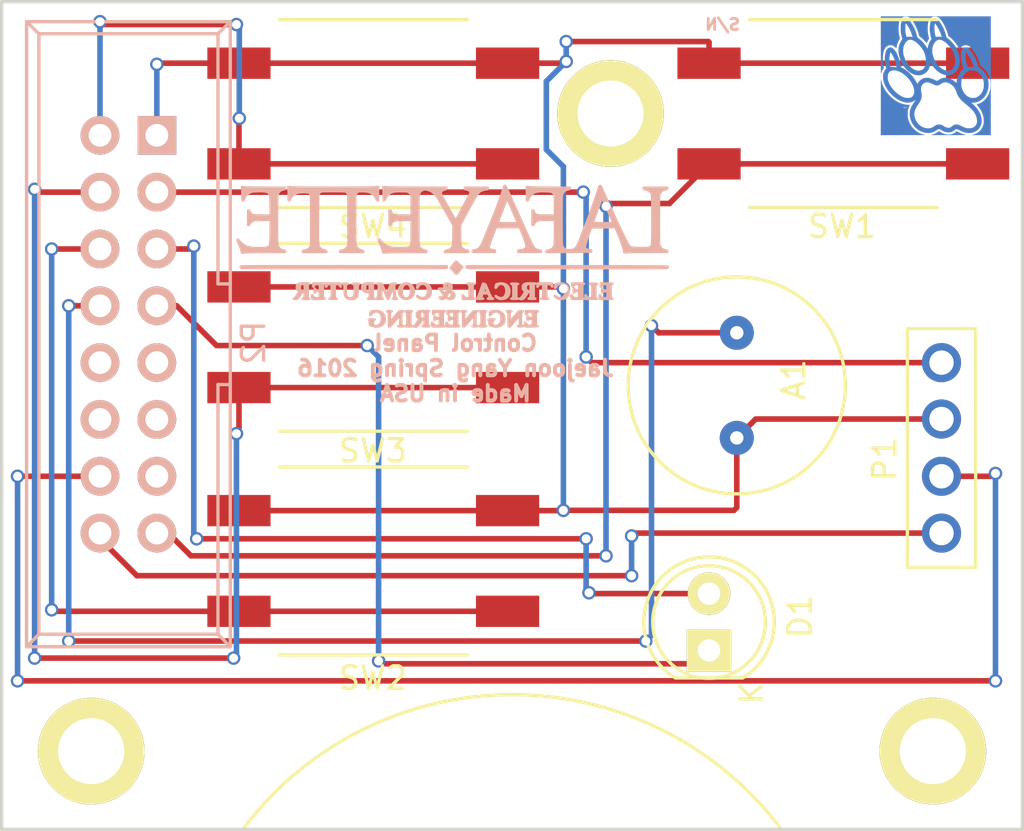
<source format=kicad_pcb>
(kicad_pcb (version 4) (host pcbnew 4.0.5)

  (general
    (links 24)
    (no_connects 0)
    (area 105.530952 39.924999 158.869049 86.075001)
    (thickness 1.6)
    (drawings 11)
    (tracks 133)
    (zones 0)
    (modules 13)
    (nets 17)
  )

  (page A4)
  (title_block
    (title "Control Panel PCB ")
    (date 2016-03-30)
    (rev 0.1)
    (company "Lafayette College ECE")
    (comment 1 "Engineer: Jaejoon Yang")
    (comment 2 "Supervisor: Chris Nadovich")
  )

  (layers
    (0 F.Cu signal)
    (31 B.Cu signal)
    (32 B.Adhes user hide)
    (33 F.Adhes user hide)
    (34 B.Paste user hide)
    (35 F.Paste user hide)
    (36 B.SilkS user hide)
    (37 F.SilkS user)
    (38 B.Mask user hide)
    (39 F.Mask user hide)
    (40 Dwgs.User user hide)
    (41 Cmts.User user hide)
    (42 Eco1.User user hide)
    (43 Eco2.User user hide)
    (44 Edge.Cuts user)
    (45 Margin user)
    (46 B.CrtYd user hide)
    (47 F.CrtYd user hide)
    (48 B.Fab user hide)
    (49 F.Fab user hide)
  )

  (setup
    (last_trace_width 0.25)
    (trace_clearance 0.25)
    (zone_clearance 0.508)
    (zone_45_only no)
    (trace_min 0.2)
    (segment_width 0.15)
    (edge_width 0.15)
    (via_size 0.6)
    (via_drill 0.4)
    (via_min_size 0.4)
    (via_min_drill 0.3)
    (uvia_size 0.3)
    (uvia_drill 0.1)
    (uvias_allowed no)
    (uvia_min_size 0.2)
    (uvia_min_drill 0.1)
    (pcb_text_width 0.3)
    (pcb_text_size 1.5 1.5)
    (mod_edge_width 0.15)
    (mod_text_size 1 1)
    (mod_text_width 0.15)
    (pad_size 5 5)
    (pad_drill 3.5)
    (pad_to_mask_clearance 0.2)
    (aux_axis_origin 0 0)
    (visible_elements 7FFEFFFF)
    (pcbplotparams
      (layerselection 0x010f0_80000001)
      (usegerberextensions false)
      (excludeedgelayer true)
      (linewidth 0.100000)
      (plotframeref false)
      (viasonmask false)
      (mode 1)
      (useauxorigin false)
      (hpglpennumber 1)
      (hpglpenspeed 20)
      (hpglpendiameter 15)
      (hpglpenoverlay 2)
      (psnegative false)
      (psa4output false)
      (plotreference true)
      (plotvalue true)
      (plotinvisibletext false)
      (padsonsilk false)
      (subtractmaskfromsilk false)
      (outputformat 1)
      (mirror false)
      (drillshape 0)
      (scaleselection 1)
      (outputdirectory ""))
  )

  (net 0 "")
  (net 1 "Net-(D1-Pad2)")
  (net 2 "Net-(P2-Pad9)")
  (net 3 "Net-(P2-Pad10)")
  (net 4 "Net-(P2-Pad11)")
  (net 5 "Net-(P2-Pad12)")
  (net 6 "Net-(P2-Pad13)")
  (net 7 /ALRM)
  (net 8 /GND)
  (net 9 /LED+)
  (net 10 /+3.3V)
  (net 11 /SCL)
  (net 12 /SDA)
  (net 13 /UP)
  (net 14 /DWN)
  (net 15 /ENT)
  (net 16 /RESET)

  (net_class Default "This is the default net class."
    (clearance 0.25)
    (trace_width 0.25)
    (via_dia 0.6)
    (via_drill 0.4)
    (uvia_dia 0.3)
    (uvia_drill 0.1)
    (add_net /+3.3V)
    (add_net /ALRM)
    (add_net /DWN)
    (add_net /ENT)
    (add_net /GND)
    (add_net /LED+)
    (add_net /RESET)
    (add_net /SCL)
    (add_net /SDA)
    (add_net /UP)
    (add_net "Net-(D1-Pad2)")
    (add_net "Net-(P2-Pad10)")
    (add_net "Net-(P2-Pad11)")
    (add_net "Net-(P2-Pad12)")
    (add_net "Net-(P2-Pad13)")
    (add_net "Net-(P2-Pad9)")
  )

  (module modules:4_40_mounting_hole (layer F.Cu) (tedit 56FD2106) (tstamp 56FD2E82)
    (at 151 73.5)
    (fp_text reference "" (at 0 3.81) (layer F.SilkS) hide
      (effects (font (size 1 1) (thickness 0.15)))
    )
    (fp_text value 4_40_mounting_hole (at 0 -3.556) (layer F.Fab)
      (effects (font (size 1 1) (thickness 0.15)))
    )
    (fp_circle (center 0 0) (end 1.778 -0.254) (layer B.Mask) (width 0.15))
    (fp_circle (center 0 0) (end 1.778 -0.254) (layer F.Mask) (width 0.15))
    (pad 1 thru_hole circle (at 0 0) (size 4.7625 4.7625) (drill 2.95) (layers *.Cu *.Mask F.SilkS))
  )

  (module modules:4_40_mounting_hole (layer F.Cu) (tedit 56FD2106) (tstamp 56FD2E7B)
    (at 113.4 73.5)
    (fp_text reference "" (at 0 3.81) (layer F.SilkS) hide
      (effects (font (size 1 1) (thickness 0.15)))
    )
    (fp_text value 4_40_mounting_hole (at 0 -3.556) (layer F.Fab)
      (effects (font (size 1 1) (thickness 0.15)))
    )
    (fp_circle (center 0 0) (end 1.778 -0.254) (layer B.Mask) (width 0.15))
    (fp_circle (center 0 0) (end 1.778 -0.254) (layer F.Mask) (width 0.15))
    (pad 1 thru_hole circle (at 0 0) (size 4.7625 4.7625) (drill 2.95) (layers *.Cu *.Mask F.SilkS))
  )

  (module LEDs:LED-5MM (layer F.Cu) (tedit 5570F7EA) (tstamp 56E0FB4F)
    (at 141 69 90)
    (descr "LED 5mm round vertical")
    (tags "LED 5mm round vertical")
    (path /58E94CAC)
    (fp_text reference D1 (at 1.524 4.064 90) (layer F.SilkS)
      (effects (font (size 1 1) (thickness 0.15)))
    )
    (fp_text value LED (at 1.524 -3.937 90) (layer F.Fab)
      (effects (font (size 1 1) (thickness 0.15)))
    )
    (fp_line (start -1.5 -1.55) (end -1.5 1.55) (layer F.CrtYd) (width 0.05))
    (fp_arc (start 1.3 0) (end -1.5 1.55) (angle -302) (layer F.CrtYd) (width 0.05))
    (fp_arc (start 1.27 0) (end -1.23 -1.5) (angle 297.5) (layer F.SilkS) (width 0.15))
    (fp_line (start -1.23 1.5) (end -1.23 -1.5) (layer F.SilkS) (width 0.15))
    (fp_circle (center 1.27 0) (end 0.97 -2.5) (layer F.SilkS) (width 0.15))
    (fp_text user K (at -1.905 1.905 90) (layer F.SilkS)
      (effects (font (size 1 1) (thickness 0.15)))
    )
    (pad 1 thru_hole rect (at 0 0 180) (size 2 1.9) (drill 1.00076) (layers *.Cu *.Mask F.SilkS)
      (net 9 /LED+))
    (pad 2 thru_hole circle (at 2.54 0 90) (size 1.9 1.9) (drill 1.00076) (layers *.Cu *.Mask F.SilkS)
      (net 1 "Net-(D1-Pad2)"))
    (model LEDs.3dshapes/LED-5MM.wrl
      (at (xyz 0.05 0 0))
      (scale (xyz 1 1 1))
      (rotate (xyz 0 0 90))
    )
  )

  (module Connect:IDC_Header_Straight_16pins (layer B.Cu) (tedit 56F975CA) (tstamp 56E0FBA8)
    (at 116.332 45.974 270)
    (descr "16 pins through hole IDC header")
    (tags "IDC header socket VASCH")
    (path /58E973CD)
    (fp_text reference P2 (at 9.271 -4.318 270) (layer B.SilkS)
      (effects (font (size 1 1) (thickness 0.15)) (justify mirror))
    )
    (fp_text value GPIO (at 8.89 -5.223 270) (layer B.Fab)
      (effects (font (size 1 1) (thickness 0.15)) (justify mirror))
    )
    (fp_line (start -5.08 5.82) (end 22.86 5.82) (layer B.SilkS) (width 0.15))
    (fp_line (start -4.54 5.27) (end 22.3 5.27) (layer B.SilkS) (width 0.15))
    (fp_line (start -5.08 -3.28) (end 22.86 -3.28) (layer B.SilkS) (width 0.15))
    (fp_line (start -4.54 -2.73) (end 6.64 -2.73) (layer B.SilkS) (width 0.15))
    (fp_line (start 11.14 -2.73) (end 22.3 -2.73) (layer B.SilkS) (width 0.15))
    (fp_line (start 6.64 -2.73) (end 6.64 -3.28) (layer B.SilkS) (width 0.15))
    (fp_line (start 11.14 -2.73) (end 11.14 -3.28) (layer B.SilkS) (width 0.15))
    (fp_line (start -5.08 5.82) (end -5.08 -3.28) (layer B.SilkS) (width 0.15))
    (fp_line (start -4.54 5.27) (end -4.54 -2.73) (layer B.SilkS) (width 0.15))
    (fp_line (start 22.86 5.82) (end 22.86 -3.28) (layer B.SilkS) (width 0.15))
    (fp_line (start 22.3 5.27) (end 22.3 -2.73) (layer B.SilkS) (width 0.15))
    (fp_line (start -5.08 5.82) (end -4.54 5.27) (layer B.SilkS) (width 0.15))
    (fp_line (start 22.86 5.82) (end 22.3 5.27) (layer B.SilkS) (width 0.15))
    (fp_line (start -5.08 -3.28) (end -4.54 -2.73) (layer B.SilkS) (width 0.15))
    (fp_line (start 22.86 -3.28) (end 22.3 -2.73) (layer B.SilkS) (width 0.15))
    (fp_line (start -5.35 6.05) (end 23.1 6.05) (layer B.CrtYd) (width 0.05))
    (fp_line (start 23.1 6.05) (end 23.1 -3.55) (layer B.CrtYd) (width 0.05))
    (fp_line (start 23.1 -3.55) (end -5.35 -3.55) (layer B.CrtYd) (width 0.05))
    (fp_line (start -5.35 -3.55) (end -5.35 6.05) (layer B.CrtYd) (width 0.05))
    (pad 1 thru_hole rect (at 0 0 270) (size 1.7272 1.7272) (drill 1.016) (layers *.Cu *.Mask B.SilkS)
      (net 8 /GND))
    (pad 2 thru_hole oval (at 0 2.54 270) (size 1.7272 1.7272) (drill 1.016) (layers *.Cu *.Mask B.SilkS)
      (net 13 /UP))
    (pad 3 thru_hole oval (at 2.54 0 270) (size 1.7272 1.7272) (drill 1.016) (layers *.Cu *.Mask B.SilkS)
      (net 10 /+3.3V))
    (pad 4 thru_hole oval (at 2.54 2.54 270) (size 1.7272 1.7272) (drill 1.016) (layers *.Cu *.Mask B.SilkS)
      (net 14 /DWN))
    (pad 5 thru_hole oval (at 5.08 0 270) (size 1.7272 1.7272) (drill 1.016) (layers *.Cu *.Mask B.SilkS)
      (net 1 "Net-(D1-Pad2)"))
    (pad 6 thru_hole oval (at 5.08 2.54 270) (size 1.7272 1.7272) (drill 1.016) (layers *.Cu *.Mask B.SilkS)
      (net 15 /ENT))
    (pad 7 thru_hole oval (at 7.62 0 270) (size 1.7272 1.7272) (drill 1.016) (layers *.Cu *.Mask B.SilkS)
      (net 9 /LED+))
    (pad 8 thru_hole oval (at 7.62 2.54 270) (size 1.7272 1.7272) (drill 1.016) (layers *.Cu *.Mask B.SilkS)
      (net 7 /ALRM))
    (pad 9 thru_hole oval (at 10.16 0 270) (size 1.7272 1.7272) (drill 1.016) (layers *.Cu *.Mask B.SilkS)
      (net 2 "Net-(P2-Pad9)"))
    (pad 10 thru_hole oval (at 10.16 2.54 270) (size 1.7272 1.7272) (drill 1.016) (layers *.Cu *.Mask B.SilkS)
      (net 3 "Net-(P2-Pad10)"))
    (pad 11 thru_hole oval (at 12.7 0 270) (size 1.7272 1.7272) (drill 1.016) (layers *.Cu *.Mask B.SilkS)
      (net 4 "Net-(P2-Pad11)"))
    (pad 12 thru_hole oval (at 12.7 2.54 270) (size 1.7272 1.7272) (drill 1.016) (layers *.Cu *.Mask B.SilkS)
      (net 5 "Net-(P2-Pad12)"))
    (pad 13 thru_hole oval (at 15.24 0 270) (size 1.7272 1.7272) (drill 1.016) (layers *.Cu *.Mask B.SilkS)
      (net 6 "Net-(P2-Pad13)"))
    (pad 14 thru_hole oval (at 15.24 2.54 270) (size 1.7272 1.7272) (drill 1.016) (layers *.Cu *.Mask B.SilkS)
      (net 11 /SCL))
    (pad 15 thru_hole oval (at 17.78 0 270) (size 1.7272 1.7272) (drill 1.016) (layers *.Cu *.Mask B.SilkS)
      (net 16 /RESET))
    (pad 16 thru_hole oval (at 17.78 2.54 270) (size 1.7272 1.7272) (drill 1.016) (layers *.Cu *.Mask B.SilkS)
      (net 12 /SDA))
  )

  (module modules:SW_RACON_8 (layer F.Cu) (tedit 56F975BA) (tstamp 56E0FB81)
    (at 126 45 180)
    (path /58E96E7B)
    (fp_text reference SW4 (at 0.016 -5.038 180) (layer F.SilkS)
      (effects (font (size 1 1) (thickness 0.15)))
    )
    (fp_text value UP (at 0 -5.1 180) (layer F.Fab) hide
      (effects (font (size 1 1) (thickness 0.15)))
    )
    (fp_line (start 4.2 4.2) (end -4.2 4.2) (layer F.SilkS) (width 0.15))
    (fp_line (start -4.2 -4.2) (end 4.2 -4.2) (layer F.SilkS) (width 0.15))
    (pad 2 smd rect (at -6 2.25 180) (size 2.825 1.4) (layers F.Cu F.Paste F.Mask)
      (net 8 /GND))
    (pad 1 smd rect (at -6 -2.25 180) (size 2.825 1.4) (layers F.Cu F.Paste F.Mask)
      (net 13 /UP))
    (pad 1 smd rect (at 6 -2.25 180) (size 2.825 1.4) (layers F.Cu F.Paste F.Mask)
      (net 13 /UP))
    (pad 2 smd rect (at 6 2.25 180) (size 2.825 1.4) (layers F.Cu F.Paste F.Mask)
      (net 8 /GND))
  )

  (module modules:SW_RACON_8 (layer F.Cu) (tedit 56F975B4) (tstamp 56E0FB77)
    (at 126 55 180)
    (path /58E96E38)
    (fp_text reference SW3 (at 0.016 -5.071 180) (layer F.SilkS)
      (effects (font (size 1 1) (thickness 0.15)))
    )
    (fp_text value DOWN (at 0 -5.1 180) (layer F.Fab) hide
      (effects (font (size 1 1) (thickness 0.15)))
    )
    (fp_line (start 4.2 4.2) (end -4.2 4.2) (layer F.SilkS) (width 0.15))
    (fp_line (start -4.2 -4.2) (end 4.2 -4.2) (layer F.SilkS) (width 0.15))
    (pad 2 smd rect (at -6 2.25 180) (size 2.825 1.4) (layers F.Cu F.Paste F.Mask)
      (net 8 /GND))
    (pad 1 smd rect (at -6 -2.25 180) (size 2.825 1.4) (layers F.Cu F.Paste F.Mask)
      (net 14 /DWN))
    (pad 1 smd rect (at 6 -2.25 180) (size 2.825 1.4) (layers F.Cu F.Paste F.Mask)
      (net 14 /DWN))
    (pad 2 smd rect (at 6 2.25 180) (size 2.825 1.4) (layers F.Cu F.Paste F.Mask)
      (net 8 /GND))
  )

  (module modules:SW_RACON_8 (layer F.Cu) (tedit 56F975AB) (tstamp 56E0FB6D)
    (at 126 65 180)
    (path /58E96EBE)
    (fp_text reference SW2 (at 0.016 -5.231 180) (layer F.SilkS)
      (effects (font (size 1 1) (thickness 0.15)))
    )
    (fp_text value ENTER (at 0 -5.1 180) (layer F.Fab) hide
      (effects (font (size 1 1) (thickness 0.15)))
    )
    (fp_line (start 4.2 4.2) (end -4.2 4.2) (layer F.SilkS) (width 0.15))
    (fp_line (start -4.2 -4.2) (end 4.2 -4.2) (layer F.SilkS) (width 0.15))
    (pad 2 smd rect (at -6 2.25 180) (size 2.825 1.4) (layers F.Cu F.Paste F.Mask)
      (net 8 /GND))
    (pad 1 smd rect (at -6 -2.25 180) (size 2.825 1.4) (layers F.Cu F.Paste F.Mask)
      (net 15 /ENT))
    (pad 1 smd rect (at 6 -2.25 180) (size 2.825 1.4) (layers F.Cu F.Paste F.Mask)
      (net 15 /ENT))
    (pad 2 smd rect (at 6 2.25 180) (size 2.825 1.4) (layers F.Cu F.Paste F.Mask)
      (net 8 /GND))
  )

  (module modules:SW_RACON_8 (layer F.Cu) (tedit 56F975C1) (tstamp 56E0FB63)
    (at 147 45 180)
    (path /58E9470D)
    (fp_text reference SW1 (at 0.061 -5.038 180) (layer F.SilkS)
      (effects (font (size 1 1) (thickness 0.15)))
    )
    (fp_text value RESET (at 0 -5.1 180) (layer F.Fab) hide
      (effects (font (size 1 1) (thickness 0.15)))
    )
    (fp_line (start 4.2 4.2) (end -4.2 4.2) (layer F.SilkS) (width 0.15))
    (fp_line (start -4.2 -4.2) (end 4.2 -4.2) (layer F.SilkS) (width 0.15))
    (pad 2 smd rect (at -6 2.25 180) (size 2.825 1.4) (layers F.Cu F.Paste F.Mask)
      (net 8 /GND))
    (pad 1 smd rect (at -6 -2.25 180) (size 2.825 1.4) (layers F.Cu F.Paste F.Mask)
      (net 16 /RESET))
    (pad 1 smd rect (at 6 -2.25 180) (size 2.825 1.4) (layers F.Cu F.Paste F.Mask)
      (net 16 /RESET))
    (pad 2 smd rect (at 6 2.25 180) (size 2.825 1.4) (layers F.Cu F.Paste F.Mask)
      (net 8 /GND))
  )

  (module modules:lafLogo (layer B.Cu) (tedit 0) (tstamp 56F979B3)
    (at 151.13 43.307 180)
    (fp_text reference VAL (at 0 0 180) (layer B.SilkS) hide
      (effects (font (size 0.381 0.381) (thickness 0.127)) (justify mirror))
    )
    (fp_text value REF (at 0 0 180) (layer B.SilkS) hide
      (effects (font (size 0.381 0.381) (thickness 0.127)) (justify mirror))
    )
    (fp_poly (pts (xy 2.45618 2.64922) (xy 2.45364 1.34366) (xy 2.45364 1.1684) (xy 2.45364 1.00838)
      (xy 2.45364 0.8636) (xy 2.45364 0.7366) (xy 2.45364 0.61976) (xy 2.45364 0.51816)
      (xy 2.45364 0.42926) (xy 2.45364 0.35306) (xy 2.4511 0.28702) (xy 2.4511 0.23114)
      (xy 2.4511 0.18542) (xy 2.4511 0.14986) (xy 2.44856 0.12192) (xy 2.44856 0.10414)
      (xy 2.44602 0.09144) (xy 2.44602 0.08382) (xy 2.44348 0.08382) (xy 2.44348 0.0889)
      (xy 2.44348 0.0889) (xy 2.4257 0.14986) (xy 2.40284 0.21082) (xy 2.37744 0.26416)
      (xy 2.35204 0.30734) (xy 2.3368 0.32512) (xy 2.32918 0.33528) (xy 2.32664 0.34544)
      (xy 2.32664 0.35814) (xy 2.32918 0.381) (xy 2.3368 0.41402) (xy 2.35458 0.5207)
      (xy 2.36728 0.62992) (xy 2.36982 0.74422) (xy 2.36728 0.85598) (xy 2.35712 0.96266)
      (xy 2.3368 1.05664) (xy 2.3368 1.06172) (xy 2.30886 1.14808) (xy 2.27076 1.2192)
      (xy 2.22504 1.27762) (xy 2.1717 1.3208) (xy 2.14376 1.33604) (xy 2.11582 1.34874)
      (xy 2.08788 1.35636) (xy 2.0574 1.3589) (xy 2.02438 1.3589) (xy 1.98628 1.3589)
      (xy 1.9558 1.35636) (xy 1.93294 1.34874) (xy 1.90246 1.33604) (xy 1.89484 1.33096)
      (xy 1.83642 1.29286) (xy 1.80086 1.25984) (xy 1.76276 1.21666) (xy 1.7526 1.28016)
      (xy 1.7272 1.39192) (xy 1.6891 1.50114) (xy 1.6383 1.59766) (xy 1.63576 1.60528)
      (xy 1.6002 1.65862) (xy 1.61798 1.71704) (xy 1.63322 1.778) (xy 1.64592 1.83134)
      (xy 1.65354 1.88468) (xy 1.65862 1.93802) (xy 1.66116 1.99898) (xy 1.6637 2.0701)
      (xy 1.6637 2.10058) (xy 1.66116 2.19964) (xy 1.65608 2.28346) (xy 1.64846 2.35458)
      (xy 1.63322 2.41554) (xy 1.61544 2.46634) (xy 1.59004 2.50952) (xy 1.5621 2.54762)
      (xy 1.53924 2.56794) (xy 1.50114 2.60096) (xy 1.46304 2.62128) (xy 1.4224 2.63398)
      (xy 1.3716 2.6416) (xy 1.3335 2.6416) (xy 1.28016 2.63906) (xy 1.2319 2.6289)
      (xy 1.18872 2.61112) (xy 1.15062 2.58064) (xy 1.10998 2.54) (xy 1.0668 2.48666)
      (xy 1.04902 2.4638) (xy 0.9652 2.33426) (xy 0.89154 2.1971) (xy 0.82804 2.05994)
      (xy 0.77978 1.92024) (xy 0.762 1.86436) (xy 0.75184 1.82626) (xy 0.74422 1.79578)
      (xy 0.7366 1.77292) (xy 0.73406 1.7653) (xy 0.67818 1.72212) (xy 0.61468 1.66878)
      (xy 0.55118 1.61036) (xy 0.49022 1.54686) (xy 0.45212 1.50368) (xy 0.40894 1.45288)
      (xy 0.37592 1.524) (xy 0.35814 1.55956) (xy 0.34036 1.59258) (xy 0.32512 1.61798)
      (xy 0.32004 1.6256) (xy 0.29972 1.65354) (xy 0.3175 1.72974) (xy 0.34036 1.82626)
      (xy 0.3556 1.9304) (xy 0.36322 2.03708) (xy 0.36322 2.14122) (xy 0.35814 2.24282)
      (xy 0.34798 2.3368) (xy 0.3302 2.41808) (xy 0.32512 2.43332) (xy 0.29718 2.49682)
      (xy 0.26162 2.55016) (xy 0.22098 2.58572) (xy 0.18034 2.61366) (xy 0.1397 2.6289)
      (xy 0.09652 2.63906) (xy 0.04318 2.6416) (xy 0.03048 2.6416) (xy -0.02032 2.63906)
      (xy -0.0635 2.63144) (xy -0.10414 2.61366) (xy -0.14224 2.58826) (xy -0.18034 2.5527)
      (xy -0.22098 2.50698) (xy -0.26416 2.44602) (xy -0.28956 2.41046) (xy -0.3556 2.30378)
      (xy -0.41402 2.18948) (xy -0.46736 2.07264) (xy -0.51054 1.95834) (xy -0.54356 1.84912)
      (xy -0.5461 1.83642) (xy -0.56134 1.77038) (xy -0.61722 1.7272) (xy -0.70612 1.65608)
      (xy -0.78994 1.56972) (xy -0.87122 1.4732) (xy -0.94488 1.3716) (xy -1.00838 1.26746)
      (xy -1.016 1.24968) (xy -1.05664 1.17348) (xy -1.07188 1.20142) (xy -1.1049 1.25222)
      (xy -1.15316 1.2954) (xy -1.20904 1.33096) (xy -1.27 1.35382) (xy -1.30556 1.36144)
      (xy -1.36144 1.36144) (xy -1.41478 1.35128) (xy -1.46304 1.33096) (xy -1.51384 1.30048)
      (xy -1.56464 1.25476) (xy -1.61798 1.1938) (xy -1.6764 1.12014) (xy -1.70942 1.07188)
      (xy -1.79324 0.9398) (xy -1.86436 0.80518) (xy -1.92024 0.67056) (xy -1.96088 0.5461)
      (xy -1.99136 0.4445) (xy -2.03454 0.4191) (xy -2.06502 0.39878) (xy -2.10058 0.3683)
      (xy -2.14122 0.3302) (xy -2.18186 0.28956) (xy -2.2225 0.24892) (xy -2.25552 0.20828)
      (xy -2.27838 0.18034) (xy -2.34188 0.06858) (xy -2.39268 -0.05334) (xy -2.43078 -0.1778)
      (xy -2.43332 -0.19558) (xy -2.44094 -0.24384) (xy -2.44602 -0.3048) (xy -2.44856 -0.37084)
      (xy -2.44602 -0.44196) (xy -2.44348 -0.508) (xy -2.4384 -0.56896) (xy -2.43078 -0.61976)
      (xy -2.43078 -0.62738) (xy -2.39776 -0.74422) (xy -2.3495 -0.85344) (xy -2.29108 -0.95504)
      (xy -2.2225 -1.04648) (xy -2.14122 -1.12522) (xy -2.06248 -1.18364) (xy -2.01676 -1.21158)
      (xy -1.96088 -1.23952) (xy -1.905 -1.26238) (xy -1.8542 -1.28016) (xy -1.84404 -1.2827)
      (xy -1.82118 -1.28778) (xy -1.86944 -1.3462) (xy -1.94564 -1.44018) (xy -2.00914 -1.5367)
      (xy -2.05994 -1.63576) (xy -2.10058 -1.7399) (xy -2.12344 -1.81864) (xy -2.13614 -1.88976)
      (xy -2.14376 -1.9685) (xy -2.1463 -2.04724) (xy -2.14122 -2.12344) (xy -2.12852 -2.18948)
      (xy -2.12598 -2.19456) (xy -2.09296 -2.29108) (xy -2.0447 -2.37744) (xy -1.98374 -2.45618)
      (xy -1.91262 -2.52222) (xy -1.83134 -2.57556) (xy -1.7399 -2.6162) (xy -1.69418 -2.63144)
      (xy -1.65862 -2.6416) (xy -1.63068 -2.64922) (xy -1.61036 -2.65176) (xy -1.6129 -2.6543)
      (xy -1.63322 -2.6543) (xy -1.66624 -2.6543) (xy -1.71196 -2.6543) (xy -1.76784 -2.65684)
      (xy -1.83388 -2.65684) (xy -1.91008 -2.65684) (xy -1.99136 -2.65684) (xy -2.02184 -2.65684)
      (xy -2.45618 -2.65938) (xy -2.45618 -0.00508) (xy -2.45618 2.64922) (xy 0 2.64922)
      (xy 2.45618 2.64922) (xy 2.45618 2.64922)) (layer B.Cu) (width 0.00254))
    (fp_poly (pts (xy 0.19812 -2.64922) (xy 0.19558 -2.65176) (xy 0.18542 -2.65176) (xy 0.17018 -2.6543)
      (xy 0.14478 -2.6543) (xy 0.11176 -2.6543) (xy 0.06858 -2.65684) (xy 0.01524 -2.65684)
      (xy -0.0508 -2.65684) (xy -0.12954 -2.65684) (xy -0.22352 -2.65684) (xy -0.32766 -2.65684)
      (xy -0.44958 -2.65684) (xy -0.5715 -2.65684) (xy -0.70866 -2.65684) (xy -0.82804 -2.65684)
      (xy -0.93472 -2.65684) (xy -1.02616 -2.65684) (xy -1.10236 -2.65684) (xy -1.1684 -2.65684)
      (xy -1.2192 -2.6543) (xy -1.26238 -2.6543) (xy -1.29286 -2.6543) (xy -1.31572 -2.65176)
      (xy -1.33096 -2.65176) (xy -1.33858 -2.64922) (xy -1.33858 -2.64922) (xy -1.33096 -2.64668)
      (xy -1.32842 -2.64668) (xy -1.27762 -2.63398) (xy -1.22682 -2.61874) (xy -1.17094 -2.59842)
      (xy -1.10998 -2.57048) (xy -1.04902 -2.54254) (xy -0.93218 -2.48666) (xy -0.89154 -2.52222)
      (xy -0.8255 -2.57048) (xy -0.7493 -2.6035) (xy -0.66294 -2.62636) (xy -0.56896 -2.63398)
      (xy -0.56642 -2.63398) (xy -0.4826 -2.6289) (xy -0.40132 -2.61112) (xy -0.32258 -2.58318)
      (xy -0.23876 -2.54) (xy -0.19812 -2.5146) (xy -0.14478 -2.47904) (xy -0.09906 -2.5146)
      (xy -0.00508 -2.57556) (xy 0.09398 -2.61874) (xy 0.18542 -2.64668) (xy 0.19304 -2.64668)
      (xy 0.19812 -2.64922) (xy 0.19812 -2.64922)) (layer B.Cu) (width 0.00254))
    (fp_poly (pts (xy 2.45618 -2.65938) (xy 1.45288 -2.65684) (xy 1.45288 -1.40462) (xy 1.45034 -1.39954)
      (xy 1.44272 -1.39954) (xy 1.43002 -1.40716) (xy 1.42748 -1.43002) (xy 1.42748 -1.43256)
      (xy 1.42748 -1.45288) (xy 1.43256 -1.45796) (xy 1.43764 -1.44526) (xy 1.4478 -1.42494)
      (xy 1.45288 -1.40462) (xy 1.45288 -2.65684) (xy 1.45034 -2.65684) (xy 1.41986 -2.65684)
      (xy 1.41986 -1.42494) (xy 1.41224 -1.42748) (xy 1.4097 -1.43002) (xy 1.39954 -1.4351)
      (xy 1.397 -1.42748) (xy 1.397 -1.41986) (xy 1.39192 -1.40208) (xy 1.38176 -1.397)
      (xy 1.3716 -1.40716) (xy 1.36906 -1.41732) (xy 1.36144 -1.44018) (xy 1.3589 -1.45034)
      (xy 1.3589 -1.40208) (xy 1.35382 -1.39954) (xy 1.33604 -1.397) (xy 1.3335 -1.397)
      (xy 1.31318 -1.39954) (xy 1.3081 -1.40208) (xy 1.31064 -1.40462) (xy 1.31826 -1.41478)
      (xy 1.31318 -1.43256) (xy 1.31318 -1.4351) (xy 1.30556 -1.45288) (xy 1.30556 -1.46304)
      (xy 1.3081 -1.46304) (xy 1.31572 -1.45542) (xy 1.32334 -1.44018) (xy 1.32842 -1.42748)
      (xy 1.32842 -1.42494) (xy 1.33604 -1.41224) (xy 1.34874 -1.40462) (xy 1.3589 -1.40208)
      (xy 1.3589 -1.45034) (xy 1.35636 -1.46304) (xy 1.3589 -1.46304) (xy 1.36906 -1.45288)
      (xy 1.37414 -1.44272) (xy 1.38684 -1.41732) (xy 1.38938 -1.44272) (xy 1.39192 -1.4605)
      (xy 1.397 -1.46304) (xy 1.4097 -1.45034) (xy 1.41986 -1.4351) (xy 1.41986 -1.42494)
      (xy 1.41986 -2.65684) (xy 1.29794 -2.65684) (xy 1.16078 -2.65684) (xy 1.03886 -2.65684)
      (xy 0.92964 -2.65684) (xy 0.8382 -2.65684) (xy 0.75692 -2.65684) (xy 0.68834 -2.65684)
      (xy 0.63246 -2.6543) (xy 0.58674 -2.6543) (xy 0.55118 -2.6543) (xy 0.52578 -2.65176)
      (xy 0.50546 -2.65176) (xy 0.4953 -2.64922) (xy 0.49276 -2.64922) (xy 0.4953 -2.64668)
      (xy 0.50038 -2.64668) (xy 0.61722 -2.61366) (xy 0.72898 -2.56794) (xy 0.83312 -2.50698)
      (xy 0.93218 -2.43078) (xy 1.0033 -2.3622) (xy 1.07696 -2.27584) (xy 1.13792 -2.18186)
      (xy 1.18618 -2.08026) (xy 1.22682 -1.9685) (xy 1.23444 -1.94056) (xy 1.24206 -1.905)
      (xy 1.24968 -1.87706) (xy 1.25222 -1.84658) (xy 1.25476 -1.81102) (xy 1.2573 -1.7653)
      (xy 1.2573 -1.71958) (xy 1.25476 -1.64338) (xy 1.25222 -1.57734) (xy 1.24206 -1.52146)
      (xy 1.22682 -1.46812) (xy 1.2065 -1.41224) (xy 1.18872 -1.37414) (xy 1.17602 -1.34366)
      (xy 1.16586 -1.3208) (xy 1.16078 -1.3081) (xy 1.16078 -1.3081) (xy 1.1684 -1.30556)
      (xy 1.18872 -1.30556) (xy 1.2192 -1.30302) (xy 1.2319 -1.30302) (xy 1.34112 -1.2954)
      (xy 1.45542 -1.27254) (xy 1.56972 -1.23444) (xy 1.68402 -1.18364) (xy 1.79832 -1.1176)
      (xy 1.84658 -1.08458) (xy 1.89484 -1.04902) (xy 1.95072 -1.00076) (xy 2.00914 -0.94488)
      (xy 2.06756 -0.88646) (xy 2.1209 -0.82804) (xy 2.16916 -0.77216) (xy 2.2098 -0.7239)
      (xy 2.21234 -0.71882) (xy 2.29362 -0.59436) (xy 2.35712 -0.46736) (xy 2.40792 -0.34036)
      (xy 2.4384 -0.2286) (xy 2.45364 -0.14732) (xy 2.45364 -1.40462) (xy 2.45618 -2.65938)
      (xy 2.45618 -2.65938)) (layer B.Cu) (width 0.00254))
    (fp_poly (pts (xy 2.35712 -0.07112) (xy 2.35204 -0.12954) (xy 2.34696 -0.18034) (xy 2.34188 -0.20828)
      (xy 2.33426 -0.24384) (xy 2.32156 -0.28702) (xy 2.30632 -0.33274) (xy 2.30378 -0.3429)
      (xy 2.25298 -0.45974) (xy 2.18694 -0.57658) (xy 2.1463 -0.63754) (xy 2.1463 -0.0635)
      (xy 2.1463 -0.01524) (xy 2.14376 0.01778) (xy 2.14122 0.04318) (xy 2.13614 0.0635)
      (xy 2.13106 0.08382) (xy 2.12598 0.0889) (xy 2.09296 0.14478) (xy 2.07264 0.1651)
      (xy 2.07264 0.7747) (xy 2.0701 0.79756) (xy 2.06756 0.84074) (xy 2.05994 0.88646)
      (xy 2.05232 0.93218) (xy 2.0447 0.97282) (xy 2.03708 1.00838) (xy 2.02946 1.03378)
      (xy 2.02438 1.04394) (xy 2.01676 1.0414) (xy 2.00406 1.02616) (xy 1.98374 0.99822)
      (xy 1.96342 0.96266) (xy 1.93802 0.91948) (xy 1.91262 0.87122) (xy 1.88976 0.82042)
      (xy 1.86436 0.76962) (xy 1.84404 0.71882) (xy 1.82626 0.6731) (xy 1.82626 0.67056)
      (xy 1.80594 0.60706) (xy 1.78816 0.53848) (xy 1.77038 0.45974) (xy 1.75768 0.3937)
      (xy 1.7526 0.36576) (xy 1.79832 0.37846) (xy 1.82626 0.38354) (xy 1.86436 0.38608)
      (xy 1.90754 0.38862) (xy 1.9304 0.38862) (xy 2.02184 0.38862) (xy 2.03962 0.4699)
      (xy 2.05994 0.57658) (xy 2.0701 0.67818) (xy 2.07264 0.7747) (xy 2.07264 0.1651)
      (xy 2.04724 0.18796) (xy 2.01168 0.21082) (xy 1.96596 0.22606) (xy 1.90754 0.23622)
      (xy 1.84658 0.23622) (xy 1.78054 0.23114) (xy 1.7399 0.22098) (xy 1.6383 0.18542)
      (xy 1.53924 0.13716) (xy 1.44526 0.07366) (xy 1.35128 0.00254) (xy 1.26746 -0.08128)
      (xy 1.18872 -0.17018) (xy 1.1176 -0.26416) (xy 1.05918 -0.36322) (xy 1.01346 -0.46482)
      (xy 0.98044 -0.56642) (xy 0.9652 -0.64516) (xy 0.96266 -0.72136) (xy 0.97028 -0.79248)
      (xy 0.99314 -0.85598) (xy 1.02616 -0.90932) (xy 1.0668 -0.94996) (xy 1.12014 -0.98044)
      (xy 1.13284 -0.98552) (xy 1.17856 -0.99568) (xy 1.23444 -0.99822) (xy 1.2954 -0.99568)
      (xy 1.35382 -0.98806) (xy 1.37922 -0.98298) (xy 1.48082 -0.94742) (xy 1.57988 -0.89662)
      (xy 1.6764 -0.83312) (xy 1.77038 -0.75692) (xy 1.85674 -0.6731) (xy 1.93802 -0.57912)
      (xy 2.0066 -0.48006) (xy 2.06756 -0.37592) (xy 2.11328 -0.26924) (xy 2.11836 -0.254)
      (xy 2.13106 -0.21844) (xy 2.13868 -0.1905) (xy 2.14376 -0.16256) (xy 2.1463 -0.13208)
      (xy 2.1463 -0.09144) (xy 2.1463 -0.0635) (xy 2.1463 -0.63754) (xy 2.11074 -0.69088)
      (xy 2.02184 -0.79756) (xy 1.92278 -0.89408) (xy 1.8161 -0.98298) (xy 1.70688 -1.05918)
      (xy 1.61798 -1.10744) (xy 1.55956 -1.13538) (xy 1.49352 -1.15824) (xy 1.4224 -1.1811)
      (xy 1.3589 -1.19634) (xy 1.31826 -1.20142) (xy 1.22428 -1.2065) (xy 1.13538 -1.19634)
      (xy 1.0541 -1.17348) (xy 0.98044 -1.13792) (xy 0.91694 -1.08966) (xy 0.89916 -1.07442)
      (xy 0.89154 -1.06934) (xy 0.889 -1.06934) (xy 0.89408 -1.0795) (xy 0.90678 -1.09982)
      (xy 0.92456 -1.12776) (xy 0.94996 -1.16332) (xy 0.96774 -1.19126) (xy 1.02362 -1.27508)
      (xy 1.0668 -1.34874) (xy 1.09982 -1.41478) (xy 1.12522 -1.48082) (xy 1.14554 -1.54432)
      (xy 1.15824 -1.61036) (xy 1.16078 -1.6383) (xy 1.16586 -1.73736) (xy 1.15316 -1.8415)
      (xy 1.1303 -1.94564) (xy 1.0922 -2.04978) (xy 1.04394 -2.1463) (xy 0.98298 -2.2352)
      (xy 0.97536 -2.24536) (xy 0.95758 -2.26568) (xy 0.95758 -1.71704) (xy 0.95504 -1.66116)
      (xy 0.94996 -1.6129) (xy 0.93726 -1.56464) (xy 0.92202 -1.51638) (xy 0.89662 -1.46558)
      (xy 0.8636 -1.40716) (xy 0.82296 -1.34112) (xy 0.78994 -1.29032) (xy 0.74168 -1.22174)
      (xy 0.70612 -1.16078) (xy 0.67818 -1.10744) (xy 0.65786 -1.05918) (xy 0.64262 -1.01346)
      (xy 0.64008 -0.99568) (xy 0.63246 -0.94742) (xy 0.62738 -0.9017) (xy 0.62992 -0.85598)
      (xy 0.635 -0.8001) (xy 0.6477 -0.73406) (xy 0.6477 -0.72644) (xy 0.6604 -0.6604)
      (xy 0.66548 -0.60452) (xy 0.66548 -0.55626) (xy 0.65532 -0.51562) (xy 0.64262 -0.47244)
      (xy 0.635 -0.45974) (xy 0.59944 -0.40132) (xy 0.55118 -0.35306) (xy 0.4953 -0.32004)
      (xy 0.4318 -0.30226) (xy 0.36322 -0.29972) (xy 0.3175 -0.3048) (xy 0.28702 -0.31242)
      (xy 0.24638 -0.32766) (xy 0.19558 -0.34798) (xy 0.14224 -0.37338) (xy 0.07366 -0.40386)
      (xy 0.01778 -0.42672) (xy -0.03302 -0.43688) (xy -0.0762 -0.43942) (xy -0.11684 -0.4318)
      (xy -0.15748 -0.41656) (xy -0.19812 -0.38862) (xy -0.20574 -0.38608) (xy -0.254 -0.35052)
      (xy -0.29464 -0.32766) (xy -0.33274 -0.31242) (xy -0.3683 -0.3048) (xy -0.40894 -0.30226)
      (xy -0.42672 -0.30226) (xy -0.4699 -0.30226) (xy -0.50292 -0.30734) (xy -0.5334 -0.31496)
      (xy -0.55626 -0.32258) (xy -0.635 -0.36068) (xy -0.70358 -0.4064) (xy -0.762 -0.45974)
      (xy -0.81788 -0.5207) (xy -0.8636 -0.59182) (xy -0.89916 -0.67056) (xy -0.91948 -0.7239)
      (xy -0.94234 -0.78994) (xy -0.96774 -0.84836) (xy -0.99568 -0.90424) (xy -1.0287 -0.95758)
      (xy -1.0668 -1.01092) (xy -1.11252 -1.06426) (xy -1.14046 -1.08966) (xy -1.14046 -0.3556)
      (xy -1.14046 -0.3048) (xy -1.143 -0.2667) (xy -1.14554 -0.23368) (xy -1.15062 -0.20574)
      (xy -1.15824 -0.1778) (xy -1.16332 -0.15748) (xy -1.19126 -0.0762) (xy -1.22428 -0.01016)
      (xy -1.26746 0.0508) (xy -1.31318 0.1016) (xy -1.33096 0.11684) (xy -1.33096 0.94488)
      (xy -1.33096 0.98298) (xy -1.33096 1.01092) (xy -1.3335 1.02108) (xy -1.33858 1.0541)
      (xy -1.3716 1.016) (xy -1.40716 0.97536) (xy -1.44272 0.92202) (xy -1.48336 0.86106)
      (xy -1.52146 0.8001) (xy -1.55702 0.7366) (xy -1.58242 0.68326) (xy -1.6002 0.6477)
      (xy -1.61798 0.60706) (xy -1.63576 0.5588) (xy -1.65354 0.51308) (xy -1.66878 0.4699)
      (xy -1.68148 0.4318) (xy -1.69164 0.40386) (xy -1.69418 0.39116) (xy -1.68656 0.38862)
      (xy -1.6637 0.38862) (xy -1.63322 0.38608) (xy -1.60782 0.38862) (xy -1.5494 0.38862)
      (xy -1.50622 0.38354) (xy -1.48082 0.37846) (xy -1.44272 0.3683) (xy -1.43002 0.39878)
      (xy -1.41986 0.4191) (xy -1.40716 0.45212) (xy -1.39446 0.48768) (xy -1.39446 0.4953)
      (xy -1.3716 0.56388) (xy -1.35382 0.62992) (xy -1.34366 0.69596) (xy -1.33604 0.76962)
      (xy -1.33096 0.84836) (xy -1.33096 0.89662) (xy -1.33096 0.94488) (xy -1.33096 0.11684)
      (xy -1.37414 0.15748) (xy -1.43764 0.19812) (xy -1.50622 0.22352) (xy -1.57988 0.23622)
      (xy -1.6256 0.23622) (xy -1.71196 0.2286) (xy -1.79324 0.20574) (xy -1.8669 0.1651)
      (xy -1.93548 0.11176) (xy -1.99898 0.04318) (xy -2.05232 -0.0381) (xy -2.08026 -0.0889)
      (xy -2.10566 -0.14732) (xy -2.12344 -0.19812) (xy -2.13614 -0.24892) (xy -2.14376 -0.30226)
      (xy -2.1463 -0.36576) (xy -2.1463 -0.4064) (xy -2.1463 -0.45974) (xy -2.14376 -0.50038)
      (xy -2.14122 -0.5334) (xy -2.13614 -0.56388) (xy -2.12852 -0.59436) (xy -2.12598 -0.5969)
      (xy -2.09296 -0.69088) (xy -2.04724 -0.7747) (xy -1.99136 -0.84582) (xy -1.92786 -0.90678)
      (xy -1.85674 -0.9525) (xy -1.79578 -0.98044) (xy -1.7399 -0.99314) (xy -1.6764 -0.99822)
      (xy -1.61036 -0.99568) (xy -1.55448 -0.98806) (xy -1.5494 -0.98552) (xy -1.46558 -0.9525)
      (xy -1.38684 -0.90424) (xy -1.31826 -0.84074) (xy -1.25984 -0.76708) (xy -1.20904 -0.68072)
      (xy -1.17094 -0.58674) (xy -1.15824 -0.5461) (xy -1.15062 -0.51308) (xy -1.14554 -0.48006)
      (xy -1.143 -0.4445) (xy -1.14046 -0.39624) (xy -1.14046 -0.3556) (xy -1.14046 -1.08966)
      (xy -1.1684 -1.12014) (xy -1.23444 -1.1811) (xy -1.31064 -1.24968) (xy -1.36652 -1.2954)
      (xy -1.45034 -1.36652) (xy -1.51892 -1.42748) (xy -1.57988 -1.48336) (xy -1.62814 -1.53416)
      (xy -1.67132 -1.57988) (xy -1.70434 -1.6256) (xy -1.73482 -1.67132) (xy -1.76276 -1.71958)
      (xy -1.76784 -1.73228) (xy -1.80086 -1.80086) (xy -1.82118 -1.86182) (xy -1.83388 -1.92278)
      (xy -1.8415 -1.98628) (xy -1.8415 -2.0193) (xy -1.8415 -2.06248) (xy -1.83896 -2.09296)
      (xy -1.83642 -2.11582) (xy -1.8288 -2.13614) (xy -1.81864 -2.16154) (xy -1.8161 -2.16916)
      (xy -1.79832 -2.20218) (xy -1.778 -2.23266) (xy -1.76276 -2.25298) (xy -1.73482 -2.27838)
      (xy -1.69672 -2.30378) (xy -1.65354 -2.32664) (xy -1.6129 -2.34188) (xy -1.60274 -2.34442)
      (xy -1.56718 -2.3495) (xy -1.52146 -2.35204) (xy -1.46812 -2.35204) (xy -1.41732 -2.3495)
      (xy -1.3716 -2.34442) (xy -1.35382 -2.34188) (xy -1.32842 -2.33172) (xy -1.29032 -2.31902)
      (xy -1.2446 -2.2987) (xy -1.19888 -2.27838) (xy -1.17348 -2.26568) (xy -1.11506 -2.23774)
      (xy -1.0668 -2.21488) (xy -1.0287 -2.20218) (xy -0.99568 -2.19202) (xy -0.96774 -2.1844)
      (xy -0.93472 -2.18186) (xy -0.90932 -2.18186) (xy -0.86614 -2.1844) (xy -0.83058 -2.19202)
      (xy -0.79756 -2.2098) (xy -0.762 -2.2352) (xy -0.7366 -2.25552) (xy -0.69596 -2.29108)
      (xy -0.66294 -2.3114) (xy -0.62992 -2.3241) (xy -0.59182 -2.33172) (xy -0.56642 -2.33172)
      (xy -0.52578 -2.32918) (xy -0.48514 -2.31902) (xy -0.44196 -2.30378) (xy -0.3937 -2.27838)
      (xy -0.36068 -2.25806) (xy -0.3048 -2.22504) (xy -0.25908 -2.20472) (xy -0.21844 -2.18948)
      (xy -0.1778 -2.1844) (xy -0.14732 -2.18186) (xy -0.10668 -2.1844) (xy -0.07112 -2.18948)
      (xy -0.03556 -2.19964) (xy 0.00254 -2.21742) (xy 0.04572 -2.24536) (xy 0.06858 -2.2606)
      (xy 0.127 -2.2987) (xy 0.1778 -2.3241) (xy 0.22606 -2.34188) (xy 0.27686 -2.3495)
      (xy 0.33274 -2.35458) (xy 0.3429 -2.35458) (xy 0.43942 -2.34696) (xy 0.53086 -2.32156)
      (xy 0.61722 -2.286) (xy 0.69596 -2.2352) (xy 0.76708 -2.17424) (xy 0.83058 -2.10058)
      (xy 0.88138 -2.02184) (xy 0.91948 -1.93294) (xy 0.94488 -1.83896) (xy 0.95758 -1.7399)
      (xy 0.95758 -1.71704) (xy 0.95758 -2.26568) (xy 0.89408 -2.33426) (xy 0.80264 -2.41046)
      (xy 0.70358 -2.47142) (xy 0.59436 -2.51714) (xy 0.4826 -2.54762) (xy 0.4445 -2.55524)
      (xy 0.34036 -2.56286) (xy 0.23876 -2.55524) (xy 0.14224 -2.52984) (xy 0.04826 -2.4892)
      (xy -0.04318 -2.43332) (xy -0.04572 -2.43078) (xy -0.0889 -2.40284) (xy -0.12446 -2.3876)
      (xy -0.15748 -2.3876) (xy -0.19558 -2.39776) (xy -0.23622 -2.42316) (xy -0.23876 -2.42316)
      (xy -0.30988 -2.46634) (xy -0.37338 -2.49682) (xy -0.4318 -2.51714) (xy -0.49276 -2.52984)
      (xy -0.55372 -2.53492) (xy -0.56642 -2.53492) (xy -0.61722 -2.53492) (xy -0.65532 -2.52984)
      (xy -0.69342 -2.51968) (xy -0.70612 -2.51714) (xy -0.74676 -2.49682) (xy -0.79248 -2.47142)
      (xy -0.83566 -2.44094) (xy -0.87122 -2.41046) (xy -0.8763 -2.40538) (xy -0.89154 -2.39268)
      (xy -0.91186 -2.3876) (xy -0.93726 -2.39014) (xy -0.97028 -2.4003) (xy -1.01346 -2.41808)
      (xy -1.06426 -2.44094) (xy -1.13792 -2.4765) (xy -1.19888 -2.50444) (xy -1.25476 -2.52476)
      (xy -1.30556 -2.54) (xy -1.3589 -2.55016) (xy -1.37922 -2.5527) (xy -1.43256 -2.56032)
      (xy -1.47574 -2.56286) (xy -1.51384 -2.56286) (xy -1.55702 -2.55778) (xy -1.57988 -2.55524)
      (xy -1.6764 -2.53492) (xy -1.76276 -2.49936) (xy -1.8415 -2.4511) (xy -1.90754 -2.39268)
      (xy -1.96088 -2.3241) (xy -2.00406 -2.24536) (xy -2.032 -2.16154) (xy -2.04724 -2.06756)
      (xy -2.04724 -1.97104) (xy -2.03454 -1.88214) (xy -2.00914 -1.778) (xy -1.97104 -1.67894)
      (xy -1.92024 -1.58242) (xy -1.85928 -1.49098) (xy -1.78308 -1.397) (xy -1.69164 -1.30556)
      (xy -1.64338 -1.2573) (xy -1.57988 -1.20142) (xy -1.62306 -1.2065) (xy -1.67894 -1.20904)
      (xy -1.74498 -1.20142) (xy -1.8161 -1.18618) (xy -1.88468 -1.16332) (xy -1.95072 -1.13538)
      (xy -1.98628 -1.1176) (xy -2.02946 -1.08712) (xy -2.07518 -1.04902) (xy -2.12344 -1.0033)
      (xy -2.16662 -0.95758) (xy -2.1971 -0.91948) (xy -2.25552 -0.8255) (xy -2.30124 -0.72136)
      (xy -2.33426 -0.60452) (xy -2.34188 -0.57404) (xy -2.35204 -0.51562) (xy -2.35712 -0.44704)
      (xy -2.35712 -0.37338) (xy -2.35458 -0.30226) (xy -2.34696 -0.23876) (xy -2.34188 -0.2159)
      (xy -2.30886 -0.10414) (xy -2.26568 0.00508) (xy -2.20726 0.10414) (xy -2.14122 0.19304)
      (xy -2.06248 0.27178) (xy -1.97866 0.33782) (xy -1.94818 0.3556) (xy -1.92278 0.37338)
      (xy -1.905 0.38608) (xy -1.89738 0.40132) (xy -1.88976 0.42418) (xy -1.88976 0.43434)
      (xy -1.86182 0.53848) (xy -1.82118 0.6477) (xy -1.77292 0.762) (xy -1.71196 0.8763)
      (xy -1.64592 0.98806) (xy -1.57226 1.0922) (xy -1.52908 1.14808) (xy -1.4859 1.19634)
      (xy -1.44526 1.22936) (xy -1.40462 1.24968) (xy -1.36144 1.25984) (xy -1.33858 1.26238)
      (xy -1.2827 1.25476) (xy -1.2319 1.2319) (xy -1.19126 1.19888) (xy -1.15824 1.1557)
      (xy -1.143 1.1176) (xy -1.13792 1.09728) (xy -1.13284 1.06426) (xy -1.12776 1.02362)
      (xy -1.12522 0.99314) (xy -1.12014 0.87376) (xy -1.1303 0.7493) (xy -1.15062 0.61976)
      (xy -1.1811 0.48768) (xy -1.20904 0.4064) (xy -1.23952 0.3175) (xy -1.18872 0.27178)
      (xy -1.11506 0.18796) (xy -1.05156 0.09652) (xy -1.00076 -0.00508) (xy -0.96266 -0.1143)
      (xy -0.9398 -0.2286) (xy -0.93472 -0.2667) (xy -0.92964 -0.3302) (xy -0.88138 -0.28956)
      (xy -0.79756 -0.22352) (xy -0.71374 -0.17272) (xy -0.62992 -0.13462) (xy -0.55626 -0.10922)
      (xy -0.46228 -0.09398) (xy -0.37084 -0.09652) (xy -0.28194 -0.1143) (xy -0.19812 -0.14986)
      (xy -0.1143 -0.20066) (xy -0.11176 -0.2032) (xy -0.08636 -0.22098) (xy -0.06604 -0.23368)
      (xy -0.05588 -0.23622) (xy -0.04572 -0.23368) (xy -0.02286 -0.22352) (xy 0.01016 -0.21082)
      (xy 0.04826 -0.19304) (xy 0.06096 -0.18542) (xy 0.15494 -0.14478) (xy 0.24384 -0.11684)
      (xy 0.32258 -0.09906) (xy 0.3937 -0.09398) (xy 0.4826 -0.1016) (xy 0.56642 -0.12446)
      (xy 0.64262 -0.16256) (xy 0.70866 -0.21844) (xy 0.76962 -0.28448) (xy 0.78486 -0.30988)
      (xy 0.82804 -0.37084) (xy 0.85344 -0.31496) (xy 0.92202 -0.19558) (xy 1.00076 -0.08128)
      (xy 1.08966 0.02794) (xy 1.18618 0.127) (xy 1.29032 0.2159) (xy 1.397 0.28956)
      (xy 1.46304 0.3302) (xy 1.54686 0.37338) (xy 1.56464 0.46482) (xy 1.59004 0.57658)
      (xy 1.6256 0.69596) (xy 1.66878 0.81788) (xy 1.6891 0.86868) (xy 1.73228 0.97028)
      (xy 1.778 1.05664) (xy 1.82626 1.12776) (xy 1.87706 1.18364) (xy 1.92786 1.22682)
      (xy 1.97866 1.25222) (xy 2.02692 1.26238) (xy 2.07772 1.25476) (xy 2.10566 1.2446)
      (xy 2.1336 1.22682) (xy 2.159 1.2065) (xy 2.16408 1.19888) (xy 2.19964 1.14808)
      (xy 2.22758 1.08204) (xy 2.2479 1.00584) (xy 2.26314 0.91948) (xy 2.2733 0.82804)
      (xy 2.27584 0.72898) (xy 2.27076 0.62738) (xy 2.25806 0.52578) (xy 2.23774 0.42672)
      (xy 2.2352 0.41656) (xy 2.21234 0.3175) (xy 2.24536 0.28194) (xy 2.2733 0.24384)
      (xy 2.2987 0.19812) (xy 2.3241 0.14478) (xy 2.34188 0.09144) (xy 2.34696 0.0762)
      (xy 2.35204 0.03556) (xy 2.35458 -0.01524) (xy 2.35712 -0.07112) (xy 2.35712 -0.07112)) (layer B.Cu) (width 0.00254))
    (fp_poly (pts (xy 1.66878 1.13792) (xy 1.66116 1.016) (xy 1.6383 0.889) (xy 1.6129 0.79248)
      (xy 1.56464 0.66548) (xy 1.50622 0.5461) (xy 1.4605 0.47244) (xy 1.4605 1.15062)
      (xy 1.45542 1.22428) (xy 1.44272 1.28778) (xy 1.44018 1.29032) (xy 1.41224 1.36906)
      (xy 1.37668 1.44018) (xy 1.36144 1.46304) (xy 1.36144 2.12344) (xy 1.3589 2.17932)
      (xy 1.35636 2.23012) (xy 1.35382 2.2733) (xy 1.34874 2.30632) (xy 1.34112 2.32664)
      (xy 1.33858 2.33172) (xy 1.32842 2.32918) (xy 1.31318 2.3114) (xy 1.29286 2.28346)
      (xy 1.27 2.2479) (xy 1.24206 2.20472) (xy 1.21412 2.159) (xy 1.18618 2.1082)
      (xy 1.16078 2.05994) (xy 1.13792 2.01168) (xy 1.12776 1.99136) (xy 1.11252 1.95834)
      (xy 1.09728 1.91516) (xy 1.08204 1.86944) (xy 1.0668 1.82626) (xy 1.0541 1.78562)
      (xy 1.04648 1.7526) (xy 1.0414 1.73228) (xy 1.0414 1.72974) (xy 1.04648 1.72212)
      (xy 1.0541 1.72212) (xy 1.06934 1.7272) (xy 1.09474 1.73228) (xy 1.12268 1.73736)
      (xy 1.17602 1.74244) (xy 1.23444 1.73736) (xy 1.28524 1.72466) (xy 1.28778 1.72212)
      (xy 1.29794 1.72466) (xy 1.30556 1.73736) (xy 1.31572 1.76022) (xy 1.32588 1.79578)
      (xy 1.33858 1.84658) (xy 1.34366 1.87198) (xy 1.35128 1.91008) (xy 1.35636 1.9558)
      (xy 1.3589 2.00914) (xy 1.36144 2.06502) (xy 1.36144 2.12344) (xy 1.36144 1.46304)
      (xy 1.3335 1.50114) (xy 1.28778 1.55194) (xy 1.23444 1.58496) (xy 1.2319 1.5875)
      (xy 1.1811 1.60528) (xy 1.12776 1.60782) (xy 1.06934 1.59766) (xy 1.0033 1.57226)
      (xy 0.93218 1.53162) (xy 0.91186 1.51892) (xy 0.84836 1.46812) (xy 0.77978 1.40716)
      (xy 0.71374 1.33604) (xy 0.65024 1.25984) (xy 0.59436 1.18364) (xy 0.54864 1.10744)
      (xy 0.54102 1.08966) (xy 0.50038 0.99314) (xy 0.46736 0.88392) (xy 0.44704 0.77216)
      (xy 0.43942 0.65786) (xy 0.43942 0.65278) (xy 0.44704 0.5588) (xy 0.46228 0.47244)
      (xy 0.49022 0.40132) (xy 0.52832 0.33782) (xy 0.57404 0.28956) (xy 0.62992 0.254)
      (xy 0.69342 0.23114) (xy 0.76708 0.22352) (xy 0.79248 0.22352) (xy 0.83566 0.2286)
      (xy 0.87884 0.23876) (xy 0.90932 0.24892) (xy 0.97282 0.27686) (xy 1.03378 0.30988)
      (xy 1.0922 0.3556) (xy 1.12776 0.38862) (xy 1.21666 0.4826) (xy 1.29286 0.58928)
      (xy 1.3589 0.70612) (xy 1.4097 0.83312) (xy 1.44018 0.93218) (xy 1.45288 0.99822)
      (xy 1.4605 1.07442) (xy 1.4605 1.15062) (xy 1.4605 0.47244) (xy 1.44018 0.43688)
      (xy 1.36398 0.33782) (xy 1.2827 0.24892) (xy 1.1938 0.17526) (xy 1.09982 0.11176)
      (xy 1.0033 0.06604) (xy 0.9017 0.03302) (xy 0.88646 0.03048) (xy 0.79248 0.01778)
      (xy 0.6985 0.02286) (xy 0.61214 0.04064) (xy 0.53086 0.0762) (xy 0.4572 0.12446)
      (xy 0.41402 0.16002) (xy 0.35814 0.22352) (xy 0.31496 0.29464) (xy 0.28194 0.37338)
      (xy 0.25654 0.46482) (xy 0.24638 0.51054) (xy 0.23114 0.59436) (xy 0.19812 0.5334)
      (xy 0.16002 0.47244) (xy 0.16002 1.1557) (xy 0.14986 1.24714) (xy 0.1397 1.29032)
      (xy 0.1143 1.36652) (xy 0.07874 1.4351) (xy 0.05842 1.46558) (xy 0.05842 2.1082)
      (xy 0.05842 2.16154) (xy 0.05588 2.21234) (xy 0.05334 2.25806) (xy 0.04826 2.29616)
      (xy 0.04318 2.32156) (xy 0.03556 2.3368) (xy 0.03302 2.3368) (xy 0.0254 2.32918)
      (xy 0.01016 2.3114) (xy -0.01016 2.28092) (xy -0.03302 2.24536) (xy -0.06096 2.20472)
      (xy -0.08636 2.159) (xy -0.11176 2.11582) (xy -0.13462 2.07518) (xy -0.1397 2.06248)
      (xy -0.17018 2.00152) (xy -0.19558 1.93548) (xy -0.22098 1.8669) (xy -0.24384 1.80594)
      (xy -0.25654 1.75006) (xy -0.25908 1.74498) (xy -0.26162 1.7272) (xy -0.25908 1.71958)
      (xy -0.25146 1.72212) (xy -0.23622 1.7272) (xy -0.20828 1.73228) (xy -0.18288 1.73736)
      (xy -0.1397 1.74244) (xy -0.10414 1.74244) (xy -0.07366 1.73736) (xy -0.04572 1.72974)
      (xy -0.02032 1.7272) (xy -0.01016 1.72466) (xy 0 1.73228) (xy 0.01016 1.75514)
      (xy 0.02032 1.7907) (xy 0.03302 1.83896) (xy 0.04318 1.89738) (xy 0.04826 1.91516)
      (xy 0.05334 1.9558) (xy 0.05588 2.00152) (xy 0.05842 2.05232) (xy 0.05842 2.1082)
      (xy 0.05842 1.46558) (xy 0.0381 1.49606) (xy -0.01016 1.54432) (xy -0.06096 1.58242)
      (xy -0.07366 1.5875) (xy -0.1016 1.6002) (xy -0.12446 1.60782) (xy -0.1524 1.60782)
      (xy -0.17526 1.60782) (xy -0.21336 1.6002) (xy -0.25146 1.59258) (xy -0.27432 1.58496)
      (xy -0.32766 1.55702) (xy -0.38354 1.51892) (xy -0.4445 1.47574) (xy -0.50038 1.42748)
      (xy -0.5334 1.397) (xy -0.62484 1.29794) (xy -0.70104 1.19126) (xy -0.76454 1.07696)
      (xy -0.8128 0.96266) (xy -0.84328 0.84328) (xy -0.86106 0.72136) (xy -0.86106 0.6223)
      (xy -0.8509 0.52832) (xy -0.83058 0.4445) (xy -0.79756 0.37592) (xy -0.75692 0.3175)
      (xy -0.70612 0.27178) (xy -0.64516 0.2413) (xy -0.61722 0.23368) (xy -0.5715 0.22352)
      (xy -0.53086 0.22098) (xy -0.4826 0.22606) (xy -0.45974 0.2286) (xy -0.42926 0.23876)
      (xy -0.38862 0.25146) (xy -0.35052 0.2667) (xy -0.3429 0.26924) (xy -0.25908 0.32004)
      (xy -0.1778 0.38354) (xy -0.1016 0.45974) (xy -0.03302 0.55118) (xy 0.02794 0.65278)
      (xy 0.08128 0.762) (xy 0.11684 0.86106) (xy 0.14224 0.95758) (xy 0.15748 1.05918)
      (xy 0.16002 1.1557) (xy 0.16002 0.47244) (xy 0.13208 0.42672) (xy 0.05588 0.3302)
      (xy -0.02794 0.24384) (xy -0.1143 0.17018) (xy -0.20828 0.10922) (xy -0.3048 0.0635)
      (xy -0.36322 0.04318) (xy -0.40894 0.03302) (xy -0.45974 0.0254) (xy -0.51308 0.02032)
      (xy -0.56642 0.02032) (xy -0.6096 0.02286) (xy -0.62992 0.0254) (xy -0.7239 0.05334)
      (xy -0.80518 0.09398) (xy -0.8763 0.14986) (xy -0.93726 0.2159) (xy -0.98806 0.29718)
      (xy -1.02616 0.38862) (xy -1.0541 0.49022) (xy -1.0541 0.4953) (xy -1.06172 0.55118)
      (xy -1.06426 0.61976) (xy -1.06426 0.69088) (xy -1.06172 0.76454) (xy -1.0541 0.83566)
      (xy -1.04394 0.89662) (xy -1.0414 0.89916) (xy -1.00076 1.0414) (xy -0.94742 1.17602)
      (xy -0.8763 1.30048) (xy -0.84074 1.35382) (xy -0.80518 1.40208) (xy -0.75946 1.45288)
      (xy -0.7112 1.50622) (xy -0.65786 1.55956) (xy -0.60706 1.60782) (xy -0.56134 1.64592)
      (xy -0.52832 1.67132) (xy -0.4953 1.69418) (xy -0.47752 1.71196) (xy -0.46736 1.72466)
      (xy -0.46482 1.73482) (xy -0.46228 1.76022) (xy -0.45466 1.8034) (xy -0.43942 1.85674)
      (xy -0.4191 1.92278) (xy -0.40894 1.95072) (xy -0.381 2.02438) (xy -0.34544 2.10566)
      (xy -0.3048 2.18948) (xy -0.25908 2.27076) (xy -0.21336 2.34696) (xy -0.1651 2.41554)
      (xy -0.12192 2.47142) (xy -0.1143 2.47904) (xy -0.07366 2.51714) (xy -0.03302 2.53746)
      (xy 0.01778 2.54762) (xy 0.05334 2.54762) (xy 0.10922 2.53492) (xy 0.15748 2.50952)
      (xy 0.19812 2.47142) (xy 0.22606 2.41808) (xy 0.2413 2.37236) (xy 0.26162 2.24536)
      (xy 0.26924 2.11074) (xy 0.26162 1.97612) (xy 0.24384 1.83896) (xy 0.21336 1.7145)
      (xy 0.1905 1.6383) (xy 0.22352 1.59258) (xy 0.27686 1.50368) (xy 0.3175 1.40716)
      (xy 0.34798 1.30048) (xy 0.35052 1.27762) (xy 0.35814 1.2446) (xy 0.36068 1.2192)
      (xy 0.36322 1.2065) (xy 0.36322 1.20396) (xy 0.3683 1.20904) (xy 0.37846 1.22428)
      (xy 0.3937 1.24968) (xy 0.4064 1.26746) (xy 0.46482 1.35636) (xy 0.5334 1.44526)
      (xy 0.6096 1.52908) (xy 0.69088 1.60528) (xy 0.76962 1.66624) (xy 0.8001 1.69164)
      (xy 0.82042 1.71196) (xy 0.83312 1.7272) (xy 0.83312 1.72974) (xy 0.86614 1.86944)
      (xy 0.90932 1.99898) (xy 0.96266 2.12344) (xy 1.03124 2.25044) (xy 1.0541 2.28854)
      (xy 1.08966 2.34696) (xy 1.12522 2.4003) (xy 1.16078 2.44602) (xy 1.18872 2.48158)
      (xy 1.2065 2.49936) (xy 1.24714 2.5273) (xy 1.2954 2.54508) (xy 1.34874 2.54762)
      (xy 1.40462 2.53746) (xy 1.42748 2.5273) (xy 1.47066 2.5019) (xy 1.50368 2.4638)
      (xy 1.52908 2.41554) (xy 1.54686 2.35204) (xy 1.5494 2.33934) (xy 1.56718 2.20218)
      (xy 1.56972 2.05994) (xy 1.55702 1.9177) (xy 1.53162 1.778) (xy 1.50876 1.69418)
      (xy 1.49098 1.64084) (xy 1.5367 1.57226) (xy 1.59258 1.47066) (xy 1.63322 1.36652)
      (xy 1.65862 1.25476) (xy 1.66878 1.13792) (xy 1.66878 1.13792)) (layer B.Cu) (width 0.00254))
  )

  (module modules:logo_lafayette_ece_20mmx7mm (layer B.Cu) (tedit 56FC1DD6) (tstamp 56F97AE6)
    (at 129.54 51.562 180)
    (fp_text reference "" (at 0 0 180) (layer B.SilkS) hide
      (effects (font (thickness 0.3)) (justify mirror))
    )
    (fp_text value "" (at 0.75 0 180) (layer B.SilkS) hide
      (effects (font (thickness 0.3)) (justify mirror))
    )
    (fp_poly (pts (xy -2.417228 -2.27965) (xy -2.431781 -2.292186) (xy -2.445803 -2.296596) (xy -2.462532 -2.300881)
      (xy -2.475569 -2.309126) (xy -2.485371 -2.324216) (xy -2.492395 -2.349039) (xy -2.4971 -2.386478)
      (xy -2.499941 -2.439419) (xy -2.501378 -2.510749) (xy -2.501867 -2.603351) (xy -2.5019 -2.650377)
      (xy -2.502362 -2.742093) (xy -2.503676 -2.82131) (xy -2.505734 -2.885185) (xy -2.508429 -2.930872)
      (xy -2.511654 -2.95553) (xy -2.513562 -2.9591) (xy -2.535248 -2.963289) (xy -2.54292 -2.96589)
      (xy -2.557288 -2.958462) (xy -2.586589 -2.931328) (xy -2.630359 -2.884984) (xy -2.688133 -2.819925)
      (xy -2.759446 -2.736647) (xy -2.769384 -2.724868) (xy -2.826689 -2.657544) (xy -2.879227 -2.597152)
      (xy -2.924637 -2.546295) (xy -2.960562 -2.50758) (xy -2.984642 -2.483611) (xy -2.994025 -2.476777)
      (xy -3.000254 -2.482976) (xy -3.004749 -2.503624) (xy -3.007717 -2.541419) (xy -3.009365 -2.59906)
      (xy -3.009899 -2.679246) (xy -3.0099 -2.684081) (xy -3.009633 -2.762281) (xy -3.00856 -2.819055)
      (xy -3.006279 -2.858373) (xy -3.002387 -2.884206) (xy -2.99648 -2.900525) (xy -2.988154 -2.911301)
      (xy -2.986675 -2.912681) (xy -2.96021 -2.929231) (xy -2.942225 -2.9337) (xy -2.923973 -2.939938)
      (xy -2.921 -2.9464) (xy -2.932989 -2.952485) (xy -2.966177 -2.956826) (xy -3.016393 -2.958959)
      (xy -3.0353 -2.9591) (xy -3.090068 -2.957767) (xy -3.129136 -2.95408) (xy -3.148334 -2.9485)
      (xy -3.1496 -2.9464) (xy -3.139004 -2.935957) (xy -3.125108 -2.9337) (xy -3.105187 -2.932215)
      (xy -3.089842 -2.925821) (xy -3.078482 -2.911607) (xy -3.070513 -2.88666) (xy -3.065343 -2.848069)
      (xy -3.062379 -2.792924) (xy -3.061029 -2.718312) (xy -3.060701 -2.621323) (xy -3.0607 -2.617261)
      (xy -3.060834 -2.522686) (xy -3.061699 -2.450237) (xy -3.063991 -2.39664) (xy -3.068407 -2.358621)
      (xy -3.075645 -2.332905) (xy -3.086399 -2.31622) (xy -3.101367 -2.30529) (xy -3.121246 -2.296842)
      (xy -3.129499 -2.293864) (xy -3.147651 -2.283762) (xy -3.143843 -2.275693) (xy -3.121487 -2.270573)
      (xy -3.084001 -2.269318) (xy -3.046545 -2.271602) (xy -2.962539 -2.27965) (xy -2.770126 -2.505075)
      (xy -2.715104 -2.568934) (xy -2.665147 -2.625772) (xy -2.62271 -2.672887) (xy -2.590249 -2.707579)
      (xy -2.57022 -2.727144) (xy -2.565206 -2.7305) (xy -2.560322 -2.71821) (xy -2.556521 -2.682947)
      (xy -2.553952 -2.627121) (xy -2.552765 -2.553143) (xy -2.5527 -2.528855) (xy -2.553045 -2.448798)
      (xy -2.55467 -2.390465) (xy -2.558464 -2.350183) (xy -2.565316 -2.32428) (xy -2.576113 -2.309082)
      (xy -2.591744 -2.300916) (xy -2.608798 -2.296891) (xy -2.631054 -2.287352) (xy -2.637373 -2.27965)
      (xy -2.62758 -2.273322) (xy -2.595283 -2.269008) (xy -2.543323 -2.267038) (xy -2.5273 -2.26695)
      (xy -2.47079 -2.268272) (xy -2.433219 -2.27202) (xy -2.417429 -2.277866) (xy -2.417228 -2.27965)
      (xy -2.417228 -2.27965)) (layer B.SilkS) (width 0.1))
    (fp_poly (pts (xy -1.603481 -2.655557) (xy -1.616891 -2.669892) (xy -1.622425 -2.674093) (xy -1.634654 -2.688847)
      (xy -1.641897 -2.714811) (xy -1.645374 -2.757712) (xy -1.646049 -2.784957) (xy -1.647846 -2.83282)
      (xy -1.651289 -2.871249) (xy -1.655672 -2.892706) (xy -1.656219 -2.893768) (xy -1.673755 -2.905486)
      (xy -1.709753 -2.919615) (xy -1.757636 -2.934291) (xy -1.810826 -2.947653) (xy -1.862748 -2.957838)
      (xy -1.89865 -2.962421) (xy -1.949792 -2.963581) (xy -2.007907 -2.960554) (xy -2.03466 -2.957574)
      (xy -2.126901 -2.934147) (xy -2.203973 -2.891209) (xy -2.244082 -2.855437) (xy -2.28746 -2.798832)
      (xy -2.31382 -2.734653) (xy -2.3253 -2.65674) (xy -2.326199 -2.618727) (xy -2.314604 -2.521254)
      (xy -2.281883 -2.436357) (xy -2.22992 -2.365855) (xy -2.160597 -2.311565) (xy -2.075799 -2.275307)
      (xy -1.977408 -2.258898) (xy -1.952672 -2.25812) (xy -1.901789 -2.259775) (xy -1.844815 -2.264753)
      (xy -1.788269 -2.272093) (xy -1.738668 -2.280833) (xy -1.702531 -2.290011) (xy -1.687466 -2.29724)
      (xy -1.682032 -2.31309) (xy -1.675852 -2.346565) (xy -1.670961 -2.384425) (xy -1.667254 -2.428895)
      (xy -1.668596 -2.453404) (xy -1.675597 -2.463001) (xy -1.680579 -2.4638) (xy -1.697493 -2.453191)
      (xy -1.713745 -2.427474) (xy -1.714525 -2.425641) (xy -1.75025 -2.370545) (xy -1.8033 -2.32785)
      (xy -1.867858 -2.299496) (xy -1.938102 -2.287423) (xy -2.008214 -2.293569) (xy -2.057359 -2.311378)
      (xy -2.109007 -2.351211) (xy -2.148019 -2.408511) (xy -2.174152 -2.478577) (xy -2.187165 -2.556706)
      (xy -2.186818 -2.638196) (xy -2.172869 -2.718344) (xy -2.145078 -2.79245) (xy -2.103202 -2.85581)
      (xy -2.086183 -2.873625) (xy -2.032861 -2.909037) (xy -1.968153 -2.92939) (xy -1.900718 -2.93332)
      (xy -1.839212 -2.919461) (xy -1.82817 -2.914323) (xy -1.809582 -2.903597) (xy -1.798454 -2.891032)
      (xy -1.792873 -2.870437) (xy -1.790926 -2.835621) (xy -1.7907 -2.793025) (xy -1.7907 -2.691103)
      (xy -1.83515 -2.672531) (xy -1.8638 -2.658344) (xy -1.878906 -2.646541) (xy -1.8796 -2.644604)
      (xy -1.867756 -2.640845) (xy -1.83564 -2.637807) (xy -1.788379 -2.635834) (xy -1.7399 -2.63525)
      (xy -1.673058 -2.636169) (xy -1.62945 -2.639394) (xy -1.606962 -2.645624) (xy -1.603481 -2.655557)
      (xy -1.603481 -2.655557)) (layer B.SilkS) (width 0.1))
    (fp_poly (pts (xy -0.385228 -2.27965) (xy -0.399781 -2.292186) (xy -0.413803 -2.296596) (xy -0.430532 -2.300881)
      (xy -0.443569 -2.309126) (xy -0.453371 -2.324216) (xy -0.460395 -2.349039) (xy -0.4651 -2.386478)
      (xy -0.467941 -2.439419) (xy -0.469378 -2.510749) (xy -0.469867 -2.603351) (xy -0.4699 -2.650377)
      (xy -0.470362 -2.742093) (xy -0.471676 -2.82131) (xy -0.473734 -2.885185) (xy -0.476429 -2.930872)
      (xy -0.479654 -2.95553) (xy -0.481562 -2.9591) (xy -0.503248 -2.963289) (xy -0.51092 -2.96589)
      (xy -0.525288 -2.958462) (xy -0.554589 -2.931328) (xy -0.598359 -2.884984) (xy -0.656133 -2.819925)
      (xy -0.727446 -2.736647) (xy -0.737384 -2.724868) (xy -0.794689 -2.657544) (xy -0.847227 -2.597152)
      (xy -0.892637 -2.546295) (xy -0.928562 -2.50758) (xy -0.952642 -2.483611) (xy -0.962025 -2.476777)
      (xy -0.968254 -2.482976) (xy -0.972749 -2.503624) (xy -0.975717 -2.541419) (xy -0.977365 -2.59906)
      (xy -0.977899 -2.679246) (xy -0.9779 -2.684081) (xy -0.977633 -2.762281) (xy -0.97656 -2.819055)
      (xy -0.974279 -2.858373) (xy -0.970387 -2.884206) (xy -0.96448 -2.900525) (xy -0.956154 -2.911301)
      (xy -0.954675 -2.912681) (xy -0.92821 -2.929231) (xy -0.910225 -2.9337) (xy -0.891973 -2.939938)
      (xy -0.889 -2.9464) (xy -0.900989 -2.952485) (xy -0.934177 -2.956826) (xy -0.984393 -2.958959)
      (xy -1.0033 -2.9591) (xy -1.058068 -2.957767) (xy -1.097136 -2.95408) (xy -1.116334 -2.9485)
      (xy -1.1176 -2.9464) (xy -1.107004 -2.935957) (xy -1.093108 -2.9337) (xy -1.073187 -2.932215)
      (xy -1.057842 -2.925821) (xy -1.046482 -2.911607) (xy -1.038513 -2.88666) (xy -1.033343 -2.848069)
      (xy -1.030379 -2.792924) (xy -1.029029 -2.718312) (xy -1.028701 -2.621323) (xy -1.0287 -2.617261)
      (xy -1.028834 -2.522686) (xy -1.029699 -2.450237) (xy -1.031991 -2.39664) (xy -1.036407 -2.358621)
      (xy -1.043645 -2.332905) (xy -1.054399 -2.31622) (xy -1.069367 -2.30529) (xy -1.089246 -2.296842)
      (xy -1.097499 -2.293864) (xy -1.115651 -2.283762) (xy -1.111843 -2.275693) (xy -1.089487 -2.270573)
      (xy -1.052001 -2.269318) (xy -1.014545 -2.271602) (xy -0.930539 -2.27965) (xy -0.738126 -2.505075)
      (xy -0.683104 -2.568934) (xy -0.633147 -2.625772) (xy -0.59071 -2.672887) (xy -0.558249 -2.707579)
      (xy -0.53822 -2.727144) (xy -0.533206 -2.7305) (xy -0.528322 -2.71821) (xy -0.524521 -2.682947)
      (xy -0.521952 -2.627121) (xy -0.520765 -2.553143) (xy -0.5207 -2.528855) (xy -0.521045 -2.448798)
      (xy -0.52267 -2.390465) (xy -0.526464 -2.350183) (xy -0.533316 -2.32428) (xy -0.544113 -2.309082)
      (xy -0.559744 -2.300916) (xy -0.576798 -2.296891) (xy -0.599054 -2.287352) (xy -0.605373 -2.27965)
      (xy -0.59558 -2.273322) (xy -0.563283 -2.269008) (xy -0.511323 -2.267038) (xy -0.4953 -2.26695)
      (xy -0.43879 -2.268272) (xy -0.401219 -2.27202) (xy -0.385429 -2.277866) (xy -0.385228 -2.27965)
      (xy -0.385228 -2.27965)) (layer B.SilkS) (width 0.1))
    (fp_poly (pts (xy 1.736407 -2.950978) (xy 1.714811 -2.960545) (xy 1.700212 -2.963862) (xy 1.662327 -2.969828)
      (xy 1.633416 -2.968409) (xy 1.604199 -2.961009) (xy 1.571789 -2.945583) (xy 1.537948 -2.916741)
      (xy 1.499925 -2.87152) (xy 1.4605 -2.814899) (xy 1.4605 -2.4511) (xy 1.452039 -2.381339)
      (xy 1.427003 -2.330169) (xy 1.385913 -2.298213) (xy 1.329288 -2.286096) (xy 1.322985 -2.286)
      (xy 1.294713 -2.289319) (xy 1.274633 -2.301714) (xy 1.261188 -2.326842) (xy 1.25282 -2.368361)
      (xy 1.247973 -2.429927) (xy 1.24651 -2.465582) (xy 1.24179 -2.6035) (xy 1.306097 -2.6035)
      (xy 1.350482 -2.600712) (xy 1.388991 -2.593657) (xy 1.401351 -2.589399) (xy 1.434768 -2.562289)
      (xy 1.454215 -2.516763) (xy 1.4605 -2.4511) (xy 1.4605 -2.814899) (xy 1.454968 -2.806955)
      (xy 1.44064 -2.784814) (xy 1.402386 -2.72623) (xy 1.373322 -2.686112) (xy 1.349762 -2.661032)
      (xy 1.328021 -2.647561) (xy 1.30441 -2.642273) (xy 1.286622 -2.6416) (xy 1.2446 -2.6416)
      (xy 1.246102 -2.740025) (xy 1.248163 -2.810251) (xy 1.252741 -2.85941) (xy 1.26119 -2.891807)
      (xy 1.274869 -2.911748) (xy 1.295132 -2.923537) (xy 1.304925 -2.926801) (xy 1.335966 -2.938022)
      (xy 1.343699 -2.946719) (xy 1.327668 -2.953018) (xy 1.287419 -2.957044) (xy 1.222494 -2.958921)
      (xy 1.18745 -2.9591) (xy 1.127312 -2.958356) (xy 1.077627 -2.956327) (xy 1.043202 -2.953312)
      (xy 1.028847 -2.949612) (xy 1.0287 -2.949184) (xy 1.039276 -2.938353) (xy 1.06492 -2.925608)
      (xy 1.0668 -2.924887) (xy 1.1049 -2.910506) (xy 1.1049 -2.60985) (xy 1.1049 -2.309193)
      (xy 1.0668 -2.294812) (xy 1.040521 -2.282141) (xy 1.028746 -2.271022) (xy 1.0287 -2.270515)
      (xy 1.040573 -2.266433) (xy 1.072886 -2.262684) (xy 1.120678 -2.259687) (xy 1.177925 -2.257882)
      (xy 1.281089 -2.256704) (xy 1.362364 -2.257779) (xy 1.425207 -2.261721) (xy 1.473076 -2.269146)
      (xy 1.50943 -2.280669) (xy 1.537725 -2.296904) (xy 1.561419 -2.318466) (xy 1.569352 -2.327488)
      (xy 1.587693 -2.352104) (xy 1.597017 -2.376031) (xy 1.59943 -2.408347) (xy 1.597606 -2.449395)
      (xy 1.593596 -2.495274) (xy 1.585971 -2.525259) (xy 1.570451 -2.548848) (xy 1.542756 -2.575538)
      (xy 1.539429 -2.578498) (xy 1.486479 -2.625486) (xy 1.577152 -2.768774) (xy 1.621078 -2.835801)
      (xy 1.65555 -2.882652) (xy 1.682579 -2.911816) (xy 1.703862 -2.925666) (xy 1.732727 -2.939659)
      (xy 1.736407 -2.950978) (xy 1.736407 -2.950978)) (layer B.SilkS) (width 0.1))
    (fp_poly (pts (xy 2.929472 -2.27965) (xy 2.914919 -2.292186) (xy 2.900897 -2.296596) (xy 2.884168 -2.300881)
      (xy 2.871131 -2.309126) (xy 2.861329 -2.324216) (xy 2.854305 -2.349039) (xy 2.8496 -2.386478)
      (xy 2.846759 -2.439419) (xy 2.845322 -2.510749) (xy 2.844833 -2.603351) (xy 2.8448 -2.650377)
      (xy 2.844338 -2.742093) (xy 2.843024 -2.82131) (xy 2.840966 -2.885185) (xy 2.838271 -2.930872)
      (xy 2.835046 -2.95553) (xy 2.833138 -2.9591) (xy 2.811452 -2.963289) (xy 2.80378 -2.96589)
      (xy 2.789412 -2.958462) (xy 2.760111 -2.931328) (xy 2.716341 -2.884984) (xy 2.658567 -2.819925)
      (xy 2.587254 -2.736647) (xy 2.577316 -2.724868) (xy 2.520011 -2.657544) (xy 2.467473 -2.597152)
      (xy 2.422063 -2.546295) (xy 2.386138 -2.50758) (xy 2.362058 -2.483611) (xy 2.352675 -2.476777)
      (xy 2.346446 -2.482976) (xy 2.341951 -2.503624) (xy 2.338983 -2.541419) (xy 2.337335 -2.59906)
      (xy 2.336801 -2.679246) (xy 2.3368 -2.684081) (xy 2.337067 -2.762281) (xy 2.33814 -2.819055)
      (xy 2.340421 -2.858373) (xy 2.344313 -2.884206) (xy 2.35022 -2.900525) (xy 2.358546 -2.911301)
      (xy 2.360025 -2.912681) (xy 2.38649 -2.929231) (xy 2.404475 -2.9337) (xy 2.422727 -2.939938)
      (xy 2.4257 -2.9464) (xy 2.413711 -2.952485) (xy 2.380523 -2.956826) (xy 2.330307 -2.958959)
      (xy 2.3114 -2.9591) (xy 2.256632 -2.957767) (xy 2.217564 -2.95408) (xy 2.198366 -2.9485)
      (xy 2.1971 -2.9464) (xy 2.207696 -2.935957) (xy 2.221592 -2.9337) (xy 2.241513 -2.932215)
      (xy 2.256858 -2.925821) (xy 2.268218 -2.911607) (xy 2.276187 -2.88666) (xy 2.281357 -2.848069)
      (xy 2.284321 -2.792924) (xy 2.285671 -2.718312) (xy 2.285999 -2.621323) (xy 2.286 -2.617261)
      (xy 2.285866 -2.522686) (xy 2.285001 -2.450237) (xy 2.282709 -2.39664) (xy 2.278293 -2.358621)
      (xy 2.271055 -2.332905) (xy 2.260301 -2.31622) (xy 2.245333 -2.30529) (xy 2.225454 -2.296842)
      (xy 2.217201 -2.293864) (xy 2.199049 -2.283762) (xy 2.202857 -2.275693) (xy 2.225213 -2.270573)
      (xy 2.262699 -2.269318) (xy 2.300155 -2.271602) (xy 2.384161 -2.27965) (xy 2.576574 -2.505075)
      (xy 2.631596 -2.568934) (xy 2.681553 -2.625772) (xy 2.72399 -2.672887) (xy 2.756451 -2.707579)
      (xy 2.77648 -2.727144) (xy 2.781494 -2.7305) (xy 2.786378 -2.71821) (xy 2.790179 -2.682947)
      (xy 2.792748 -2.627121) (xy 2.793935 -2.553143) (xy 2.794 -2.528855) (xy 2.793655 -2.448798)
      (xy 2.79203 -2.390465) (xy 2.788236 -2.350183) (xy 2.781384 -2.32428) (xy 2.770587 -2.309082)
      (xy 2.754956 -2.300916) (xy 2.737902 -2.296891) (xy 2.715646 -2.287352) (xy 2.709327 -2.27965)
      (xy 2.71912 -2.273322) (xy 2.751417 -2.269008) (xy 2.803377 -2.267038) (xy 2.8194 -2.26695)
      (xy 2.87591 -2.268272) (xy 2.913481 -2.27202) (xy 2.929271 -2.277866) (xy 2.929472 -2.27965)
      (xy 2.929472 -2.27965)) (layer B.SilkS) (width 0.1))
    (fp_poly (pts (xy 3.743219 -2.655557) (xy 3.729809 -2.669892) (xy 3.724275 -2.674093) (xy 3.712046 -2.688847)
      (xy 3.704803 -2.714811) (xy 3.701326 -2.757712) (xy 3.700651 -2.784957) (xy 3.698854 -2.83282)
      (xy 3.695411 -2.871249) (xy 3.691028 -2.892706) (xy 3.690481 -2.893768) (xy 3.672945 -2.905486)
      (xy 3.636947 -2.919615) (xy 3.589064 -2.934291) (xy 3.535874 -2.947653) (xy 3.483952 -2.957838)
      (xy 3.44805 -2.962421) (xy 3.396908 -2.963581) (xy 3.338793 -2.960554) (xy 3.31204 -2.957574)
      (xy 3.219799 -2.934147) (xy 3.142727 -2.891209) (xy 3.102618 -2.855437) (xy 3.05924 -2.798832)
      (xy 3.03288 -2.734653) (xy 3.0214 -2.65674) (xy 3.020501 -2.618727) (xy 3.032096 -2.521254)
      (xy 3.064817 -2.436357) (xy 3.11678 -2.365855) (xy 3.186103 -2.311565) (xy 3.270901 -2.275307)
      (xy 3.369292 -2.258898) (xy 3.394028 -2.25812) (xy 3.444911 -2.259775) (xy 3.501885 -2.264753)
      (xy 3.558431 -2.272093) (xy 3.608032 -2.280833) (xy 3.644169 -2.290011) (xy 3.659234 -2.29724)
      (xy 3.664668 -2.31309) (xy 3.670848 -2.346565) (xy 3.675739 -2.384425) (xy 3.679446 -2.428895)
      (xy 3.678104 -2.453404) (xy 3.671103 -2.463001) (xy 3.666121 -2.4638) (xy 3.649207 -2.453191)
      (xy 3.632955 -2.427474) (xy 3.632175 -2.425641) (xy 3.59645 -2.370545) (xy 3.5434 -2.32785)
      (xy 3.478842 -2.299496) (xy 3.408598 -2.287423) (xy 3.338486 -2.293569) (xy 3.289341 -2.311378)
      (xy 3.237693 -2.351211) (xy 3.198681 -2.408511) (xy 3.172548 -2.478577) (xy 3.159535 -2.556706)
      (xy 3.159882 -2.638196) (xy 3.173831 -2.718344) (xy 3.201622 -2.79245) (xy 3.243498 -2.85581)
      (xy 3.260517 -2.873625) (xy 3.313839 -2.909037) (xy 3.378547 -2.92939) (xy 3.445982 -2.93332)
      (xy 3.507488 -2.919461) (xy 3.51853 -2.914323) (xy 3.537118 -2.903597) (xy 3.548246 -2.891032)
      (xy 3.553827 -2.870437) (xy 3.555774 -2.835621) (xy 3.556 -2.793025) (xy 3.556 -2.691103)
      (xy 3.51155 -2.672531) (xy 3.4829 -2.658344) (xy 3.467794 -2.646541) (xy 3.4671 -2.644604)
      (xy 3.478944 -2.640845) (xy 3.51106 -2.637807) (xy 3.558321 -2.635834) (xy 3.6068 -2.63525)
      (xy 3.673642 -2.636169) (xy 3.71725 -2.639394) (xy 3.739738 -2.645624) (xy 3.743219 -2.655557)
      (xy 3.743219 -2.655557)) (layer B.SilkS) (width 0.1))
    (fp_poly (pts (xy -3.2258 -2.806074) (xy -3.228404 -2.832675) (xy -3.235025 -2.872475) (xy -3.239553 -2.894974)
      (xy -3.253305 -2.9591) (xy -3.531653 -2.9591) (xy -3.612657 -2.958662) (xy -3.684386 -2.957436)
      (xy -3.743206 -2.955554) (xy -3.785488 -2.953148) (xy -3.807598 -2.950347) (xy -3.81 -2.949026)
      (xy -3.799159 -2.939047) (xy -3.772662 -2.928006) (xy -3.768725 -2.926801) (xy -3.72745 -2.91465)
      (xy -3.724033 -2.624143) (xy -3.723088 -2.524852) (xy -3.723207 -2.448073) (xy -3.724884 -2.390924)
      (xy -3.728611 -2.350524) (xy -3.734884 -2.323991) (xy -3.744195 -2.308443) (xy -3.757039 -2.301)
      (xy -3.77391 -2.298778) (xy -3.779806 -2.2987) (xy -3.804173 -2.29179) (xy -3.81 -2.27965)
      (xy -3.806956 -2.273219) (xy -3.795803 -2.268385) (xy -3.773514 -2.264933) (xy -3.737059 -2.262647)
      (xy -3.68341 -2.261309) (xy -3.609538 -2.260703) (xy -3.5433 -2.2606) (xy -3.2766 -2.2606)
      (xy -3.2766 -2.3368) (xy -3.279957 -2.38446) (xy -3.289126 -2.410175) (xy -3.302758 -2.412951)
      (xy -3.319501 -2.391791) (xy -3.32761 -2.374394) (xy -3.350069 -2.335899) (xy -3.382196 -2.312303)
      (xy -3.429334 -2.300894) (xy -3.476591 -2.2987) (xy -3.520775 -2.299544) (xy -3.546378 -2.303674)
      (xy -3.560204 -2.31349) (xy -3.569015 -2.331276) (xy -3.574972 -2.359495) (xy -3.579361 -2.404207)
      (xy -3.581358 -2.456515) (xy -3.5814 -2.465025) (xy -3.580327 -2.520969) (xy -3.574245 -2.555576)
      (xy -3.558866 -2.572897) (xy -3.529898 -2.576985) (xy -3.483051 -2.571891) (xy -3.470265 -2.569993)
      (xy -3.426793 -2.561682) (xy -3.40108 -2.550667) (xy -3.385513 -2.533043) (xy -3.380828 -2.524125)
      (xy -3.364088 -2.496293) (xy -3.351891 -2.492669) (xy -3.34406 -2.513512) (xy -3.340422 -2.559082)
      (xy -3.3401 -2.58445) (xy -3.341477 -2.629977) (xy -3.345116 -2.663657) (xy -3.350288 -2.679283)
      (xy -3.35134 -2.6797) (xy -3.365621 -2.670142) (xy -3.383383 -2.64795) (xy -3.396838 -2.631083)
      (xy -3.414094 -2.621524) (xy -3.442151 -2.617241) (xy -3.488009 -2.616203) (xy -3.492793 -2.6162)
      (xy -3.5814 -2.6162) (xy -3.5814 -2.736023) (xy -3.580108 -2.792548) (xy -3.576651 -2.842688)
      (xy -3.571656 -2.878717) (xy -3.569015 -2.888423) (xy -3.561087 -2.905068) (xy -3.548993 -2.9148)
      (xy -3.526641 -2.919464) (xy -3.487937 -2.920908) (xy -3.461507 -2.921) (xy -3.411233 -2.920153)
      (xy -3.378049 -2.916055) (xy -3.353663 -2.906367) (xy -3.329783 -2.888751) (xy -3.321379 -2.881485)
      (xy -3.292361 -2.851073) (xy -3.272423 -2.821155) (xy -3.268761 -2.811635) (xy -3.256283 -2.788508)
      (xy -3.239894 -2.78204) (xy -3.227742 -2.793285) (xy -3.2258 -2.806074) (xy -3.2258 -2.806074)) (layer B.SilkS) (width 0.1))
    (fp_poly (pts (xy -1.196315 -2.946744) (xy -1.21243 -2.953038) (xy -1.252714 -2.957054) (xy -1.317643 -2.958923)
      (xy -1.35255 -2.9591) (xy -1.412688 -2.958356) (xy -1.462373 -2.956327) (xy -1.496798 -2.953312)
      (xy -1.511153 -2.949612) (xy -1.5113 -2.949184) (xy -1.500724 -2.938353) (xy -1.47508 -2.925608)
      (xy -1.4732 -2.924887) (xy -1.4351 -2.910506) (xy -1.4351 -2.618858) (xy -1.435248 -2.522081)
      (xy -1.436039 -2.447637) (xy -1.437992 -2.392458) (xy -1.441629 -2.353478) (xy -1.44747 -2.32763)
      (xy -1.456036 -2.311847) (xy -1.467847 -2.303061) (xy -1.483424 -2.298206) (xy -1.489746 -2.296891)
      (xy -1.508658 -2.288263) (xy -1.511978 -2.281831) (xy -1.499818 -2.277681) (xy -1.467093 -2.273941)
      (xy -1.418639 -2.270997) (xy -1.359293 -2.269233) (xy -1.352549 -2.269131) (xy -1.281214 -2.269118)
      (xy -1.230856 -2.271241) (xy -1.203072 -2.275392) (xy -1.197962 -2.27965) (xy -1.212434 -2.291579)
      (xy -1.228798 -2.296287) (xy -1.248621 -2.301039) (xy -1.263633 -2.310815) (xy -1.274573 -2.328856)
      (xy -1.282184 -2.358402) (xy -1.287205 -2.402696) (xy -1.290377 -2.464977) (xy -1.292442 -2.548486)
      (xy -1.292935 -2.576844) (xy -1.294123 -2.678478) (xy -1.293615 -2.757709) (xy -1.290915 -2.817504)
      (xy -1.285531 -2.86083) (xy -1.276968 -2.890656) (xy -1.264732 -2.909948) (xy -1.248329 -2.921675)
      (xy -1.234683 -2.926801) (xy -1.203892 -2.938042) (xy -1.196315 -2.946744) (xy -1.196315 -2.946744)) (layer B.SilkS) (width 0.1))
    (fp_poly (pts (xy 0.2794 -2.806074) (xy 0.276796 -2.832675) (xy 0.270175 -2.872475) (xy 0.265647 -2.894974)
      (xy 0.251895 -2.9591) (xy -0.026453 -2.9591) (xy -0.107457 -2.958662) (xy -0.179186 -2.957436)
      (xy -0.238006 -2.955554) (xy -0.280288 -2.953148) (xy -0.302398 -2.950347) (xy -0.3048 -2.949026)
      (xy -0.293959 -2.939047) (xy -0.267462 -2.928006) (xy -0.263525 -2.926801) (xy -0.22225 -2.91465)
      (xy -0.218833 -2.624143) (xy -0.217888 -2.524852) (xy -0.218007 -2.448073) (xy -0.219684 -2.390924)
      (xy -0.223411 -2.350524) (xy -0.229684 -2.323991) (xy -0.238995 -2.308443) (xy -0.251839 -2.301)
      (xy -0.26871 -2.298778) (xy -0.274606 -2.2987) (xy -0.298973 -2.29179) (xy -0.3048 -2.27965)
      (xy -0.301756 -2.273219) (xy -0.290603 -2.268385) (xy -0.268314 -2.264933) (xy -0.231859 -2.262647)
      (xy -0.17821 -2.261309) (xy -0.104338 -2.260703) (xy -0.0381 -2.2606) (xy 0.2286 -2.2606)
      (xy 0.2286 -2.3368) (xy 0.225243 -2.38446) (xy 0.216074 -2.410175) (xy 0.202442 -2.412951)
      (xy 0.185699 -2.391791) (xy 0.17759 -2.374394) (xy 0.155131 -2.335899) (xy 0.123004 -2.312303)
      (xy 0.075866 -2.300894) (xy 0.028609 -2.2987) (xy -0.015575 -2.299544) (xy -0.041178 -2.303674)
      (xy -0.055004 -2.31349) (xy -0.063815 -2.331276) (xy -0.069772 -2.359495) (xy -0.074161 -2.404207)
      (xy -0.076158 -2.456515) (xy -0.0762 -2.465025) (xy -0.075127 -2.520969) (xy -0.069045 -2.555576)
      (xy -0.053666 -2.572897) (xy -0.024698 -2.576985) (xy 0.022149 -2.571891) (xy 0.034935 -2.569993)
      (xy 0.078407 -2.561682) (xy 0.10412 -2.550667) (xy 0.119687 -2.533043) (xy 0.124372 -2.524125)
      (xy 0.141112 -2.496293) (xy 0.153309 -2.492669) (xy 0.16114 -2.513512) (xy 0.164778 -2.559082)
      (xy 0.1651 -2.58445) (xy 0.163723 -2.629977) (xy 0.160084 -2.663657) (xy 0.154912 -2.679283)
      (xy 0.15386 -2.6797) (xy 0.139579 -2.670142) (xy 0.121817 -2.64795) (xy 0.108362 -2.631083)
      (xy 0.091106 -2.621524) (xy 0.063049 -2.617241) (xy 0.017191 -2.616203) (xy 0.012407 -2.6162)
      (xy -0.0762 -2.6162) (xy -0.0762 -2.736023) (xy -0.074908 -2.792548) (xy -0.071451 -2.842688)
      (xy -0.066456 -2.878717) (xy -0.063815 -2.888423) (xy -0.055887 -2.905068) (xy -0.043793 -2.9148)
      (xy -0.021441 -2.919464) (xy 0.017263 -2.920908) (xy 0.043693 -2.921) (xy 0.093967 -2.920153)
      (xy 0.127151 -2.916055) (xy 0.151537 -2.906367) (xy 0.175417 -2.888751) (xy 0.183821 -2.881485)
      (xy 0.212839 -2.851073) (xy 0.232777 -2.821155) (xy 0.236439 -2.811635) (xy 0.248917 -2.788508)
      (xy 0.265306 -2.78204) (xy 0.277458 -2.793285) (xy 0.2794 -2.806074) (xy 0.2794 -2.806074)) (layer B.SilkS) (width 0.1))
    (fp_poly (pts (xy 0.9271 -2.806074) (xy 0.924496 -2.832675) (xy 0.917875 -2.872475) (xy 0.913347 -2.894974)
      (xy 0.899595 -2.9591) (xy 0.621247 -2.9591) (xy 0.540243 -2.958662) (xy 0.468514 -2.957436)
      (xy 0.409694 -2.955554) (xy 0.367412 -2.953148) (xy 0.345302 -2.950347) (xy 0.3429 -2.949026)
      (xy 0.353741 -2.939047) (xy 0.380238 -2.928006) (xy 0.384175 -2.926801) (xy 0.42545 -2.91465)
      (xy 0.428867 -2.624143) (xy 0.429812 -2.524852) (xy 0.429693 -2.448073) (xy 0.428016 -2.390924)
      (xy 0.424289 -2.350524) (xy 0.418016 -2.323991) (xy 0.408705 -2.308443) (xy 0.395861 -2.301)
      (xy 0.37899 -2.298778) (xy 0.373094 -2.2987) (xy 0.348727 -2.29179) (xy 0.3429 -2.27965)
      (xy 0.345944 -2.273219) (xy 0.357097 -2.268385) (xy 0.379386 -2.264933) (xy 0.415841 -2.262647)
      (xy 0.46949 -2.261309) (xy 0.543362 -2.260703) (xy 0.6096 -2.2606) (xy 0.8763 -2.2606)
      (xy 0.8763 -2.3368) (xy 0.872943 -2.38446) (xy 0.863774 -2.410175) (xy 0.850142 -2.412951)
      (xy 0.833399 -2.391791) (xy 0.82529 -2.374394) (xy 0.802831 -2.335899) (xy 0.770704 -2.312303)
      (xy 0.723566 -2.300894) (xy 0.676309 -2.2987) (xy 0.632125 -2.299544) (xy 0.606522 -2.303674)
      (xy 0.592696 -2.31349) (xy 0.583885 -2.331276) (xy 0.577928 -2.359495) (xy 0.573539 -2.404207)
      (xy 0.571542 -2.456515) (xy 0.5715 -2.465025) (xy 0.572573 -2.520969) (xy 0.578655 -2.555576)
      (xy 0.594034 -2.572897) (xy 0.623002 -2.576985) (xy 0.669849 -2.571891) (xy 0.682635 -2.569993)
      (xy 0.726107 -2.561682) (xy 0.75182 -2.550667) (xy 0.767387 -2.533043) (xy 0.772072 -2.524125)
      (xy 0.788812 -2.496293) (xy 0.801009 -2.492669) (xy 0.80884 -2.513512) (xy 0.812478 -2.559082)
      (xy 0.8128 -2.58445) (xy 0.811423 -2.629977) (xy 0.807784 -2.663657) (xy 0.802612 -2.679283)
      (xy 0.80156 -2.6797) (xy 0.787279 -2.670142) (xy 0.769517 -2.64795) (xy 0.756062 -2.631083)
      (xy 0.738806 -2.621524) (xy 0.710749 -2.617241) (xy 0.664891 -2.616203) (xy 0.660107 -2.6162)
      (xy 0.5715 -2.6162) (xy 0.5715 -2.736023) (xy 0.572792 -2.792548) (xy 0.576249 -2.842688)
      (xy 0.581244 -2.878717) (xy 0.583885 -2.888423) (xy 0.591813 -2.905068) (xy 0.603907 -2.9148)
      (xy 0.626259 -2.919464) (xy 0.664963 -2.920908) (xy 0.691393 -2.921) (xy 0.741667 -2.920153)
      (xy 0.774851 -2.916055) (xy 0.799237 -2.906367) (xy 0.823117 -2.888751) (xy 0.831521 -2.881485)
      (xy 0.860539 -2.851073) (xy 0.880477 -2.821155) (xy 0.884139 -2.811635) (xy 0.896617 -2.788508)
      (xy 0.913006 -2.78204) (xy 0.925158 -2.793285) (xy 0.9271 -2.806074) (xy 0.9271 -2.806074)) (layer B.SilkS) (width 0.1))
    (fp_poly (pts (xy 2.118385 -2.946744) (xy 2.10227 -2.953038) (xy 2.061986 -2.957054) (xy 1.997057 -2.958923)
      (xy 1.96215 -2.9591) (xy 1.902012 -2.958356) (xy 1.852327 -2.956327) (xy 1.817902 -2.953312)
      (xy 1.803547 -2.949612) (xy 1.8034 -2.949184) (xy 1.813976 -2.938353) (xy 1.83962 -2.925608)
      (xy 1.8415 -2.924887) (xy 1.8796 -2.910506) (xy 1.8796 -2.618858) (xy 1.879452 -2.522081)
      (xy 1.878661 -2.447637) (xy 1.876708 -2.392458) (xy 1.873071 -2.353478) (xy 1.86723 -2.32763)
      (xy 1.858664 -2.311847) (xy 1.846853 -2.303061) (xy 1.831276 -2.298206) (xy 1.824954 -2.296891)
      (xy 1.806042 -2.288263) (xy 1.802722 -2.281831) (xy 1.814882 -2.277681) (xy 1.847607 -2.273941)
      (xy 1.896061 -2.270997) (xy 1.955407 -2.269233) (xy 1.962151 -2.269131) (xy 2.033486 -2.269118)
      (xy 2.083844 -2.271241) (xy 2.111628 -2.275392) (xy 2.116738 -2.27965) (xy 2.102266 -2.291579)
      (xy 2.085902 -2.296287) (xy 2.066079 -2.301039) (xy 2.051067 -2.310815) (xy 2.040127 -2.328856)
      (xy 2.032516 -2.358402) (xy 2.027495 -2.402696) (xy 2.024323 -2.464977) (xy 2.022258 -2.548486)
      (xy 2.021765 -2.576844) (xy 2.020577 -2.678478) (xy 2.021085 -2.757709) (xy 2.023785 -2.817504)
      (xy 2.029169 -2.86083) (xy 2.037732 -2.890656) (xy 2.049968 -2.909948) (xy 2.066371 -2.921675)
      (xy 2.080017 -2.926801) (xy 2.110808 -2.938042) (xy 2.118385 -2.946744) (xy 2.118385 -2.946744)) (layer B.SilkS) (width 0.1))
    (fp_poly (pts (xy -4.570283 -1.597381) (xy -4.584148 -1.617796) (xy -4.61088 -1.643843) (xy -4.678919 -1.693701)
      (xy -4.751922 -1.722772) (xy -4.834724 -1.732352) (xy -4.91756 -1.725974) (xy -5.009222 -1.703261)
      (xy -5.08195 -1.66377) (xy -5.136551 -1.606709) (xy -5.17383 -1.531286) (xy -5.191874 -1.456238)
      (xy -5.1977 -1.352763) (xy -5.182183 -1.261129) (xy -5.147087 -1.182635) (xy -5.094179 -1.118583)
      (xy -5.025225 -1.070272) (xy -4.94199 -1.039004) (xy -4.846242 -1.026078) (xy -4.739745 -1.032794)
      (xy -4.645514 -1.053907) (xy -4.613333 -1.066707) (xy -4.597601 -1.086205) (xy -4.590683 -1.114886)
      (xy -4.583561 -1.157167) (xy -4.576801 -1.195271) (xy -4.576486 -1.196975) (xy -4.575823 -1.224621)
      (xy -4.585833 -1.232384) (xy -4.603263 -1.221621) (xy -4.624862 -1.193691) (xy -4.637303 -1.171575)
      (xy -4.679079 -1.115379) (xy -4.735489 -1.076499) (xy -4.80102 -1.056781) (xy -4.870159 -1.058074)
      (xy -4.924219 -1.075409) (xy -4.97627 -1.11333) (xy -5.015404 -1.168475) (xy -5.041735 -1.236266)
      (xy -5.055381 -1.312126) (xy -5.056457 -1.391478) (xy -5.045079 -1.469745) (xy -5.021363 -1.54235)
      (xy -4.985425 -1.604716) (xy -4.937382 -1.652265) (xy -4.909174 -1.668903) (xy -4.846561 -1.685495)
      (xy -4.776683 -1.682455) (xy -4.706375 -1.661274) (xy -4.642475 -1.623447) (xy -4.622672 -1.606343)
      (xy -4.594172 -1.586343) (xy -4.574424 -1.586002) (xy -4.570283 -1.597381) (xy -4.570283 -1.597381)) (layer B.SilkS) (width 0.1))
    (fp_poly (pts (xy -3.000693 -1.719078) (xy -3.022289 -1.728645) (xy -3.036888 -1.731962) (xy -3.074773 -1.737928)
      (xy -3.103684 -1.736509) (xy -3.132901 -1.729109) (xy -3.165311 -1.713683) (xy -3.199152 -1.684841)
      (xy -3.237175 -1.63962) (xy -3.2766 -1.582999) (xy -3.2766 -1.2192) (xy -3.285061 -1.149439)
      (xy -3.310097 -1.098269) (xy -3.351187 -1.066313) (xy -3.407812 -1.054196) (xy -3.414115 -1.0541)
      (xy -3.442387 -1.057419) (xy -3.462467 -1.069814) (xy -3.475912 -1.094942) (xy -3.48428 -1.136461)
      (xy -3.489127 -1.198027) (xy -3.49059 -1.233682) (xy -3.49531 -1.3716) (xy -3.431003 -1.3716)
      (xy -3.386618 -1.368812) (xy -3.348109 -1.361757) (xy -3.335749 -1.357499) (xy -3.302332 -1.330389)
      (xy -3.282885 -1.284863) (xy -3.2766 -1.2192) (xy -3.2766 -1.582999) (xy -3.282132 -1.575055)
      (xy -3.29646 -1.552914) (xy -3.334714 -1.49433) (xy -3.363778 -1.454212) (xy -3.387338 -1.429132)
      (xy -3.409079 -1.415661) (xy -3.43269 -1.410373) (xy -3.450478 -1.4097) (xy -3.4925 -1.4097)
      (xy -3.490998 -1.508125) (xy -3.488937 -1.578351) (xy -3.484359 -1.62751) (xy -3.47591 -1.659907)
      (xy -3.462231 -1.679848) (xy -3.441968 -1.691637) (xy -3.432175 -1.694901) (xy -3.401134 -1.706122)
      (xy -3.393401 -1.714819) (xy -3.409432 -1.721118) (xy -3.449681 -1.725144) (xy -3.514606 -1.727021)
      (xy -3.54965 -1.7272) (xy -3.609788 -1.726456) (xy -3.659473 -1.724427) (xy -3.693898 -1.721412)
      (xy -3.708253 -1.717712) (xy -3.7084 -1.717284) (xy -3.697824 -1.706453) (xy -3.67218 -1.693708)
      (xy -3.6703 -1.692987) (xy -3.6322 -1.678606) (xy -3.6322 -1.37795) (xy -3.6322 -1.077293)
      (xy -3.6703 -1.062912) (xy -3.696579 -1.050241) (xy -3.708354 -1.039122) (xy -3.7084 -1.038615)
      (xy -3.696527 -1.034533) (xy -3.664214 -1.030784) (xy -3.616422 -1.027787) (xy -3.559175 -1.025982)
      (xy -3.456011 -1.024804) (xy -3.374736 -1.025879) (xy -3.311893 -1.029821) (xy -3.264024 -1.037246)
      (xy -3.22767 -1.048769) (xy -3.199375 -1.065004) (xy -3.175681 -1.086566) (xy -3.167748 -1.095588)
      (xy -3.149407 -1.120204) (xy -3.140083 -1.144131) (xy -3.13767 -1.176447) (xy -3.139494 -1.217495)
      (xy -3.143504 -1.263374) (xy -3.151129 -1.293359) (xy -3.166649 -1.316948) (xy -3.194344 -1.343638)
      (xy -3.197671 -1.346598) (xy -3.250621 -1.393586) (xy -3.159948 -1.536874) (xy -3.116022 -1.603901)
      (xy -3.08155 -1.650752) (xy -3.054521 -1.679916) (xy -3.033238 -1.693766) (xy -3.004373 -1.707759)
      (xy -3.000693 -1.719078) (xy -3.000693 -1.719078)) (layer B.SilkS) (width 0.1))
    (fp_poly (pts (xy -1.915983 -1.597381) (xy -1.929848 -1.617796) (xy -1.95658 -1.643843) (xy -2.024619 -1.693701)
      (xy -2.097622 -1.722772) (xy -2.180424 -1.732352) (xy -2.26326 -1.725974) (xy -2.354922 -1.703261)
      (xy -2.42765 -1.66377) (xy -2.482251 -1.606709) (xy -2.51953 -1.531286) (xy -2.537574 -1.456238)
      (xy -2.5434 -1.352763) (xy -2.527883 -1.261129) (xy -2.492787 -1.182635) (xy -2.439879 -1.118583)
      (xy -2.370925 -1.070272) (xy -2.28769 -1.039004) (xy -2.191942 -1.026078) (xy -2.085445 -1.032794)
      (xy -1.991214 -1.053907) (xy -1.959033 -1.066707) (xy -1.943301 -1.086205) (xy -1.936383 -1.114886)
      (xy -1.929261 -1.157167) (xy -1.922501 -1.195271) (xy -1.922186 -1.196975) (xy -1.921523 -1.224621)
      (xy -1.931533 -1.232384) (xy -1.948963 -1.221621) (xy -1.970562 -1.193691) (xy -1.983003 -1.171575)
      (xy -2.024779 -1.115379) (xy -2.081189 -1.076499) (xy -2.14672 -1.056781) (xy -2.215859 -1.058074)
      (xy -2.269919 -1.075409) (xy -2.32197 -1.11333) (xy -2.361104 -1.168475) (xy -2.387435 -1.236266)
      (xy -2.401081 -1.312126) (xy -2.402157 -1.391478) (xy -2.390779 -1.469745) (xy -2.367063 -1.54235)
      (xy -2.331125 -1.604716) (xy -2.283082 -1.652265) (xy -2.254874 -1.668903) (xy -2.192261 -1.685495)
      (xy -2.122383 -1.682455) (xy -2.052075 -1.661274) (xy -1.988175 -1.623447) (xy -1.968372 -1.606343)
      (xy -1.939872 -1.586343) (xy -1.920124 -1.586002) (xy -1.915983 -1.597381) (xy -1.915983 -1.597381)) (layer B.SilkS) (width 0.1))
    (fp_poly (pts (xy 0.607427 -1.272484) (xy 0.590337 -1.284921) (xy 0.581165 -1.289213) (xy 0.563878 -1.304168)
      (xy 0.537441 -1.33534) (xy 0.505561 -1.377364) (xy 0.47195 -1.424877) (xy 0.440317 -1.472515)
      (xy 0.41437 -1.514914) (xy 0.397819 -1.546711) (xy 0.393802 -1.560139) (xy 0.401022 -1.581443)
      (xy 0.418718 -1.612387) (xy 0.440705 -1.643438) (xy 0.460797 -1.665065) (xy 0.462938 -1.66668)
      (xy 0.494359 -1.675937) (xy 0.528627 -1.669634) (xy 0.546546 -1.656811) (xy 0.565199 -1.644882)
      (xy 0.575741 -1.650161) (xy 0.578982 -1.668154) (xy 0.563692 -1.690298) (xy 0.534989 -1.711477)
      (xy 0.499746 -1.726105) (xy 0.44035 -1.730429) (xy 0.383376 -1.713173) (xy 0.343488 -1.683376)
      (xy 0.314213 -1.652214) (xy 0.274746 -1.682317) (xy 0.274746 -1.632108) (xy 0.271562 -1.613179)
      (xy 0.256557 -1.580232) (xy 0.233219 -1.53862) (xy 0.205035 -1.493695) (xy 0.175492 -1.45081)
      (xy 0.148079 -1.415318) (xy 0.126282 -1.392572) (xy 0.115153 -1.387164) (xy 0.096394 -1.399388)
      (xy 0.073267 -1.425261) (xy 0.067121 -1.433891) (xy 0.043573 -1.488505) (xy 0.038441 -1.549084)
      (xy 0.05061 -1.608202) (xy 0.078967 -1.658437) (xy 0.104353 -1.681979) (xy 0.143977 -1.699539)
      (xy 0.185997 -1.695567) (xy 0.225851 -1.676279) (xy 0.254981 -1.654975) (xy 0.273263 -1.635094)
      (xy 0.274746 -1.632108) (xy 0.274746 -1.682317) (xy 0.274327 -1.682637) (xy 0.244146 -1.700108)
      (xy 0.203136 -1.717356) (xy 0.160711 -1.731124) (xy 0.126285 -1.738156) (xy 0.1143 -1.737999)
      (xy 0.098932 -1.735348) (xy 0.067869 -1.730208) (xy 0.053716 -1.727897) (xy -0.011497 -1.706919)
      (xy -0.059093 -1.668672) (xy -0.085846 -1.619842) (xy -0.094102 -1.558241) (xy -0.0782 -1.498836)
      (xy -0.039381 -1.443784) (xy 0.021114 -1.395244) (xy 0.054146 -1.376572) (xy 0.082245 -1.361916)
      (xy 0.098416 -1.35279) (xy 0.099376 -1.3521) (xy 0.095434 -1.3405) (xy 0.080807 -1.314852)
      (xy 0.069069 -1.296498) (xy 0.040175 -1.234032) (xy 0.035053 -1.173801) (xy 0.052103 -1.119271)
      (xy 0.089726 -1.073909) (xy 0.146324 -1.041183) (xy 0.192761 -1.028286) (xy 0.256239 -1.025622)
      (xy 0.310812 -1.040272) (xy 0.352294 -1.069701) (xy 0.376501 -1.111372) (xy 0.381 -1.142387)
      (xy 0.373598 -1.189685) (xy 0.349077 -1.229188) (xy 0.303959 -1.265791) (xy 0.2921 -1.273093)
      (xy 0.2921 -1.147361) (xy 0.283864 -1.104034) (xy 0.262617 -1.071828) (xy 0.233554 -1.054367)
      (xy 0.201864 -1.055277) (xy 0.18034 -1.06934) (xy 0.168859 -1.095552) (xy 0.165669 -1.13681)
      (xy 0.170422 -1.184276) (xy 0.18277 -1.229109) (xy 0.187026 -1.238919) (xy 0.208953 -1.284901)
      (xy 0.250526 -1.239537) (xy 0.279728 -1.200541) (xy 0.291317 -1.162908) (xy 0.2921 -1.147361)
      (xy 0.2921 -1.273093) (xy 0.285164 -1.277364) (xy 0.25319 -1.297101) (xy 0.232683 -1.311678)
      (xy 0.2286 -1.31618) (xy 0.235238 -1.331957) (xy 0.252517 -1.361145) (xy 0.276482 -1.39801)
      (xy 0.303178 -1.436816) (xy 0.32865 -1.471829) (xy 0.348944 -1.497315) (xy 0.360104 -1.507538)
      (xy 0.360544 -1.507508) (xy 0.373898 -1.49442) (xy 0.394417 -1.46528) (xy 0.418157 -1.426875)
      (xy 0.441173 -1.385994) (xy 0.459519 -1.349424) (xy 0.469249 -1.323955) (xy 0.4699 -1.319353)
      (xy 0.459276 -1.297918) (xy 0.4445 -1.28905) (xy 0.421148 -1.278186) (xy 0.421413 -1.268826)
      (xy 0.44352 -1.261777) (xy 0.485696 -1.257845) (xy 0.51435 -1.2573) (xy 0.569925 -1.258908)
      (xy 0.600787 -1.263892) (xy 0.607427 -1.272484) (xy 0.607427 -1.272484)) (layer B.SilkS) (width 0.1))
    (fp_poly (pts (xy 1.589217 -1.597381) (xy 1.575352 -1.617796) (xy 1.54862 -1.643843) (xy 1.480581 -1.693701)
      (xy 1.407578 -1.722772) (xy 1.324776 -1.732352) (xy 1.24194 -1.725974) (xy 1.150278 -1.703261)
      (xy 1.07755 -1.66377) (xy 1.022949 -1.606709) (xy 0.98567 -1.531286) (xy 0.967626 -1.456238)
      (xy 0.9618 -1.352763) (xy 0.977317 -1.261129) (xy 1.012413 -1.182635) (xy 1.065321 -1.118583)
      (xy 1.134275 -1.070272) (xy 1.21751 -1.039004) (xy 1.313258 -1.026078) (xy 1.419755 -1.032794)
      (xy 1.513986 -1.053907) (xy 1.546167 -1.066707) (xy 1.561899 -1.086205) (xy 1.568817 -1.114886)
      (xy 1.575939 -1.157167) (xy 1.582699 -1.195271) (xy 1.583014 -1.196975) (xy 1.583677 -1.224621)
      (xy 1.573667 -1.232384) (xy 1.556237 -1.221621) (xy 1.534638 -1.193691) (xy 1.522197 -1.171575)
      (xy 1.480421 -1.115379) (xy 1.424011 -1.076499) (xy 1.35848 -1.056781) (xy 1.289341 -1.058074)
      (xy 1.235281 -1.075409) (xy 1.18323 -1.11333) (xy 1.144096 -1.168475) (xy 1.117765 -1.236266)
      (xy 1.104119 -1.312126) (xy 1.103043 -1.391478) (xy 1.114421 -1.469745) (xy 1.138137 -1.54235)
      (xy 1.174075 -1.604716) (xy 1.222118 -1.652265) (xy 1.250326 -1.668903) (xy 1.312939 -1.685495)
      (xy 1.382817 -1.682455) (xy 1.453125 -1.661274) (xy 1.517025 -1.623447) (xy 1.536828 -1.606343)
      (xy 1.565328 -1.586343) (xy 1.585076 -1.586002) (xy 1.589217 -1.597381) (xy 1.589217 -1.597381)) (layer B.SilkS) (width 0.1))
    (fp_poly (pts (xy 2.402184 -1.367955) (xy 2.396507 -1.453993) (xy 2.375394 -1.531794) (xy 2.370438 -1.543142)
      (xy 2.322232 -1.618365) (xy 2.2606 -1.673464) (xy 2.2606 -1.397042) (xy 2.255033 -1.296177)
      (xy 2.237743 -1.215238) (xy 2.207848 -1.15118) (xy 2.178643 -1.114438) (xy 2.124874 -1.07414)
      (xy 2.067676 -1.056891) (xy 2.011002 -1.061437) (xy 1.958808 -1.086523) (xy 1.915049 -1.130896)
      (xy 1.88368 -1.193301) (xy 1.878785 -1.209508) (xy 1.868203 -1.270735) (xy 1.864074 -1.344763)
      (xy 1.866221 -1.421565) (xy 1.87447 -1.491119) (xy 1.884459 -1.532213) (xy 1.916297 -1.599906)
      (xy 1.959481 -1.651722) (xy 2.010327 -1.686008) (xy 2.065154 -1.70111) (xy 2.12028 -1.695376)
      (xy 2.172023 -1.667154) (xy 2.176544 -1.663318) (xy 2.216033 -1.616678) (xy 2.242498 -1.555971)
      (xy 2.256966 -1.47794) (xy 2.2606 -1.397042) (xy 2.2606 -1.673464) (xy 2.257647 -1.676105)
      (xy 2.180247 -1.714607) (xy 2.093597 -1.732117) (xy 2.001263 -1.72688) (xy 1.998265 -1.72632)
      (xy 1.91356 -1.698368) (xy 1.838669 -1.650752) (xy 1.778566 -1.587395) (xy 1.74325 -1.525129)
      (xy 1.727748 -1.4644) (xy 1.72372 -1.39113) (xy 1.730757 -1.315228) (xy 1.748451 -1.246603)
      (xy 1.755418 -1.229696) (xy 1.805212 -1.146978) (xy 1.868831 -1.085305) (xy 1.945437 -1.045229)
      (xy 2.034192 -1.0273) (xy 2.064791 -1.026329) (xy 2.159034 -1.038114) (xy 2.241234 -1.071617)
      (xy 2.30965 -1.125785) (xy 2.362539 -1.199566) (xy 2.367562 -1.209291) (xy 2.392508 -1.28321)
      (xy 2.402184 -1.367955) (xy 2.402184 -1.367955)) (layer B.SilkS) (width 0.1))
    (fp_poly (pts (xy 3.417135 -1.713363) (xy 3.401476 -1.719556) (xy 3.364594 -1.724132) (xy 3.307879 -1.726734)
      (xy 3.2639 -1.7272) (xy 3.197002 -1.726183) (xy 3.147507 -1.723294) (xy 3.118318 -1.718774)
      (xy 3.1115 -1.7145) (xy 3.122065 -1.703966) (xy 3.135344 -1.7018) (xy 3.152799 -1.700235)
      (xy 3.165802 -1.693551) (xy 3.174736 -1.678755) (xy 3.179981 -1.652861) (xy 3.18192 -1.612877)
      (xy 3.180933 -1.555814) (xy 3.177402 -1.478684) (xy 3.173248 -1.40474) (xy 3.168341 -1.32638)
      (xy 3.163371 -1.257413) (xy 3.158661 -1.201571) (xy 3.154535 -1.162588) (xy 3.151314 -1.144197)
      (xy 3.150622 -1.143245) (xy 3.143798 -1.15449) (xy 3.128596 -1.185931) (xy 3.106473 -1.234346)
      (xy 3.078884 -1.296514) (xy 3.047286 -1.369212) (xy 3.02498 -1.421305) (xy 2.982772 -1.519887)
      (xy 2.949081 -1.597066) (xy 2.922833 -1.654957) (xy 2.902956 -1.695678) (xy 2.888375 -1.721343)
      (xy 2.878017 -1.73407) (xy 2.87081 -1.735975) (xy 2.867237 -1.732298) (xy 2.860684 -1.717624)
      (xy 2.846152 -1.682928) (xy 2.825102 -1.631769) (xy 2.798995 -1.567706) (xy 2.769291 -1.494298)
      (xy 2.755677 -1.4605) (xy 2.724769 -1.384208) (xy 2.696639 -1.315814) (xy 2.672779 -1.258858)
      (xy 2.654678 -1.216883) (xy 2.643829 -1.193431) (xy 2.641755 -1.189911) (xy 2.635627 -1.195023)
      (xy 2.629502 -1.224219) (xy 2.623348 -1.277799) (xy 2.617135 -1.35606) (xy 2.610831 -1.459302)
      (xy 2.608234 -1.508503) (xy 2.599661 -1.677157) (xy 2.63968 -1.692263) (xy 2.670069 -1.706236)
      (xy 2.676647 -1.716473) (xy 2.659021 -1.723196) (xy 2.6168 -1.726627) (xy 2.5781 -1.7272)
      (xy 2.527785 -1.725714) (xy 2.492427 -1.721659) (xy 2.476838 -1.715636) (xy 2.4765 -1.7145)
      (xy 2.486635 -1.702903) (xy 2.493581 -1.7018) (xy 2.51203 -1.698532) (xy 2.527062 -1.686833)
      (xy 2.539512 -1.663855) (xy 2.550214 -1.626751) (xy 2.560002 -1.572675) (xy 2.569709 -1.498779)
      (xy 2.579546 -1.408299) (xy 2.589611 -1.307555) (xy 2.596534 -1.229185) (xy 2.60017 -1.170342)
      (xy 2.600373 -1.128178) (xy 2.596997 -1.099843) (xy 2.589898 -1.082491) (xy 2.578929 -1.073274)
      (xy 2.563946 -1.069343) (xy 2.562225 -1.069131) (xy 2.536485 -1.060515) (xy 2.5273 -1.047303)
      (xy 2.531856 -1.03865) (xy 2.5485 -1.034397) (xy 2.581691 -1.03411) (xy 2.632075 -1.037075)
      (xy 2.681398 -1.04147) (xy 2.720522 -1.046501) (xy 2.742883 -1.051269) (xy 2.745383 -1.052552)
      (xy 2.752759 -1.066488) (xy 2.767636 -1.099906) (xy 2.788244 -1.14864) (xy 2.812808 -1.208529)
      (xy 2.829851 -1.25095) (xy 2.864114 -1.336618) (xy 2.890392 -1.401441) (xy 2.909945 -1.44823)
      (xy 2.924033 -1.479797) (xy 2.933916 -1.498954) (xy 2.940854 -1.508513) (xy 2.946106 -1.511287)
      (xy 2.946502 -1.5113) (xy 2.95389 -1.500163) (xy 2.969437 -1.46909) (xy 2.991523 -1.421586)
      (xy 3.018526 -1.361154) (xy 3.048824 -1.2913) (xy 3.055203 -1.27635) (xy 3.15518 -1.0414)
      (xy 3.220652 -1.0414) (xy 3.267807 -1.039809) (xy 3.311294 -1.035788) (xy 3.325812 -1.033462)
      (xy 3.353943 -1.03058) (xy 3.36467 -1.038849) (xy 3.3655 -1.046162) (xy 3.355008 -1.063442)
      (xy 3.341655 -1.0668) (xy 3.324203 -1.068312) (xy 3.31121 -1.074809) (xy 3.302354 -1.08923)
      (xy 3.297316 -1.114512) (xy 3.295775 -1.153595) (xy 3.297412 -1.209416) (xy 3.301906 -1.284916)
      (xy 3.308235 -1.373567) (xy 3.314502 -1.45511) (xy 3.320629 -1.528994) (xy 3.326242 -1.59113)
      (xy 3.330964 -1.637429) (xy 3.334422 -1.663803) (xy 3.335209 -1.667396) (xy 3.35167 -1.686094)
      (xy 3.379221 -1.697559) (xy 3.41018 -1.705912) (xy 3.417135 -1.713363) (xy 3.417135 -1.713363)) (layer B.SilkS) (width 0.1))
    (fp_poly (pts (xy 4.902212 -1.050925) (xy 4.891618 -1.063884) (xy 4.877246 -1.0668) (xy 4.850856 -1.076997)
      (xy 4.84045 -1.089025) (xy 4.836244 -1.108683) (xy 4.832102 -1.149031) (xy 4.828352 -1.205361)
      (xy 4.825326 -1.272963) (xy 4.823753 -1.32715) (xy 4.821133 -1.416363) (xy 4.817076 -1.484679)
      (xy 4.810472 -1.536601) (xy 4.800209 -1.57663) (xy 4.785174 -1.609267) (xy 4.764256 -1.639013)
      (xy 4.739905 -1.666581) (xy 4.691905 -1.700966) (xy 4.626117 -1.723506) (xy 4.547762 -1.733104)
      (xy 4.462066 -1.728665) (xy 4.45135 -1.727108) (xy 4.386838 -1.713978) (xy 4.340631 -1.696283)
      (xy 4.305683 -1.671052) (xy 4.29662 -1.661872) (xy 4.277416 -1.638439) (xy 4.262665 -1.612367)
      (xy 4.251633 -1.579822) (xy 4.243588 -1.536972) (xy 4.237796 -1.479982) (xy 4.233524 -1.40502)
      (xy 4.230246 -1.314992) (xy 4.227557 -1.231336) (xy 4.225111 -1.169605) (xy 4.222394 -1.126337)
      (xy 4.21889 -1.098068) (xy 4.214085 -1.081334) (xy 4.207463 -1.072673) (xy 4.19851 -1.068622)
      (xy 4.193425 -1.067342) (xy 4.167041 -1.058698) (xy 4.164715 -1.051233) (xy 4.185123 -1.045252)
      (xy 4.226939 -1.041059) (xy 4.288836 -1.038958) (xy 4.318 -1.038772) (xy 4.376878 -1.039617)
      (xy 4.425251 -1.041921) (xy 4.458194 -1.045333) (xy 4.470783 -1.049504) (xy 4.470794 -1.049611)
      (xy 4.46024 -1.059175) (xy 4.439974 -1.064378) (xy 4.418074 -1.068822) (xy 4.401726 -1.078088)
      (xy 4.390127 -1.095493) (xy 4.382473 -1.124357) (xy 4.377963 -1.167997) (xy 4.375794 -1.229731)
      (xy 4.375162 -1.312878) (xy 4.37515 -1.332327) (xy 4.375393 -1.414173) (xy 4.376402 -1.474879)
      (xy 4.378589 -1.518705) (xy 4.382371 -1.549908) (xy 4.388161 -1.572747) (xy 4.396374 -1.59148)
      (xy 4.401236 -1.600156) (xy 4.445855 -1.656312) (xy 4.500489 -1.689246) (xy 4.566016 -1.699436)
      (xy 4.582051 -1.698667) (xy 4.650473 -1.68414) (xy 4.70213 -1.651786) (xy 4.740044 -1.599709)
      (xy 4.740255 -1.599297) (xy 4.748429 -1.57966) (xy 4.754374 -1.554897) (xy 4.758421 -1.520935)
      (xy 4.7609 -1.4737) (xy 4.762143 -1.409117) (xy 4.76248 -1.32553) (xy 4.762246 -1.239653)
      (xy 4.760995 -1.175759) (xy 4.757931 -1.130432) (xy 4.752258 -1.100257) (xy 4.743177 -1.081817)
      (xy 4.729893 -1.071696) (xy 4.711609 -1.066479) (xy 4.701671 -1.064841) (xy 4.675208 -1.058574)
      (xy 4.671754 -1.05198) (xy 4.688942 -1.045813) (xy 4.724404 -1.040823) (xy 4.775772 -1.037764)
      (xy 4.787902 -1.037447) (xy 4.846255 -1.037269) (xy 4.882471 -1.039935) (xy 4.89969 -1.045818)
      (xy 4.902212 -1.050925) (xy 4.902212 -1.050925)) (layer B.SilkS) (width 0.1))
    (fp_poly (pts (xy 7.095807 -1.719078) (xy 7.074211 -1.728645) (xy 7.059612 -1.731962) (xy 7.021727 -1.737928)
      (xy 6.992816 -1.736509) (xy 6.963599 -1.729109) (xy 6.931189 -1.713683) (xy 6.897348 -1.684841)
      (xy 6.859325 -1.63962) (xy 6.8199 -1.582999) (xy 6.8199 -1.2192) (xy 6.811439 -1.149439)
      (xy 6.786403 -1.098269) (xy 6.745313 -1.066313) (xy 6.688688 -1.054196) (xy 6.682385 -1.0541)
      (xy 6.654113 -1.057419) (xy 6.634033 -1.069814) (xy 6.620588 -1.094942) (xy 6.61222 -1.136461)
      (xy 6.607373 -1.198027) (xy 6.60591 -1.233682) (xy 6.60119 -1.3716) (xy 6.665497 -1.3716)
      (xy 6.709882 -1.368812) (xy 6.748391 -1.361757) (xy 6.760751 -1.357499) (xy 6.794168 -1.330389)
      (xy 6.813615 -1.284863) (xy 6.8199 -1.2192) (xy 6.8199 -1.582999) (xy 6.814368 -1.575055)
      (xy 6.80004 -1.552914) (xy 6.761786 -1.49433) (xy 6.732722 -1.454212) (xy 6.709162 -1.429132)
      (xy 6.687421 -1.415661) (xy 6.66381 -1.410373) (xy 6.646022 -1.4097) (xy 6.604 -1.4097)
      (xy 6.605502 -1.508125) (xy 6.607563 -1.578351) (xy 6.612141 -1.62751) (xy 6.62059 -1.659907)
      (xy 6.634269 -1.679848) (xy 6.654532 -1.691637) (xy 6.664325 -1.694901) (xy 6.695366 -1.706122)
      (xy 6.703099 -1.714819) (xy 6.687068 -1.721118) (xy 6.646819 -1.725144) (xy 6.581894 -1.727021)
      (xy 6.54685 -1.7272) (xy 6.486712 -1.726456) (xy 6.437027 -1.724427) (xy 6.402602 -1.721412)
      (xy 6.388247 -1.717712) (xy 6.3881 -1.717284) (xy 6.398676 -1.706453) (xy 6.42432 -1.693708)
      (xy 6.4262 -1.692987) (xy 6.4643 -1.678606) (xy 6.4643 -1.37795) (xy 6.4643 -1.077293)
      (xy 6.4262 -1.062912) (xy 6.399921 -1.050241) (xy 6.388146 -1.039122) (xy 6.3881 -1.038615)
      (xy 6.399973 -1.034533) (xy 6.432286 -1.030784) (xy 6.480078 -1.027787) (xy 6.537325 -1.025982)
      (xy 6.640489 -1.024804) (xy 6.721764 -1.025879) (xy 6.784607 -1.029821) (xy 6.832476 -1.037246)
      (xy 6.86883 -1.048769) (xy 6.897125 -1.065004) (xy 6.920819 -1.086566) (xy 6.928752 -1.095588)
      (xy 6.947093 -1.120204) (xy 6.956417 -1.144131) (xy 6.95883 -1.176447) (xy 6.957006 -1.217495)
      (xy 6.952996 -1.263374) (xy 6.945371 -1.293359) (xy 6.929851 -1.316948) (xy 6.902156 -1.343638)
      (xy 6.898829 -1.346598) (xy 6.845879 -1.393586) (xy 6.936552 -1.536874) (xy 6.980478 -1.603901)
      (xy 7.01495 -1.650752) (xy 7.041979 -1.679916) (xy 7.063262 -1.693766) (xy 7.092127 -1.707759)
      (xy 7.095807 -1.719078) (xy 7.095807 -1.719078)) (layer B.SilkS) (width 0.1))
    (fp_poly (pts (xy -6.5659 -1.574174) (xy -6.568504 -1.600775) (xy -6.575125 -1.640575) (xy -6.579653 -1.663074)
      (xy -6.593405 -1.7272) (xy -6.871753 -1.7272) (xy -6.952757 -1.726762) (xy -7.024486 -1.725536)
      (xy -7.083306 -1.723654) (xy -7.125588 -1.721248) (xy -7.147698 -1.718447) (xy -7.1501 -1.717126)
      (xy -7.139259 -1.707147) (xy -7.112762 -1.696106) (xy -7.108825 -1.694901) (xy -7.06755 -1.68275)
      (xy -7.064133 -1.392243) (xy -7.063188 -1.292952) (xy -7.063307 -1.216173) (xy -7.064984 -1.159024)
      (xy -7.068711 -1.118624) (xy -7.074984 -1.092091) (xy -7.084295 -1.076543) (xy -7.097139 -1.0691)
      (xy -7.11401 -1.066878) (xy -7.119906 -1.0668) (xy -7.144273 -1.05989) (xy -7.1501 -1.04775)
      (xy -7.147056 -1.041319) (xy -7.135903 -1.036485) (xy -7.113614 -1.033033) (xy -7.077159 -1.030747)
      (xy -7.02351 -1.029409) (xy -6.949638 -1.028803) (xy -6.8834 -1.0287) (xy -6.6167 -1.0287)
      (xy -6.6167 -1.1049) (xy -6.620057 -1.15256) (xy -6.629226 -1.178275) (xy -6.642858 -1.181051)
      (xy -6.659601 -1.159891) (xy -6.66771 -1.142494) (xy -6.690169 -1.103999) (xy -6.722296 -1.080403)
      (xy -6.769434 -1.068994) (xy -6.816691 -1.0668) (xy -6.860875 -1.067644) (xy -6.886478 -1.071774)
      (xy -6.900304 -1.08159) (xy -6.909115 -1.099376) (xy -6.915072 -1.127595) (xy -6.919461 -1.172307)
      (xy -6.921458 -1.224615) (xy -6.9215 -1.233125) (xy -6.920427 -1.289069) (xy -6.914345 -1.323676)
      (xy -6.898966 -1.340997) (xy -6.869998 -1.345085) (xy -6.823151 -1.339991) (xy -6.810365 -1.338093)
      (xy -6.766893 -1.329782) (xy -6.74118 -1.318767) (xy -6.725613 -1.301143) (xy -6.720928 -1.292225)
      (xy -6.704188 -1.264393) (xy -6.691991 -1.260769) (xy -6.68416 -1.281612) (xy -6.680522 -1.327182)
      (xy -6.6802 -1.35255) (xy -6.681577 -1.398077) (xy -6.685216 -1.431757) (xy -6.690388 -1.447383)
      (xy -6.69144 -1.4478) (xy -6.705721 -1.438242) (xy -6.723483 -1.41605) (xy -6.736938 -1.399183)
      (xy -6.754194 -1.389624) (xy -6.782251 -1.385341) (xy -6.828109 -1.384303) (xy -6.832893 -1.3843)
      (xy -6.9215 -1.3843) (xy -6.9215 -1.504123) (xy -6.920208 -1.560648) (xy -6.916751 -1.610788)
      (xy -6.911756 -1.646817) (xy -6.909115 -1.656523) (xy -6.901187 -1.673168) (xy -6.889093 -1.6829)
      (xy -6.866741 -1.687564) (xy -6.828037 -1.689008) (xy -6.801607 -1.6891) (xy -6.751333 -1.688253)
      (xy -6.718149 -1.684155) (xy -6.693763 -1.674467) (xy -6.669883 -1.656851) (xy -6.661479 -1.649585)
      (xy -6.632461 -1.619173) (xy -6.612523 -1.589255) (xy -6.608861 -1.579735) (xy -6.596383 -1.556608)
      (xy -6.579994 -1.55014) (xy -6.567842 -1.561385) (xy -6.5659 -1.574174) (xy -6.5659 -1.574174)) (layer B.SilkS) (width 0.1))
    (fp_poly (pts (xy -5.931924 -1.593139) (xy -5.936636 -1.650219) (xy -5.938977 -1.668277) (xy -5.947053 -1.7272)
      (xy -6.205677 -1.7272) (xy -6.283612 -1.726737) (xy -6.352135 -1.725444) (xy -6.407479 -1.723467)
      (xy -6.445876 -1.72095) (xy -6.463558 -1.718036) (xy -6.4643 -1.717284) (xy -6.453724 -1.706453)
      (xy -6.42808 -1.693708) (xy -6.4262 -1.692987) (xy -6.3881 -1.678606) (xy -6.3881 -1.386958)
      (xy -6.388248 -1.290181) (xy -6.389039 -1.215737) (xy -6.390992 -1.160558) (xy -6.394629 -1.121578)
      (xy -6.40047 -1.09573) (xy -6.409036 -1.079947) (xy -6.420847 -1.071161) (xy -6.436424 -1.066306)
      (xy -6.442746 -1.064991) (xy -6.463325 -1.056427) (xy -6.468146 -1.050429) (xy -6.457217 -1.046422)
      (xy -6.425548 -1.042613) (xy -6.377801 -1.039396) (xy -6.318634 -1.037166) (xy -6.308458 -1.036928)
      (xy -6.233153 -1.036228) (xy -6.182427 -1.03793) (xy -6.15557 -1.042078) (xy -6.150703 -1.046948)
      (xy -6.165413 -1.05954) (xy -6.181798 -1.064387) (xy -6.201621 -1.069139) (xy -6.216633 -1.078915)
      (xy -6.227573 -1.096956) (xy -6.235184 -1.126502) (xy -6.240205 -1.170796) (xy -6.243377 -1.233077)
      (xy -6.245442 -1.316586) (xy -6.245935 -1.344944) (xy -6.246611 -1.423682) (xy -6.246099 -1.497076)
      (xy -6.244523 -1.559974) (xy -6.242006 -1.607224) (xy -6.239072 -1.63195) (xy -6.231628 -1.661809)
      (xy -6.22071 -1.67729) (xy -6.198778 -1.683824) (xy -6.163253 -1.68655) (xy -6.09004 -1.682537)
      (xy -6.033756 -1.660391) (xy -5.992809 -1.619362) (xy -5.982191 -1.60116) (xy -5.959676 -1.563053)
      (xy -5.943653 -1.54923) (xy -5.934333 -1.559368) (xy -5.931924 -1.593139) (xy -5.931924 -1.593139)) (layer B.SilkS) (width 0.1))
    (fp_poly (pts (xy -5.2959 -1.574174) (xy -5.298504 -1.600775) (xy -5.305125 -1.640575) (xy -5.309653 -1.663074)
      (xy -5.323405 -1.7272) (xy -5.601753 -1.7272) (xy -5.682757 -1.726762) (xy -5.754486 -1.725536)
      (xy -5.813306 -1.723654) (xy -5.855588 -1.721248) (xy -5.877698 -1.718447) (xy -5.8801 -1.717126)
      (xy -5.869259 -1.707147) (xy -5.842762 -1.696106) (xy -5.838825 -1.694901) (xy -5.79755 -1.68275)
      (xy -5.794133 -1.392243) (xy -5.793188 -1.292952) (xy -5.793307 -1.216173) (xy -5.794984 -1.159024)
      (xy -5.798711 -1.118624) (xy -5.804984 -1.092091) (xy -5.814295 -1.076543) (xy -5.827139 -1.0691)
      (xy -5.84401 -1.066878) (xy -5.849906 -1.0668) (xy -5.874273 -1.05989) (xy -5.8801 -1.04775)
      (xy -5.877056 -1.041319) (xy -5.865903 -1.036485) (xy -5.843614 -1.033033) (xy -5.807159 -1.030747)
      (xy -5.75351 -1.029409) (xy -5.679638 -1.028803) (xy -5.6134 -1.0287) (xy -5.3467 -1.0287)
      (xy -5.3467 -1.1049) (xy -5.350057 -1.15256) (xy -5.359226 -1.178275) (xy -5.372858 -1.181051)
      (xy -5.389601 -1.159891) (xy -5.39771 -1.142494) (xy -5.420169 -1.103999) (xy -5.452296 -1.080403)
      (xy -5.499434 -1.068994) (xy -5.546691 -1.0668) (xy -5.590875 -1.067644) (xy -5.616478 -1.071774)
      (xy -5.630304 -1.08159) (xy -5.639115 -1.099376) (xy -5.645072 -1.127595) (xy -5.649461 -1.172307)
      (xy -5.651458 -1.224615) (xy -5.6515 -1.233125) (xy -5.650427 -1.289069) (xy -5.644345 -1.323676)
      (xy -5.628966 -1.340997) (xy -5.599998 -1.345085) (xy -5.553151 -1.339991) (xy -5.540365 -1.338093)
      (xy -5.496893 -1.329782) (xy -5.47118 -1.318767) (xy -5.455613 -1.301143) (xy -5.450928 -1.292225)
      (xy -5.434188 -1.264393) (xy -5.421991 -1.260769) (xy -5.41416 -1.281612) (xy -5.410522 -1.327182)
      (xy -5.4102 -1.35255) (xy -5.411577 -1.398077) (xy -5.415216 -1.431757) (xy -5.420388 -1.447383)
      (xy -5.42144 -1.4478) (xy -5.435721 -1.438242) (xy -5.453483 -1.41605) (xy -5.466938 -1.399183)
      (xy -5.484194 -1.389624) (xy -5.512251 -1.385341) (xy -5.558109 -1.384303) (xy -5.562893 -1.3843)
      (xy -5.6515 -1.3843) (xy -5.6515 -1.504123) (xy -5.650208 -1.560648) (xy -5.646751 -1.610788)
      (xy -5.641756 -1.646817) (xy -5.639115 -1.656523) (xy -5.631187 -1.673168) (xy -5.619093 -1.6829)
      (xy -5.596741 -1.687564) (xy -5.558037 -1.689008) (xy -5.531607 -1.6891) (xy -5.481333 -1.688253)
      (xy -5.448149 -1.684155) (xy -5.423763 -1.674467) (xy -5.399883 -1.656851) (xy -5.391479 -1.649585)
      (xy -5.362461 -1.619173) (xy -5.342523 -1.589255) (xy -5.338861 -1.579735) (xy -5.326383 -1.556608)
      (xy -5.309994 -1.55014) (xy -5.297842 -1.561385) (xy -5.2959 -1.574174) (xy -5.2959 -1.574174)) (layer B.SilkS) (width 0.1))
    (fp_poly (pts (xy -3.788102 -1.174991) (xy -3.802169 -1.1811) (xy -3.819947 -1.171905) (xy -3.8227 -1.162758)
      (xy -3.830486 -1.141292) (xy -3.849485 -1.113346) (xy -3.852023 -1.110327) (xy -3.880003 -1.086462)
      (xy -3.917476 -1.073814) (xy -3.944591 -1.07016) (xy -3.976774 -1.067849) (xy -4.001216 -1.069909)
      (xy -4.019052 -1.079331) (xy -4.031418 -1.099103) (xy -4.039447 -1.132216) (xy -4.044276 -1.181659)
      (xy -4.04704 -1.250422) (xy -4.048874 -1.341494) (xy -4.048932 -1.344956) (xy -4.050155 -1.446614)
      (xy -4.049654 -1.525868) (xy -4.046935 -1.585683) (xy -4.041503 -1.629027) (xy -4.032864 -1.658864)
      (xy -4.020524 -1.678162) (xy -4.003987 -1.689886) (xy -3.990583 -1.694901) (xy -3.960252 -1.705884)
      (xy -3.952229 -1.71441) (xy -3.967166 -1.720635) (xy -4.005713 -1.72472) (xy -4.068522 -1.726821)
      (xy -4.123267 -1.7272) (xy -4.185394 -1.726582) (xy -4.236344 -1.724887) (xy -4.271835 -1.722352)
      (xy -4.287583 -1.719212) (xy -4.287751 -1.718117) (xy -4.270269 -1.708235) (xy -4.240198 -1.696608)
      (xy -4.23801 -1.695892) (xy -4.19735 -1.68275) (xy -4.193933 -1.392243) (xy -4.193192 -1.285746)
      (xy -4.193799 -1.203215) (xy -4.195807 -1.143249) (xy -4.199265 -1.104445) (xy -4.204223 -1.085404)
      (xy -4.205013 -1.084268) (xy -4.228679 -1.072205) (xy -4.267476 -1.06739) (xy -4.31221 -1.069768)
      (xy -4.353684 -1.079283) (xy -4.367642 -1.085251) (xy -4.398364 -1.110556) (xy -4.419352 -1.142401)
      (xy -4.434423 -1.168903) (xy -4.449391 -1.181022) (xy -4.450376 -1.1811) (xy -4.458024 -1.174329)
      (xy -4.458949 -1.151319) (xy -4.453279 -1.10802) (xy -4.452767 -1.1049) (xy -4.440165 -1.0287)
      (xy -4.118733 -1.0287) (xy -3.7973 -1.0287) (xy -3.797127 -1.076325) (xy -3.794946 -1.11646)
      (xy -3.789866 -1.150266) (xy -3.789296 -1.152525) (xy -3.788102 -1.174991) (xy -3.788102 -1.174991)) (layer B.SilkS) (width 0.1))
    (fp_poly (pts (xy -2.618715 -1.714844) (xy -2.63483 -1.721138) (xy -2.675114 -1.725154) (xy -2.740043 -1.727023)
      (xy -2.77495 -1.7272) (xy -2.835088 -1.726456) (xy -2.884773 -1.724427) (xy -2.919198 -1.721412)
      (xy -2.933553 -1.717712) (xy -2.9337 -1.717284) (xy -2.923124 -1.706453) (xy -2.89748 -1.693708)
      (xy -2.8956 -1.692987) (xy -2.8575 -1.678606) (xy -2.8575 -1.386958) (xy -2.857648 -1.290181)
      (xy -2.858439 -1.215737) (xy -2.860392 -1.160558) (xy -2.864029 -1.121578) (xy -2.86987 -1.09573)
      (xy -2.878436 -1.079947) (xy -2.890247 -1.071161) (xy -2.905824 -1.066306) (xy -2.912146 -1.064991)
      (xy -2.931058 -1.056363) (xy -2.934378 -1.049931) (xy -2.922218 -1.045781) (xy -2.889493 -1.042041)
      (xy -2.841039 -1.039097) (xy -2.781693 -1.037333) (xy -2.774949 -1.037231) (xy -2.703614 -1.037218)
      (xy -2.653256 -1.039341) (xy -2.625472 -1.043492) (xy -2.620362 -1.04775) (xy -2.634834 -1.059679)
      (xy -2.651198 -1.064387) (xy -2.671021 -1.069139) (xy -2.686033 -1.078915) (xy -2.696973 -1.096956)
      (xy -2.704584 -1.126502) (xy -2.709605 -1.170796) (xy -2.712777 -1.233077) (xy -2.714842 -1.316586)
      (xy -2.715335 -1.344944) (xy -2.716523 -1.446578) (xy -2.716015 -1.525809) (xy -2.713315 -1.585604)
      (xy -2.707931 -1.62893) (xy -2.699368 -1.658756) (xy -2.687132 -1.678048) (xy -2.670729 -1.689775)
      (xy -2.657083 -1.694901) (xy -2.626292 -1.706142) (xy -2.618715 -1.714844) (xy -2.618715 -1.714844)) (layer B.SilkS) (width 0.1))
    (fp_poly (pts (xy -1.040439 -1.713227) (xy -1.056204 -1.719334) (xy -1.093597 -1.72388) (xy -1.151362 -1.726572)
      (xy -1.2065 -1.7272) (xy -1.277109 -1.726257) (xy -1.329875 -1.723565) (xy -1.362179 -1.719323)
      (xy -1.3716 -1.7145) (xy -1.360831 -1.704511) (xy -1.343025 -1.701605) (xy -1.310734 -1.698776)
      (xy -1.292636 -1.688139) (xy -1.287623 -1.665655) (xy -1.294583 -1.627286) (xy -1.309249 -1.578666)
      (xy -1.341408 -1.47955) (xy -1.3716 -1.47955) (xy -1.3716 -1.412082) (xy -1.375683 -1.393538)
      (xy -1.386378 -1.358447) (xy -1.401357 -1.313427) (xy -1.418292 -1.265099) (xy -1.434856 -1.220082)
      (xy -1.448719 -1.184997) (xy -1.457554 -1.166462) (xy -1.458325 -1.165495) (xy -1.466209 -1.172559)
      (xy -1.480419 -1.197756) (xy -1.498503 -1.235385) (xy -1.518009 -1.279744) (xy -1.536484 -1.32513)
      (xy -1.551476 -1.365844) (xy -1.560533 -1.396183) (xy -1.5621 -1.406772) (xy -1.552482 -1.415633)
      (xy -1.522148 -1.420721) (xy -1.468882 -1.422398) (xy -1.46685 -1.4224) (xy -1.421322 -1.421136)
      (xy -1.387642 -1.417795) (xy -1.372017 -1.413047) (xy -1.3716 -1.412082) (xy -1.3716 -1.47955)
      (xy -1.467305 -1.47955) (xy -1.593201 -1.47955) (xy -1.629544 -1.57417) (xy -1.647284 -1.621564)
      (xy -1.656245 -1.651091) (xy -1.657136 -1.668451) (xy -1.65066 -1.679339) (xy -1.643316 -1.685295)
      (xy -1.614429 -1.698981) (xy -1.597773 -1.7018) (xy -1.578492 -1.707616) (xy -1.5748 -1.7145)
      (xy -1.586834 -1.72049) (xy -1.620336 -1.724793) (xy -1.671404 -1.726997) (xy -1.69545 -1.7272)
      (xy -1.752359 -1.725933) (xy -1.793235 -1.722406) (xy -1.814178 -1.717031) (xy -1.8161 -1.7145)
      (xy -1.805944 -1.702947) (xy -1.798763 -1.7018) (xy -1.779979 -1.698386) (xy -1.761383 -1.686566)
      (xy -1.741575 -1.663972) (xy -1.719154 -1.628237) (xy -1.69272 -1.576993) (xy -1.66087 -1.507872)
      (xy -1.622206 -1.418506) (xy -1.600087 -1.365986) (xy -1.47955 -1.077999) (xy -1.423613 -1.053195)
      (xy -1.390257 -1.039586) (xy -1.368004 -1.032723) (xy -1.36332 -1.032746) (xy -1.358025 -1.045403)
      (xy -1.345406 -1.078734) (xy -1.326658 -1.129485) (xy -1.302976 -1.194402) (xy -1.275555 -1.270231)
      (xy -1.251104 -1.338309) (xy -1.220926 -1.4221) (xy -1.192919 -1.498954) (xy -1.168406 -1.56531)
      (xy -1.148713 -1.617606) (xy -1.135162 -1.652282) (xy -1.129731 -1.664764) (xy -1.107943 -1.685586)
      (xy -1.07881 -1.697493) (xy -1.047556 -1.705849) (xy -1.040439 -1.713227) (xy -1.040439 -1.713227)) (layer B.SilkS) (width 0.1))
    (fp_poly (pts (xy -0.445524 -1.593139) (xy -0.450236 -1.650219) (xy -0.452577 -1.668277) (xy -0.460653 -1.7272)
      (xy -0.719277 -1.7272) (xy -0.797212 -1.726737) (xy -0.865735 -1.725444) (xy -0.921079 -1.723467)
      (xy -0.959476 -1.72095) (xy -0.977158 -1.718036) (xy -0.9779 -1.717284) (xy -0.967324 -1.706453)
      (xy -0.94168 -1.693708) (xy -0.9398 -1.692987) (xy -0.9017 -1.678606) (xy -0.9017 -1.386958)
      (xy -0.901848 -1.290181) (xy -0.902639 -1.215737) (xy -0.904592 -1.160558) (xy -0.908229 -1.121578)
      (xy -0.91407 -1.09573) (xy -0.922636 -1.079947) (xy -0.934447 -1.071161) (xy -0.950024 -1.066306)
      (xy -0.956346 -1.064991) (xy -0.976925 -1.056427) (xy -0.981746 -1.050429) (xy -0.970817 -1.046422)
      (xy -0.939148 -1.042613) (xy -0.891401 -1.039396) (xy -0.832234 -1.037166) (xy -0.822058 -1.036928)
      (xy -0.746753 -1.036228) (xy -0.696027 -1.03793) (xy -0.66917 -1.042078) (xy -0.664303 -1.046948)
      (xy -0.679013 -1.05954) (xy -0.695398 -1.064387) (xy -0.715221 -1.069139) (xy -0.730233 -1.078915)
      (xy -0.741173 -1.096956) (xy -0.748784 -1.126502) (xy -0.753805 -1.170796) (xy -0.756977 -1.233077)
      (xy -0.759042 -1.316586) (xy -0.759535 -1.344944) (xy -0.760211 -1.423682) (xy -0.759699 -1.497076)
      (xy -0.758123 -1.559974) (xy -0.755606 -1.607224) (xy -0.752672 -1.63195) (xy -0.745228 -1.661809)
      (xy -0.73431 -1.67729) (xy -0.712378 -1.683824) (xy -0.676853 -1.68655) (xy -0.60364 -1.682537)
      (xy -0.547356 -1.660391) (xy -0.506409 -1.619362) (xy -0.495791 -1.60116) (xy -0.473276 -1.563053)
      (xy -0.457253 -1.54923) (xy -0.447933 -1.559368) (xy -0.445524 -1.593139) (xy -0.445524 -1.593139)) (layer B.SilkS) (width 0.1))
    (fp_poly (pts (xy 4.0386 -1.203118) (xy 4.030145 -1.279659) (xy 4.004108 -1.338535) (xy 3.95948 -1.380797)
      (xy 3.895251 -1.407495) (xy 3.832105 -1.418078) (xy 3.786471 -1.421284) (xy 3.759962 -1.419641)
      (xy 3.746616 -1.412279) (xy 3.74254 -1.405) (xy 3.741687 -1.392031) (xy 3.755716 -1.385876)
      (xy 3.789798 -1.3843) (xy 3.790426 -1.3843) (xy 3.830303 -1.380959) (xy 3.856671 -1.367761)
      (xy 3.873759 -1.349375) (xy 3.887944 -1.32789) (xy 3.895661 -1.303778) (xy 3.898209 -1.269546)
      (xy 3.896887 -1.2177) (xy 3.896824 -1.216295) (xy 3.89031 -1.150749) (xy 3.875892 -1.10597)
      (xy 3.850766 -1.077845) (xy 3.812129 -1.062258) (xy 3.789111 -1.058174) (xy 3.761522 -1.055592)
      (xy 3.740458 -1.058151) (xy 3.724971 -1.068771) (xy 3.714115 -1.09037) (xy 3.706944 -1.125869)
      (xy 3.702511 -1.178185) (xy 3.699869 -1.250237) (xy 3.698173 -1.338594) (xy 3.696993 -1.441226)
      (xy 3.697442 -1.521426) (xy 3.700002 -1.582134) (xy 3.705153 -1.626293) (xy 3.713376 -1.656843)
      (xy 3.725152 -1.676727) (xy 3.740962 -1.688885) (xy 3.756417 -1.694901) (xy 3.787208 -1.706142)
      (xy 3.794785 -1.714844) (xy 3.77867 -1.721138) (xy 3.738386 -1.725154) (xy 3.673457 -1.727023)
      (xy 3.63855 -1.7272) (xy 3.578412 -1.726456) (xy 3.528727 -1.724427) (xy 3.494302 -1.721412)
      (xy 3.479947 -1.717712) (xy 3.4798 -1.717284) (xy 3.490376 -1.706453) (xy 3.51602 -1.693708)
      (xy 3.5179 -1.692987) (xy 3.556 -1.678606) (xy 3.556 -1.37795) (xy 3.556 -1.077293)
      (xy 3.5179 -1.062912) (xy 3.491621 -1.050241) (xy 3.479846 -1.039122) (xy 3.4798 -1.038615)
      (xy 3.491663 -1.034734) (xy 3.523913 -1.031266) (xy 3.571535 -1.02837) (xy 3.629516 -1.026205)
      (xy 3.692844 -1.024931) (xy 3.756505 -1.024705) (xy 3.815487 -1.025687) (xy 3.847375 -1.026965)
      (xy 3.924304 -1.039155) (xy 3.981232 -1.066853) (xy 4.018546 -1.110413) (xy 4.036631 -1.170191)
      (xy 4.0386 -1.203118) (xy 4.0386 -1.203118)) (layer B.SilkS) (width 0.1))
    (fp_poly (pts (xy 5.660698 -1.174991) (xy 5.646631 -1.1811) (xy 5.628853 -1.171905) (xy 5.6261 -1.162758)
      (xy 5.618314 -1.141292) (xy 5.599315 -1.113346) (xy 5.596777 -1.110327) (xy 5.568797 -1.086462)
      (xy 5.531324 -1.073814) (xy 5.504209 -1.07016) (xy 5.472026 -1.067849) (xy 5.447584 -1.069909)
      (xy 5.429748 -1.079331) (xy 5.417382 -1.099103) (xy 5.409353 -1.132216) (xy 5.404524 -1.181659)
      (xy 5.40176 -1.250422) (xy 5.399926 -1.341494) (xy 5.399868 -1.344956) (xy 5.398645 -1.446614)
      (xy 5.399146 -1.525868) (xy 5.401865 -1.585683) (xy 5.407297 -1.629027) (xy 5.415936 -1.658864)
      (xy 5.428276 -1.678162) (xy 5.444813 -1.689886) (xy 5.458217 -1.694901) (xy 5.488548 -1.705884)
      (xy 5.496571 -1.71441) (xy 5.481634 -1.720635) (xy 5.443087 -1.72472) (xy 5.380278 -1.726821)
      (xy 5.325533 -1.7272) (xy 5.263406 -1.726582) (xy 5.212456 -1.724887) (xy 5.176965 -1.722352)
      (xy 5.161217 -1.719212) (xy 5.161049 -1.718117) (xy 5.178531 -1.708235) (xy 5.208602 -1.696608)
      (xy 5.21079 -1.695892) (xy 5.25145 -1.68275) (xy 5.254867 -1.392243) (xy 5.255608 -1.285746)
      (xy 5.255001 -1.203215) (xy 5.252993 -1.143249) (xy 5.249535 -1.104445) (xy 5.244577 -1.085404)
      (xy 5.243787 -1.084268) (xy 5.220121 -1.072205) (xy 5.181324 -1.06739) (xy 5.13659 -1.069768)
      (xy 5.095116 -1.079283) (xy 5.081158 -1.085251) (xy 5.050436 -1.110556) (xy 5.029448 -1.142401)
      (xy 5.014377 -1.168903) (xy 4.999409 -1.181022) (xy 4.998424 -1.1811) (xy 4.990776 -1.174329)
      (xy 4.989851 -1.151319) (xy 4.995521 -1.10802) (xy 4.996033 -1.1049) (xy 5.008635 -1.0287)
      (xy 5.330067 -1.0287) (xy 5.6515 -1.0287) (xy 5.651673 -1.076325) (xy 5.653854 -1.11646)
      (xy 5.658934 -1.150266) (xy 5.659504 -1.152525) (xy 5.660698 -1.174991) (xy 5.660698 -1.174991)) (layer B.SilkS) (width 0.1))
    (fp_poly (pts (xy 6.2865 -1.574174) (xy 6.283896 -1.600775) (xy 6.277275 -1.640575) (xy 6.272747 -1.663074)
      (xy 6.258995 -1.7272) (xy 5.980647 -1.7272) (xy 5.899643 -1.726762) (xy 5.827914 -1.725536)
      (xy 5.769094 -1.723654) (xy 5.726812 -1.721248) (xy 5.704702 -1.718447) (xy 5.7023 -1.717126)
      (xy 5.713141 -1.707147) (xy 5.739638 -1.696106) (xy 5.743575 -1.694901) (xy 5.78485 -1.68275)
      (xy 5.788267 -1.392243) (xy 5.789212 -1.292952) (xy 5.789093 -1.216173) (xy 5.787416 -1.159024)
      (xy 5.783689 -1.118624) (xy 5.777416 -1.092091) (xy 5.768105 -1.076543) (xy 5.755261 -1.0691)
      (xy 5.73839 -1.066878) (xy 5.732494 -1.0668) (xy 5.708127 -1.05989) (xy 5.7023 -1.04775)
      (xy 5.705344 -1.041319) (xy 5.716497 -1.036485) (xy 5.738786 -1.033033) (xy 5.775241 -1.030747)
      (xy 5.82889 -1.029409) (xy 5.902762 -1.028803) (xy 5.969 -1.0287) (xy 6.2357 -1.0287)
      (xy 6.2357 -1.1049) (xy 6.232343 -1.15256) (xy 6.223174 -1.178275) (xy 6.209542 -1.181051)
      (xy 6.192799 -1.159891) (xy 6.18469 -1.142494) (xy 6.162231 -1.103999) (xy 6.130104 -1.080403)
      (xy 6.082966 -1.068994) (xy 6.035709 -1.0668) (xy 5.991525 -1.067644) (xy 5.965922 -1.071774)
      (xy 5.952096 -1.08159) (xy 5.943285 -1.099376) (xy 5.937328 -1.127595) (xy 5.932939 -1.172307)
      (xy 5.930942 -1.224615) (xy 5.9309 -1.233125) (xy 5.931973 -1.289069) (xy 5.938055 -1.323676)
      (xy 5.953434 -1.340997) (xy 5.982402 -1.345085) (xy 6.029249 -1.339991) (xy 6.042035 -1.338093)
      (xy 6.085507 -1.329782) (xy 6.11122 -1.318767) (xy 6.126787 -1.301143) (xy 6.131472 -1.292225)
      (xy 6.148212 -1.264393) (xy 6.160409 -1.260769) (xy 6.16824 -1.281612) (xy 6.171878 -1.327182)
      (xy 6.1722 -1.35255) (xy 6.170823 -1.398077) (xy 6.167184 -1.431757) (xy 6.162012 -1.447383)
      (xy 6.16096 -1.4478) (xy 6.146679 -1.438242) (xy 6.128917 -1.41605) (xy 6.115462 -1.399183)
      (xy 6.098206 -1.389624) (xy 6.070149 -1.385341) (xy 6.024291 -1.384303) (xy 6.019507 -1.3843)
      (xy 5.9309 -1.3843) (xy 5.9309 -1.504123) (xy 5.932192 -1.560648) (xy 5.935649 -1.610788)
      (xy 5.940644 -1.646817) (xy 5.943285 -1.656523) (xy 5.951213 -1.673168) (xy 5.963307 -1.6829)
      (xy 5.985659 -1.687564) (xy 6.024363 -1.689008) (xy 6.050793 -1.6891) (xy 6.101067 -1.688253)
      (xy 6.134251 -1.684155) (xy 6.158637 -1.674467) (xy 6.182517 -1.656851) (xy 6.190921 -1.649585)
      (xy 6.219939 -1.619173) (xy 6.239877 -1.589255) (xy 6.243539 -1.579735) (xy 6.256017 -1.556608)
      (xy 6.272406 -1.55014) (xy 6.284558 -1.561385) (xy 6.2865 -1.574174) (xy 6.2865 -1.574174)) (layer B.SilkS) (width 0.1))
    (fp_poly (pts (xy 0.0762 -0.339291) (xy 0.072141 -0.361823) (xy 0.065288 -0.3683) (xy 0.044872 -0.377657)
      (xy 0.014664 -0.402152) (xy -0.020141 -0.436414) (xy -0.054347 -0.475075) (xy -0.082757 -0.512766)
      (xy -0.096066 -0.535008) (xy -0.11607 -0.57117) (xy -0.133156 -0.589671) (xy -0.154246 -0.596264)
      (xy -0.170535 -0.5969) (xy -0.208187 -0.589995) (xy -0.239804 -0.565502) (xy -0.246177 -0.558234)
      (xy -0.272329 -0.521213) (xy -0.297357 -0.476675) (xy -0.303042 -0.464567) (xy -0.342041 -0.406572)
      (xy -0.384408 -0.370324) (xy -0.424627 -0.34054) (xy -0.444738 -0.317168) (xy -0.444221 -0.295775)
      (xy -0.422555 -0.271925) (xy -0.379217 -0.241186) (xy -0.368397 -0.23414) (xy -0.313989 -0.194413)
      (xy -0.267625 -0.152175) (xy -0.242078 -0.12178) (xy -0.205165 -0.075393) (xy -0.173496 -0.053144)
      (xy -0.144918 -0.054873) (xy -0.117272 -0.080421) (xy -0.098011 -0.111125) (xy -0.071666 -0.151071)
      (xy -0.034391 -0.197733) (xy 0.005608 -0.240866) (xy 0.047029 -0.285771) (xy 0.070953 -0.321261)
      (xy 0.0762 -0.339291) (xy 0.0762 -0.339291)) (layer B.SilkS) (width 0.1))
    (fp_poly (pts (xy -0.618008 -0.312276) (xy -0.618752 -0.316676) (xy -0.621966 -0.320769) (xy -0.628424 -0.324565)
      (xy -0.6389 -0.328077) (xy -0.654166 -0.331315) (xy -0.674996 -0.334291) (xy -0.702163 -0.337014)
      (xy -0.73644 -0.339497) (xy -0.778602 -0.341751) (xy -0.82942 -0.343786) (xy -0.88967 -0.345613)
      (xy -0.960123 -0.347244) (xy -1.041553 -0.34869) (xy -1.134734 -0.349961) (xy -1.240439 -0.351069)
      (xy -1.359442 -0.352025) (xy -1.492514 -0.352839) (xy -1.640431 -0.353523) (xy -1.803966 -0.354089)
      (xy -1.983891 -0.354546) (xy -2.18098 -0.354906) (xy -2.396006 -0.35518) (xy -2.629743 -0.355379)
      (xy -2.882964 -0.355514) (xy -3.156443 -0.355597) (xy -3.450952 -0.355637) (xy -3.767265 -0.355647)
      (xy -4.106156 -0.355638) (xy -4.468397 -0.355619) (xy -4.854763 -0.355603) (xy -5.119121 -0.3556)
      (xy -5.518559 -0.355598) (xy -5.893385 -0.355589) (xy -6.244387 -0.35557) (xy -6.572354 -0.355536)
      (xy -6.878074 -0.355482) (xy -7.162334 -0.355405) (xy -7.425924 -0.355299) (xy -7.669632 -0.355161)
      (xy -7.894244 -0.354986) (xy -8.100551 -0.35477) (xy -8.28934 -0.354509) (xy -8.461398 -0.354198)
      (xy -8.617515 -0.353832) (xy -8.758479 -0.353409) (xy -8.885077 -0.352923) (xy -8.998098 -0.352369)
      (xy -9.098331 -0.351744) (xy -9.186562 -0.351044) (xy -9.263581 -0.350264) (xy -9.330176 -0.349399)
      (xy -9.387135 -0.348445) (xy -9.435246 -0.347399) (xy -9.475297 -0.346255) (xy -9.508077 -0.34501)
      (xy -9.534373 -0.343658) (xy -9.554974 -0.342197) (xy -9.570669 -0.34062) (xy -9.582244 -0.338925)
      (xy -9.590489 -0.337106) (xy -9.596192 -0.33516) (xy -9.60014 -0.333082) (xy -9.602969 -0.330995)
      (xy -9.622854 -0.310194) (xy -9.623315 -0.291885) (xy -9.618866 -0.28337) (xy -9.616963 -0.281312)
      (xy -9.613328 -0.27938) (xy -9.607182 -0.27757) (xy -9.597743 -0.275879) (xy -9.584232 -0.274302)
      (xy -9.565866 -0.272835) (xy -9.541866 -0.271475) (xy -9.511449 -0.270217) (xy -9.473837 -0.269057)
      (xy -9.428247 -0.267992) (xy -9.3739 -0.267017) (xy -9.310013 -0.266128) (xy -9.235807 -0.265322)
      (xy -9.1505 -0.264595) (xy -9.053312 -0.263941) (xy -8.943462 -0.263358) (xy -8.820169 -0.262842)
      (xy -8.682653 -0.262388) (xy -8.530132 -0.261992) (xy -8.361825 -0.261651) (xy -8.176953 -0.26136)
      (xy -7.974733 -0.261116) (xy -7.754386 -0.260914) (xy -7.51513 -0.260751) (xy -7.256185 -0.260622)
      (xy -6.97677 -0.260524) (xy -6.676103 -0.260452) (xy -6.353405 -0.260403) (xy -6.007895 -0.260372)
      (xy -5.638791 -0.260356) (xy -5.245312 -0.26035) (xy -5.116716 -0.26035) (xy -0.62865 -0.26035)
      (xy -0.624269 -0.291388) (xy -0.622865 -0.297126) (xy -0.620838 -0.302512) (xy -0.618961 -0.307559)
      (xy -0.618008 -0.312276) (xy -0.618008 -0.312276)) (layer B.SilkS) (width 0.1))
    (fp_poly (pts (xy 9.473086 -0.294236) (xy 9.464437 -0.323591) (xy 9.454242 -0.335642) (xy 9.450856 -0.337419)
      (xy 9.443854 -0.339088) (xy 9.432473 -0.340654) (xy 9.415952 -0.342118) (xy 9.39353 -0.343484)
      (xy 9.364443 -0.344756) (xy 9.327931 -0.345938) (xy 9.283231 -0.347031) (xy 9.229583 -0.34804)
      (xy 9.166223 -0.348968) (xy 9.09239 -0.349818) (xy 9.007322 -0.350594) (xy 8.910257 -0.351299)
      (xy 8.800434 -0.351936) (xy 8.677091 -0.352508) (xy 8.539466 -0.353019) (xy 8.386796 -0.353472)
      (xy 8.218321 -0.353871) (xy 8.033278 -0.354218) (xy 7.830906 -0.354517) (xy 7.610442 -0.354772)
      (xy 7.371126 -0.354985) (xy 7.112194 -0.35516) (xy 6.832885 -0.355301) (xy 6.532438 -0.35541)
      (xy 6.21009 -0.35549) (xy 5.865079 -0.355546) (xy 5.496645 -0.355581) (xy 5.104024 -0.355597)
      (xy 4.85927 -0.3556) (xy 4.443389 -0.355586) (xy 4.052211 -0.355544) (xy 3.685039 -0.35547)
      (xy 3.341175 -0.355362) (xy 3.019923 -0.355219) (xy 2.720585 -0.355036) (xy 2.442464 -0.354812)
      (xy 2.184863 -0.354544) (xy 1.947085 -0.35423) (xy 1.728432 -0.353867) (xy 1.528208 -0.353452)
      (xy 1.345716 -0.352983) (xy 1.180257 -0.352458) (xy 1.031136 -0.351874) (xy 0.897654 -0.351229)
      (xy 0.779116 -0.350519) (xy 0.674822 -0.349743) (xy 0.584078 -0.348898) (xy 0.506185 -0.347982)
      (xy 0.440445 -0.346991) (xy 0.386163 -0.345924) (xy 0.342641 -0.344777) (xy 0.309182 -0.34355)
      (xy 0.285088 -0.342237) (xy 0.269662 -0.340839) (xy 0.262208 -0.339351) (xy 0.261571 -0.339013)
      (xy 0.244141 -0.311907) (xy 0.243268 -0.291388) (xy 0.24765 -0.26035) (xy 4.843727 -0.257157)
      (xy 5.279543 -0.256877) (xy 5.690461 -0.256659) (xy 6.076982 -0.256505) (xy 6.439608 -0.256416)
      (xy 6.778841 -0.256394) (xy 7.095183 -0.256439) (xy 7.389135 -0.256554) (xy 7.661199 -0.256738)
      (xy 7.911877 -0.256993) (xy 8.14167 -0.257321) (xy 8.351081 -0.257722) (xy 8.54061 -0.258198)
      (xy 8.71076 -0.25875) (xy 8.862032 -0.259379) (xy 8.994928 -0.260087) (xy 9.10995 -0.260874)
      (xy 9.207599 -0.261742) (xy 9.288377 -0.262692) (xy 9.352786 -0.263726) (xy 9.401328 -0.264844)
      (xy 9.434504 -0.266047) (xy 9.452815 -0.267337) (xy 9.457002 -0.268237) (xy 9.473086 -0.294236)
      (xy 9.473086 -0.294236)) (layer B.SilkS) (width 0.1))
    (fp_poly (pts (xy 3.303802 0.903145) (xy 3.296082 0.879119) (xy 3.277903 0.840308) (xy 3.27116 0.826759)
      (xy 3.229361 0.737) (xy 3.18897 0.639052) (xy 3.153335 0.541733) (xy 3.125805 0.453857)
      (xy 3.117558 0.422275) (xy 3.105956 0.378312) (xy 3.095557 0.346196) (xy 3.088334 0.331891)
      (xy 3.087557 0.331661) (xy 3.071341 0.335436) (xy 3.040367 0.343082) (xy 3.02895 0.345954)
      (xy 3.00631 0.348501) (xy 2.959681 0.350984) (xy 2.890477 0.353375) (xy 2.800108 0.355648)
      (xy 2.689986 0.357775) (xy 2.561523 0.35973) (xy 2.416132 0.361485) (xy 2.255223 0.363014)
      (xy 2.080208 0.364289) (xy 2.066925 0.364371) (xy 1.1557 0.369956) (xy 1.1557 0.399436)
      (xy 1.159106 0.417943) (xy 1.173599 0.428748) (xy 1.205586 0.435886) (xy 1.216025 0.437424)
      (xy 1.283032 0.453832) (xy 1.349158 0.481963) (xy 1.405991 0.517531) (xy 1.442626 0.552864)
      (xy 1.455595 0.569812) (xy 1.466964 0.585595) (xy 1.476846 0.601916) (xy 1.485351 0.620483)
      (xy 1.492592 0.643001) (xy 1.498679 0.671177) (xy 1.503724 0.706716) (xy 1.50784 0.751324)
      (xy 1.511137 0.806707) (xy 1.513727 0.874571) (xy 1.515722 0.956622) (xy 1.517233 1.054566)
      (xy 1.518372 1.170109) (xy 1.51925 1.304957) (xy 1.51998 1.460816) (xy 1.520672 1.639392)
      (xy 1.521094 1.752527) (xy 1.521786 1.951121) (xy 1.522227 2.126009) (xy 1.52235 2.278885)
      (xy 1.522087 2.411442) (xy 1.521372 2.525375) (xy 1.520138 2.622377) (xy 1.518318 2.704142)
      (xy 1.515844 2.772363) (xy 1.512649 2.828735) (xy 1.508667 2.87495) (xy 1.50383 2.912703)
      (xy 1.498071 2.943686) (xy 1.491323 2.969595) (xy 1.483519 2.992122) (xy 1.474591 3.012961)
      (xy 1.470854 3.020866) (xy 1.43136 3.07561) (xy 1.372378 3.121297) (xy 1.299272 3.154123)
      (xy 1.272388 3.161622) (xy 1.23615 3.168117) (xy 1.201189 3.168153) (xy 1.158296 3.161095)
      (xy 1.115452 3.150782) (xy 1.030214 3.125298) (xy 0.961314 3.095065) (xy 0.899691 3.055107)
      (xy 0.836282 3.000447) (xy 0.828958 2.993466) (xy 0.799511 2.964023) (xy 0.770598 2.932276)
      (xy 0.741023 2.896347) (xy 0.70959 2.854363) (xy 0.675103 2.804446) (xy 0.636364 2.744722)
      (xy 0.592178 2.673314) (xy 0.541348 2.588347) (xy 0.482678 2.487944) (xy 0.414973 2.370231)
      (xy 0.337035 2.233331) (xy 0.280565 2.1336) (xy -0.038936 1.56845) (xy -0.03478 1.13665)
      (xy -0.033446 1.012579) (xy -0.031818 0.911017) (xy -0.029531 0.829073) (xy -0.026215 0.763855)
      (xy -0.021503 0.712474) (xy -0.015026 0.672037) (xy -0.006416 0.639655) (xy 0.004694 0.612435)
      (xy 0.018673 0.587487) (xy 0.03589 0.56192) (xy 0.038947 0.557611) (xy 0.078593 0.519286)
      (xy 0.137937 0.484607) (xy 0.211285 0.456471) (xy 0.264328 0.442947) (xy 0.307676 0.432876)
      (xy 0.331476 0.423221) (xy 0.341317 0.41075) (xy 0.3429 0.39751) (xy 0.3429 0.3683)
      (xy -0.18415 0.3683) (xy -0.7112 0.3683) (xy -0.7112 0.398297) (xy -0.708008 0.41639)
      (xy -0.69444 0.428151) (xy -0.664511 0.437403) (xy -0.642689 0.442053) (xy -0.550117 0.467945)
      (xy -0.477949 0.505564) (xy -0.422931 0.557395) (xy -0.381806 0.625924) (xy -0.372287 0.648573)
      (xy -0.366229 0.666991) (xy -0.361282 0.689879) (xy -0.357293 0.720034) (xy -0.354112 0.760251)
      (xy -0.351587 0.813325) (xy -0.349567 0.882053) (xy -0.347901 0.96923) (xy -0.346437 1.077652)
      (xy -0.345753 1.138884) (xy -0.341131 1.572918) (xy -0.654508 2.154884) (xy -0.740883 2.315072)
      (xy -0.816389 2.454443) (xy -0.88206 2.574616) (xy -0.938928 2.677213) (xy -0.988028 2.763854)
      (xy -1.030392 2.83616) (xy -1.067055 2.895752) (xy -1.099048 2.944251) (xy -1.127407 2.983278)
      (xy -1.153163 3.014452) (xy -1.177351 3.039396) (xy -1.201004 3.059729) (xy -1.225155 3.077074)
      (xy -1.250838 3.093049) (xy -1.253759 3.094768) (xy -1.298698 3.115776) (xy -1.358776 3.136906)
      (xy -1.424646 3.15554) (xy -1.486961 3.16906) (xy -1.536375 3.174849) (xy -1.539875 3.174901)
      (xy -1.564705 3.178543) (xy -1.573832 3.19458) (xy -1.5748 3.2131) (xy -1.5748 3.2512)
      (xy -1.06045 3.2512) (xy -0.5461 3.2512) (xy -0.5461 3.2131) (xy -0.549673 3.185708)
      (xy -0.56421 3.175761) (xy -0.575545 3.175001) (xy -0.620168 3.169275) (xy -0.672623 3.154486)
      (xy -0.723 3.134215) (xy -0.761388 3.112043) (xy -0.769871 3.104784) (xy -0.789534 3.080726)
      (xy -0.799829 3.054582) (xy -0.799891 3.023219) (xy -0.788855 2.983503) (xy -0.765858 2.932302)
      (xy -0.730036 2.866482) (xy -0.681551 2.784607) (xy -0.660398 2.748059) (xy -0.629358 2.692198)
      (xy -0.590182 2.620283) (xy -0.544624 2.535576) (xy -0.494436 2.441338) (xy -0.441371 2.34083)
      (xy -0.387183 2.237313) (xy -0.380995 2.225433) (xy -0.329802 2.127785) (xy -0.282018 2.037959)
      (xy -0.238937 1.958286) (xy -0.201851 1.8911) (xy -0.172054 1.838733) (xy -0.15084 1.80352)
      (xy -0.1395 1.787792) (xy -0.138138 1.787283) (xy -0.128307 1.801974) (xy -0.107706 1.836303)
      (xy -0.077799 1.887652) (xy -0.040051 1.9534) (xy 0.004074 2.030926) (xy 0.053113 2.117611)
      (xy 0.105599 2.210834) (xy 0.160069 2.307976) (xy 0.215059 2.406415) (xy 0.269104 2.503533)
      (xy 0.32074 2.596709) (xy 0.368502 2.683323) (xy 0.410925 2.760754) (xy 0.446546 2.826383)
      (xy 0.4739 2.87759) (xy 0.491523 2.911753) (xy 0.497358 2.924312) (xy 0.516798 2.993468)
      (xy 0.515615 3.049462) (xy 0.492882 3.093867) (xy 0.44767 3.128261) (xy 0.37905 3.154218)
      (xy 0.358864 3.159398) (xy 0.311746 3.171292) (xy 0.284228 3.181132) (xy 0.27107 3.192155)
      (xy 0.267029 3.2076) (xy 0.266789 3.216275) (xy 0.2667 3.2512) (xy 1.476375 3.251389)
      (xy 1.729095 3.251615) (xy 1.95726 3.252222) (xy 2.161709 3.253228) (xy 2.343285 3.254649)
      (xy 2.502828 3.256503) (xy 2.64118 3.258807) (xy 2.759181 3.261578) (xy 2.857674 3.264833)
      (xy 2.937498 3.268591) (xy 2.999496 3.272867) (xy 3.044509 3.277679) (xy 3.073377 3.283044)
      (xy 3.077158 3.284143) (xy 3.090777 3.286347) (xy 3.095902 3.277668) (xy 3.093866 3.252603)
      (xy 3.090226 3.230133) (xy 3.087013 3.198095) (xy 3.084359 3.14584) (xy 3.082413 3.07855)
      (xy 3.081323 3.001403) (xy 3.081239 2.919581) (xy 3.081249 2.917825) (xy 3.081586 2.831626)
      (xy 3.081253 2.767596) (xy 3.079998 2.722507) (xy 3.077569 2.693133) (xy 3.073715 2.676245)
      (xy 3.068184 2.668617) (xy 3.061688 2.667) (xy 3.044095 2.679189) (xy 3.020101 2.715487)
      (xy 2.992566 2.769912) (xy 2.936779 2.870068) (xy 2.872866 2.947719) (xy 2.798914 3.004989)
      (xy 2.764188 3.023576) (xy 2.710781 3.045813) (xy 2.653789 3.062572) (xy 2.589139 3.074349)
      (xy 2.51276 3.081641) (xy 2.420577 3.084943) (xy 2.30852 3.084753) (xy 2.268126 3.084042)
      (xy 2.182829 3.082102) (xy 2.118622 3.079941) (xy 2.071193 3.077045) (xy 2.036235 3.072901)
      (xy 2.009437 3.066994) (xy 1.98649 3.058813) (xy 1.963085 3.047843) (xy 1.962701 3.047651)
      (xy 1.903373 3.009823) (xy 1.864598 2.963802) (xy 1.841653 2.903899) (xy 1.840959 2.900968)
      (xy 1.838163 2.876421) (xy 1.835593 2.8299) (xy 1.833334 2.76483) (xy 1.831471 2.684636)
      (xy 1.830092 2.592744) (xy 1.829282 2.492578) (xy 1.829102 2.427882) (xy 1.8288 2.004614)
      (xy 2.206625 2.009002) (xy 2.323602 2.01054) (xy 2.418101 2.012486) (xy 2.493042 2.01534)
      (xy 2.551348 2.019599) (xy 2.59594 2.025762) (xy 2.629739 2.034328) (xy 2.655667 2.045797)
      (xy 2.676645 2.060667) (xy 2.695594 2.079436) (xy 2.708875 2.094756) (xy 2.73368 2.134464)
      (xy 2.749927 2.178891) (xy 2.75118 2.185383) (xy 2.758973 2.218234) (xy 2.771636 2.232528)
      (xy 2.789273 2.235201) (xy 2.8194 2.2352) (xy 2.8194 1.905) (xy 2.8194 1.5748)
      (xy 2.789063 1.5748) (xy 2.767189 1.579761) (xy 2.755122 1.599256) (xy 2.750336 1.619522)
      (xy 2.726753 1.679147) (xy 2.681353 1.7273) (xy 2.615641 1.762571) (xy 2.587829 1.771695)
      (xy 2.557421 1.77901) (xy 2.521114 1.784902) (xy 2.475489 1.789606) (xy 2.417129 1.793359)
      (xy 2.342615 1.796395) (xy 2.24853 1.79895) (xy 2.168525 1.800591) (xy 1.8288 1.806933)
      (xy 1.82887 1.281292) (xy 1.82925 1.131286) (xy 1.830331 1.002311) (xy 1.832095 0.89518)
      (xy 1.834521 0.810706) (xy 1.837591 0.749704) (xy 1.841284 0.712987) (xy 1.842768 0.705851)
      (xy 1.857073 0.665812) (xy 1.877203 0.633319) (xy 1.905683 0.607627) (xy 1.945032 0.587993)
      (xy 1.997775 0.573674) (xy 2.066433 0.563926) (xy 2.153529 0.558006) (xy 2.261584 0.555171)
      (xy 2.35585 0.554622) (xy 2.455265 0.554983) (xy 2.534173 0.556311) (xy 2.597459 0.558921)
      (xy 2.650007 0.563129) (xy 2.696702 0.569252) (xy 2.742429 0.577605) (xy 2.75631 0.580511)
      (xy 2.878565 0.61437) (xy 2.983113 0.661277) (xy 3.07525 0.724618) (xy 3.160274 0.807778)
      (xy 3.212968 0.872393) (xy 3.243428 0.911523) (xy 3.263303 0.933022) (xy 3.27676 0.939934)
      (xy 3.287965 0.935307) (xy 3.292856 0.930801) (xy 3.30231 0.918376) (xy 3.303802 0.903145)
      (xy 3.303802 0.903145)) (layer B.SilkS) (width 0.1))
    (fp_poly (pts (xy 9.612072 0.903533) (xy 9.603651 0.877187) (xy 9.58517 0.835638) (xy 9.575201 0.814686)
      (xy 9.538681 0.733899) (xy 9.50264 0.645802) (xy 9.469766 0.557649) (xy 9.442748 0.476693)
      (xy 9.424273 0.410186) (xy 9.422693 0.403225) (xy 9.413005 0.364603) (xy 9.404184 0.338701)
      (xy 9.399154 0.331661) (xy 9.383144 0.335432) (xy 9.352305 0.343071) (xy 9.34085 0.345954)
      (xy 9.31821 0.348501) (xy 9.271581 0.350984) (xy 9.202377 0.353375) (xy 9.112008 0.355648)
      (xy 9.001886 0.357775) (xy 8.873423 0.35973) (xy 8.728032 0.361485) (xy 8.567123 0.363014)
      (xy 8.392108 0.364289) (xy 8.378825 0.364371) (xy 7.4676 0.369956) (xy 7.467689 0.397703)
      (xy 7.470959 0.412908) (xy 7.484027 0.424463) (xy 7.511957 0.435112) (xy 7.559764 0.447585)
      (xy 7.646987 0.475937) (xy 7.714214 0.515714) (xy 7.763894 0.569775) (xy 7.798478 0.640977)
      (xy 7.820413 0.732176) (xy 7.823844 0.75565) (xy 7.826672 0.79138) (xy 7.829046 0.85218)
      (xy 7.830962 0.937723) (xy 7.832419 1.047685) (xy 7.833414 1.181739) (xy 7.833943 1.33956)
      (xy 7.834004 1.52082) (xy 7.833594 1.725196) (xy 7.833062 1.87325) (xy 7.832256 2.059008)
      (xy 7.831458 2.221107) (xy 7.830625 2.361289) (xy 7.829714 2.481298) (xy 7.828681 2.582873)
      (xy 7.827484 2.667758) (xy 7.826079 2.737694) (xy 7.824423 2.794423) (xy 7.822474 2.839687)
      (xy 7.820187 2.875227) (xy 7.817521 2.902786) (xy 7.814431 2.924105) (xy 7.810876 2.940927)
      (xy 7.806811 2.954992) (xy 7.806251 2.956682) (xy 7.768634 3.035295) (xy 7.713811 3.096346)
      (xy 7.640744 3.140645) (xy 7.548393 3.169005) (xy 7.529762 3.172459) (xy 7.494318 3.180544)
      (xy 7.476928 3.192484) (xy 7.470292 3.21366) (xy 7.469931 3.21656) (xy 7.465912 3.2512)
      (xy 8.231931 3.251389) (xy 8.452509 3.251867) (xy 8.651149 3.25318) (xy 8.827415 3.255316)
      (xy 8.980872 3.258261) (xy 9.111082 3.262005) (xy 9.217609 3.266534) (xy 9.300019 3.271836)
      (xy 9.357873 3.277898) (xy 9.388889 3.28409) (xy 9.403349 3.286224) (xy 9.407432 3.27595)
      (xy 9.402953 3.247533) (xy 9.401957 3.24278) (xy 9.39885 3.215353) (xy 9.39619 3.167237)
      (xy 9.39412 3.103142) (xy 9.392786 3.027779) (xy 9.392332 2.945855) (xy 9.392356 2.930526)
      (xy 9.392466 2.842273) (xy 9.392076 2.776224) (xy 9.390913 2.729181) (xy 9.388703 2.69795)
      (xy 9.385173 2.679334) (xy 9.380049 2.670137) (xy 9.373058 2.667164) (xy 9.369817 2.667001)
      (xy 9.347898 2.678014) (xy 9.334232 2.699455) (xy 9.282538 2.813537) (xy 9.221975 2.905011)
      (xy 9.150608 2.9757) (xy 9.066503 3.027431) (xy 8.967725 3.06203) (xy 8.944361 3.067413)
      (xy 8.895094 3.074568) (xy 8.826703 3.080039) (xy 8.74541 3.083754) (xy 8.65744 3.085643)
      (xy 8.569015 3.085633) (xy 8.486359 3.083655) (xy 8.415696 3.079636) (xy 8.366349 3.074029)
      (xy 8.314828 3.064125) (xy 8.271317 3.051287) (xy 8.23514 3.033433) (xy 8.205624 3.008482)
      (xy 8.182095 2.974351) (xy 8.16388 2.928959) (xy 8.150303 2.870224) (xy 8.140692 2.796064)
      (xy 8.134372 2.704397) (xy 8.130669 2.593142) (xy 8.12891 2.460216) (xy 8.128453 2.339127)
      (xy 8.128 2.004903) (xy 8.505825 2.009125) (xy 8.616059 2.010504) (xy 8.703968 2.012039)
      (xy 8.772625 2.013926) (xy 8.825105 2.016361) (xy 8.864482 2.019541) (xy 8.893829 2.023663)
      (xy 8.916222 2.028925) (xy 8.934734 2.035522) (xy 8.937672 2.036771) (xy 8.998924 2.074815)
      (xy 9.041918 2.126259) (xy 9.06308 2.185383) (xy 9.070873 2.218234) (xy 9.083536 2.232528)
      (xy 9.101173 2.235201) (xy 9.1313 2.2352) (xy 9.1313 1.905) (xy 9.1313 1.5748)
      (xy 9.100963 1.5748) (xy 9.07951 1.579498) (xy 9.067462 1.598175) (xy 9.061861 1.621522)
      (xy 9.039487 1.675214) (xy 8.996063 1.722299) (xy 8.9358 1.758828) (xy 8.902031 1.771482)
      (xy 8.874864 1.778335) (xy 8.840179 1.78394) (xy 8.794851 1.788508) (xy 8.735753 1.79225)
      (xy 8.659758 1.795377) (xy 8.563741 1.798101) (xy 8.480425 1.79993) (xy 8.128 1.807024)
      (xy 8.128646 1.382937) (xy 8.129308 1.223568) (xy 8.130845 1.087805) (xy 8.133369 0.973866)
      (xy 8.136993 0.879969) (xy 8.141831 0.804331) (xy 8.147994 0.745171) (xy 8.155596 0.700705)
      (xy 8.164748 0.669152) (xy 8.17502 0.649462) (xy 8.199455 0.62188) (xy 8.229889 0.600634)
      (xy 8.270223 0.584547) (xy 8.32436 0.572446) (xy 8.396204 0.563156) (xy 8.486535 0.555718)
      (xy 8.624295 0.549258) (xy 8.752345 0.550275) (xy 8.85761 0.556495) (xy 8.993879 0.570778)
      (xy 9.109148 0.591469) (xy 9.207401 0.620405) (xy 9.292623 0.659422) (xy 9.368799 0.710356)
      (xy 9.439912 0.775044) (xy 9.509948 0.855323) (xy 9.512225 0.858181) (xy 9.547237 0.90123)
      (xy 9.570772 0.92672) (xy 9.586425 0.937533) (xy 9.597794 0.936552) (xy 9.603899 0.931658)
      (xy 9.611725 0.919936) (xy 9.612072 0.903533) (xy 9.612072 0.903533)) (layer B.SilkS) (width 0.1))
    (fp_poly (pts (xy -3.304911 3.278481) (xy -3.305416 3.255484) (xy -3.310247 3.217469) (xy -3.313494 3.1805)
      (xy -3.316081 3.12387) (xy -3.317858 3.053314) (xy -3.318673 2.974566) (xy -3.318493 2.905125)
      (xy -3.317912 2.821672) (xy -3.318063 2.76027) (xy -3.319229 2.717577) (xy -3.321693 2.690249)
      (xy -3.325739 2.674941) (xy -3.331648 2.668312) (xy -3.338639 2.667) (xy -3.355455 2.676712)
      (xy -3.376092 2.707116) (xy -3.401827 2.760114) (xy -3.402989 2.762749) (xy -3.458122 2.863562)
      (xy -3.525974 2.945591) (xy -3.604534 3.006585) (xy -3.636328 3.023568) (xy -3.689986 3.045882)
      (xy -3.746907 3.062651) (xy -3.811207 3.074367) (xy -3.886998 3.081528) (xy -3.978395 3.084627)
      (xy -4.089512 3.08416) (xy -4.132566 3.083276) (xy -4.234106 3.080051) (xy -4.313863 3.075221)
      (xy -4.375443 3.067961) (xy -4.422449 3.057449) (xy -4.458487 3.042861) (xy -4.487163 3.023372)
      (xy -4.512081 2.99816) (xy -4.513766 2.996173) (xy -4.52864 2.975761) (xy -4.540799 2.951573)
      (xy -4.550507 2.920999) (xy -4.558026 2.88143) (xy -4.563618 2.830256) (xy -4.567547 2.764868)
      (xy -4.570074 2.682657) (xy -4.571464 2.581012) (xy -4.571978 2.457326) (xy -4.572 2.417744)
      (xy -4.572 2.004639) (xy -4.187825 2.008998) (xy -4.069962 2.010506) (xy -3.974604 2.012404)
      (xy -3.898858 2.015179) (xy -3.83983 2.01932) (xy -3.794627 2.025314) (xy -3.760355 2.033649)
      (xy -3.73412 2.044813) (xy -3.713028 2.059295) (xy -3.694185 2.077582) (xy -3.679225 2.094756)
      (xy -3.65442 2.134464) (xy -3.638173 2.178891) (xy -3.63692 2.185383) (xy -3.629127 2.218234)
      (xy -3.616464 2.232528) (xy -3.598827 2.2352) (xy -3.5687 2.2352) (xy -3.5687 1.905)
      (xy -3.5687 1.5748) (xy -3.599037 1.5748) (xy -3.620911 1.579761) (xy -3.632978 1.599256)
      (xy -3.637764 1.619522) (xy -3.661348 1.679142) (xy -3.706754 1.727304) (xy -3.772475 1.762597)
      (xy -3.800271 1.771726) (xy -3.830206 1.778961) (xy -3.865813 1.784795) (xy -3.910477 1.789457)
      (xy -3.967584 1.793179) (xy -4.040517 1.796188) (xy -4.132663 1.798715) (xy -4.225925 1.800607)
      (xy -4.572 1.806901) (xy -4.572 1.299483) (xy -4.571766 1.155998) (xy -4.570941 1.03542)
      (xy -4.569343 0.93526) (xy -4.566787 0.853028) (xy -4.563091 0.786235) (xy -4.558072 0.732391)
      (xy -4.551546 0.689006) (xy -4.543331 0.653591) (xy -4.533243 0.623657) (xy -4.521099 0.596714)
      (xy -4.520162 0.594864) (xy -4.476927 0.537542) (xy -4.412064 0.490948) (xy -4.327428 0.456138)
      (xy -4.241797 0.436677) (xy -4.208561 0.428929) (xy -4.193915 0.416597) (xy -4.191 0.398427)
      (xy -4.191 0.3683) (xy -4.639767 0.3683) (xy -4.757905 0.368527) (xy -4.895173 0.369171)
      (xy -5.045304 0.370179) (xy -5.202032 0.3715) (xy -5.359092 0.373081) (xy -5.510216 0.374869)
      (xy -5.643067 0.376719) (xy -6.1976 0.385138) (xy -6.1976 0.421169) (xy -6.194839 0.445533)
      (xy -6.181429 0.455433) (xy -6.153776 0.4572) (xy -6.089813 0.46233) (xy -6.027918 0.476158)
      (xy -5.97623 0.496343) (xy -5.946223 0.516923) (xy -5.929086 0.536748) (xy -5.920582 0.557671)
      (xy -5.918838 0.588097) (xy -5.921348 0.628638) (xy -5.928475 0.671041) (xy -5.944521 0.735248)
      (xy -5.968929 0.819496) (xy -6.001141 0.922024) (xy -6.040601 1.041069) (xy -6.086752 1.174868)
      (xy -6.139036 1.321661) (xy -6.150226 1.35255) (xy -6.191744 1.46685) (xy -6.2738 1.467352)
      (xy -6.2738 1.678906) (xy -6.278002 1.694424) (xy -6.289908 1.730484) (xy -6.308474 1.784225)
      (xy -6.332651 1.852787) (xy -6.361393 1.933309) (xy -6.393655 2.02293) (xy -6.428388 2.11879)
      (xy -6.464548 2.218027) (xy -6.501086 2.317782) (xy -6.536958 2.415194) (xy -6.571115 2.507401)
      (xy -6.602512 2.591544) (xy -6.630101 2.664761) (xy -6.652838 2.724193) (xy -6.669673 2.766977)
      (xy -6.679562 2.790255) (xy -6.681647 2.793706) (xy -6.688929 2.782729) (xy -6.704438 2.752043)
      (xy -6.726449 2.705306) (xy -6.753235 2.646179) (xy -6.78179 2.581275) (xy -6.812588 2.510566)
      (xy -6.851121 2.422464) (xy -6.89483 2.322797) (xy -6.941158 2.217391) (xy -6.987546 2.112077)
      (xy -7.024819 2.027646) (xy -7.063081 1.940702) (xy -7.097766 1.86116) (xy -7.127593 1.792014)
      (xy -7.15128 1.736261) (xy -7.167548 1.696897) (xy -7.175115 1.676917) (xy -7.1755 1.675221)
      (xy -7.163194 1.67236) (xy -7.127847 1.669805) (xy -7.071818 1.667617) (xy -6.997465 1.665855)
      (xy -6.907147 1.66458) (xy -6.803221 1.663852) (xy -6.72465 1.6637) (xy -6.598732 1.663912)
      (xy -6.496394 1.664587) (xy -6.415819 1.665788) (xy -6.355192 1.667574) (xy -6.312694 1.670009)
      (xy -6.28651 1.673152) (xy -6.274824 1.677066) (xy -6.2738 1.678906) (xy -6.2738 1.467352)
      (xy -6.733002 1.470161) (xy -7.274259 1.473471) (xy -7.334431 1.336811) (xy -7.426068 1.12198)
      (xy -7.503628 0.925444) (xy -7.567938 0.744934) (xy -7.619827 0.578177) (xy -7.64564 0.4826)
      (xy -7.679446 0.34925) (xy -7.722748 0.347514) (xy -7.757094 0.348416) (xy -7.806126 0.352436)
      (xy -7.859445 0.358715) (xy -7.8613 0.35897) (xy -7.893717 0.361647) (xy -7.949768 0.364114)
      (xy -8.027687 0.366345) (xy -8.125709 0.368313) (xy -8.242069 0.369989) (xy -8.375001 0.371347)
      (xy -8.522739 0.372359) (xy -8.683518 0.372999) (xy -8.778875 0.373184) (xy -9.6012 0.374205)
      (xy -9.6012 0.403003) (xy -9.593668 0.426597) (xy -9.577138 0.4318) (xy -9.553351 0.43543)
      (xy -9.513876 0.444957) (xy -9.467156 0.458339) (xy -9.466032 0.458686) (xy -9.381401 0.495191)
      (xy -9.31662 0.54693) (xy -9.270239 0.615303) (xy -9.249961 0.667069) (xy -9.24579 0.681758)
      (xy -9.242144 0.698153) (xy -9.238988 0.717967) (xy -9.236288 0.742916) (xy -9.234006 0.774713)
      (xy -9.23211 0.815073) (xy -9.230563 0.865711) (xy -9.22933 0.928342) (xy -9.228376 1.004679)
      (xy -9.227667 1.096437) (xy -9.227166 1.20533) (xy -9.22684 1.333074) (xy -9.226651 1.481382)
      (xy -9.226567 1.65197) (xy -9.22655 1.80975) (xy -9.226576 1.999895) (xy -9.226677 2.166354)
      (xy -9.226887 2.310843) (xy -9.227242 2.435078) (xy -9.227778 2.540772) (xy -9.228528 2.629642)
      (xy -9.22953 2.703402) (xy -9.230817 2.763767) (xy -9.232424 2.812452) (xy -9.234388 2.851173)
      (xy -9.236742 2.881644) (xy -9.239523 2.90558) (xy -9.242765 2.924697) (xy -9.246504 2.940709)
      (xy -9.249973 2.95275) (xy -9.277751 3.019565) (xy -9.317499 3.072989) (xy -9.372307 3.115252)
      (xy -9.445269 3.148587) (xy -9.539474 3.175223) (xy -9.566275 3.181009) (xy -9.592858 3.192383)
      (xy -9.601124 3.215816) (xy -9.6012 3.219692) (xy -9.6012 3.2512) (xy -9.0678 3.2512)
      (xy -8.5344 3.2512) (xy -8.5344 3.219692) (xy -8.541 3.194308) (xy -8.565207 3.181787)
      (xy -8.569325 3.180859) (xy -8.655458 3.161135) (xy -8.720923 3.141606) (xy -8.770337 3.120078)
      (xy -8.808321 3.094353) (xy -8.839493 3.062235) (xy -8.851363 3.046727) (xy -8.863372 3.029832)
      (xy -8.873931 3.013284) (xy -8.883134 2.995415) (xy -8.891073 2.974563) (xy -8.897841 2.949061)
      (xy -8.903533 2.917245) (xy -8.908242 2.877451) (xy -8.912059 2.828013) (xy -8.91508 2.767267)
      (xy -8.917398 2.693547) (xy -8.919105 2.60519) (xy -8.920294 2.500529) (xy -8.92106 2.377901)
      (xy -8.921496 2.23564) (xy -8.921694 2.072081) (xy -8.921748 1.885561) (xy -8.92175 1.7907)
      (xy -8.92176 1.595183) (xy -8.921715 1.423447) (xy -8.921507 1.273873) (xy -8.921028 1.144844)
      (xy -8.920168 1.03474) (xy -8.918818 0.941944) (xy -8.91687 0.864836) (xy -8.914215 0.801799)
      (xy -8.910743 0.751213) (xy -8.906346 0.711459) (xy -8.900915 0.680921) (xy -8.894341 0.657978)
      (xy -8.886516 0.641012) (xy -8.877329 0.628405) (xy -8.866673 0.618538) (xy -8.854438 0.609793)
      (xy -8.841735 0.601374) (xy -8.814288 0.586265) (xy -8.780059 0.574476) (xy -8.735967 0.565679)
      (xy -8.678937 0.559548) (xy -8.605891 0.555755) (xy -8.51375 0.553974) (xy -8.399437 0.553877)
      (xy -8.3947 0.553902) (xy -8.259715 0.556435) (xy -8.148147 0.562602) (xy -8.058242 0.572641)
      (xy -7.988246 0.586791) (xy -7.936404 0.605289) (xy -7.9121 0.619408) (xy -7.895205 0.639359)
      (xy -7.868476 0.681812) (xy -7.832288 0.74601) (xy -7.78701 0.831195) (xy -7.733014 0.936608)
      (xy -7.670672 1.061493) (xy -7.600356 1.205092) (xy -7.522436 1.366646) (xy -7.437286 1.545398)
      (xy -7.345275 1.74059) (xy -7.246776 1.951464) (xy -7.14216 2.177262) (xy -7.048295 2.38125)
      (xy -7.009991 2.464964) (xy -6.967505 2.5582) (xy -6.92224 2.657844) (xy -6.875601 2.76078)
      (xy -6.828992 2.863894) (xy -6.783815 2.964071) (xy -6.741476 3.058197) (xy -6.703377 3.143157)
      (xy -6.670923 3.215836) (xy -6.645518 3.273118) (xy -6.628565 3.311891) (xy -6.623853 3.322984)
      (xy -6.612394 3.326025) (xy -6.592481 3.329334) (xy -6.567009 3.32653) (xy -6.553081 3.304526)
      (xy -6.552287 3.302) (xy -6.444672 2.960812) (xy -6.322702 2.599806) (xy -6.186693 2.219895)
      (xy -6.036966 1.821993) (xy -6.032251 1.80975) (xy -5.988621 1.696431) (xy -5.940355 1.570897)
      (xy -5.890324 1.440624) (xy -5.841396 1.313088) (xy -5.796443 1.195767) (xy -5.765161 1.114002)
      (xy -5.714724 0.983337) (xy -5.671311 0.874336) (xy -5.633627 0.784666) (xy -5.600375 0.711995)
      (xy -5.570259 0.653989) (xy -5.541984 0.608313) (xy -5.514252 0.572636) (xy -5.485768 0.544624)
      (xy -5.455236 0.521942) (xy -5.42701 0.505277) (xy -5.330631 0.466645) (xy -5.231688 0.452961)
      (xy -5.132377 0.464224) (xy -5.034895 0.500433) (xy -5.025075 0.505563) (xy -4.967109 0.548506)
      (xy -4.924972 0.607726) (xy -4.896982 0.685864) (xy -4.89048 0.716708) (xy -4.888055 0.742998)
      (xy -4.885859 0.792276) (xy -4.883893 0.862129) (xy -4.88216 0.950148) (xy -4.88066 1.053919)
      (xy -4.879395 1.171032) (xy -4.878365 1.299075) (xy -4.877573 1.435637) (xy -4.877018 1.578306)
      (xy -4.876703 1.724671) (xy -4.876628 1.87232) (xy -4.876794 2.018842) (xy -4.877204 2.161825)
      (xy -4.877858 2.298858) (xy -4.878757 2.42753) (xy -4.879903 2.545428) (xy -4.881296 2.650142)
      (xy -4.882939 2.73926) (xy -4.884831 2.810371) (xy -4.886975 2.861062) (xy -4.889372 2.888924)
      (xy -4.889394 2.889059) (xy -4.913265 2.981077) (xy -4.952496 3.053473) (xy -5.008829 3.108059)
      (xy -5.084011 3.146644) (xy -5.156889 3.166805) (xy -5.201287 3.176783) (xy -5.226482 3.186299)
      (xy -5.238365 3.198816) (xy -5.242769 3.217315) (xy -5.246788 3.251201) (xy -4.474419 3.251312)
      (xy -4.249702 3.251782) (xy -4.048475 3.25312) (xy -3.870983 3.255318) (xy -3.717469 3.25837)
      (xy -3.58818 3.262268) (xy -3.483358 3.267006) (xy -3.40325 3.272576) (xy -3.3481 3.278971)
      (xy -3.323163 3.284336) (xy -3.31049 3.286356) (xy -3.304911 3.278481) (xy -3.304911 3.278481)) (layer B.SilkS) (width 0.1))
    (fp_poly (pts (xy -0.9017 0.37465) (xy -1.403349 0.37465) (xy -1.904998 0.37465) (xy -1.904999 0.408217)
      (xy -1.898272 0.436495) (xy -1.875496 0.451995) (xy -1.832786 0.457159) (xy -1.827036 0.4572)
      (xy -1.766036 0.46338) (xy -1.709247 0.479995) (xy -1.664957 0.504155) (xy -1.64932 0.519116)
      (xy -1.63585 0.540915) (xy -1.628287 0.567051) (xy -1.627201 0.600075) (xy -1.633161 0.642539)
      (xy -1.646739 0.696994) (xy -1.668503 0.765993) (xy -1.699023 0.852086) (xy -1.73887 0.957825)
      (xy -1.75889 1.00965) (xy -1.793328 1.098435) (xy -1.826187 1.183341) (xy -1.855898 1.260299)
      (xy -1.88089 1.325237) (xy -1.899594 1.374085) (xy -1.909469 1.400164) (xy -1.93675 1.473178)
      (xy -2.0193 1.47318) (xy -2.0193 1.674361) (xy -2.023698 1.688248) (xy -2.036223 1.72316)
      (xy -2.055872 1.776419) (xy -2.081646 1.845347) (xy -2.112541 1.927265) (xy -2.147556 2.019497)
      (xy -2.185689 2.119364) (xy -2.189145 2.128386) (xy -2.229346 2.233408) (xy -2.268176 2.334996)
      (xy -2.30433 2.429727) (xy -2.336506 2.514181) (xy -2.363399 2.584937) (xy -2.383707 2.638574)
      (xy -2.39552 2.670038) (xy -2.412992 2.715112) (xy -2.427598 2.74926) (xy -2.436904 2.766908)
      (xy -2.4384 2.768161) (xy -2.444513 2.756909) (xy -2.459355 2.725095) (xy -2.48171 2.67553)
      (xy -2.510363 2.611025) (xy -2.544098 2.534392) (xy -2.581699 2.448439) (xy -2.621952 2.355979)
      (xy -2.66364 2.259823) (xy -2.705549 2.16278) (xy -2.746462 2.067662) (xy -2.785164 1.97728)
      (xy -2.820439 1.894445) (xy -2.851073 1.821966) (xy -2.875849 1.762656) (xy -2.893552 1.719325)
      (xy -2.902966 1.694783) (xy -2.903977 1.691562) (xy -2.911263 1.6637) (xy -2.465282 1.6637)
      (xy -2.361708 1.663993) (xy -2.266647 1.664823) (xy -2.182969 1.666124) (xy -2.113543 1.667826)
      (xy -2.061238 1.669861) (xy -2.028923 1.67216) (xy -2.0193 1.674361) (xy -2.0193 1.47318)
      (xy -2.471346 1.473189) (xy -3.005941 1.4732) (xy -3.10925 1.216025) (xy -3.162574 1.081729)
      (xy -3.20606 0.968332) (xy -3.240313 0.873583) (xy -3.265941 0.795229) (xy -3.283552 0.731018)
      (xy -3.293753 0.678697) (xy -3.29715 0.636014) (xy -3.294352 0.600717) (xy -3.285965 0.570552)
      (xy -3.28435 0.566541) (xy -3.253164 0.523896) (xy -3.200755 0.490938) (xy -3.129927 0.469119)
      (xy -3.082913 0.462272) (xy -3.01953 0.45583) (xy -2.977213 0.450024) (xy -2.951717 0.443339)
      (xy -2.938801 0.434261) (xy -2.93422 0.421274) (xy -2.9337 0.409) (xy -2.9337 0.37465)
      (xy -3.4417 0.37465) (xy -3.9497 0.37465) (xy -3.9497 0.409575) (xy -3.945278 0.435544)
      (xy -3.92808 0.444203) (xy -3.920851 0.4445) (xy -3.876034 0.450103) (xy -3.818975 0.464728)
      (xy -3.759431 0.485105) (xy -3.707155 0.507963) (xy -3.676177 0.526551) (xy -3.658835 0.543524)
      (xy -3.638005 0.571198) (xy -3.613022 0.610905) (xy -3.583221 0.663978) (xy -3.547936 0.731748)
      (xy -3.506501 0.815549) (xy -3.458252 0.916711) (xy -3.402522 1.036567) (xy -3.338647 1.176449)
      (xy -3.265962 1.337689) (xy -3.222371 1.4351) (xy -3.179631 1.530825) (xy -3.128295 1.645815)
      (xy -3.070117 1.776142) (xy -3.00685 1.917877) (xy -2.94025 2.06709) (xy -2.872069 2.219851)
      (xy -2.804062 2.372231) (xy -2.737982 2.520301) (xy -2.704515 2.595296) (xy -2.637087 2.746149)
      (xy -2.579068 2.87534) (xy -2.529683 2.984477) (xy -2.488158 3.075167) (xy -2.453721 3.14902)
      (xy -2.425597 3.207641) (xy -2.403013 3.252641) (xy -2.385194 3.285626) (xy -2.371369 3.308204)
      (xy -2.360761 3.321983) (xy -2.352599 3.328572) (xy -2.351442 3.329077) (xy -2.328071 3.336614)
      (xy -2.319164 3.337281) (xy -2.314862 3.324655) (xy -2.303933 3.292169) (xy -2.287795 3.244053)
      (xy -2.267868 3.184537) (xy -2.256184 3.1496) (xy -2.194693 2.969183) (xy -2.126204 2.774381)
      (xy -2.053912 2.574077) (xy -1.981014 2.377149) (xy -1.924733 2.22885) (xy -1.895937 2.154602)
      (xy -1.861039 2.065752) (xy -1.821074 1.964852) (xy -1.777078 1.854454) (xy -1.730086 1.73711)
      (xy -1.681133 1.61537) (xy -1.631254 1.491788) (xy -1.581485 1.368913) (xy -1.532861 1.249298)
      (xy -1.486417 1.135494) (xy -1.443189 1.030053) (xy -1.404211 0.935526) (xy -1.370519 0.854464)
      (xy -1.343148 0.78942) (xy -1.323134 0.742945) (xy -1.311721 0.718005) (xy -1.25334 0.619876)
      (xy -1.188587 0.545755) (xy -1.116556 0.494844) (xy -1.03634 0.466348) (xy -1.02235 0.463761)
      (xy -0.966756 0.454504) (xy -0.931561 0.447246) (xy -0.912101 0.439853) (xy -0.903715 0.430192)
      (xy -0.90174 0.416131) (xy -0.9017 0.408566) (xy -0.9017 0.37465) (xy -0.9017 0.37465)) (layer B.SilkS) (width 0.1))
    (fp_poly (pts (xy 7.339117 3.278871) (xy 7.338495 3.254798) (xy 7.334114 3.218292) (xy 7.33098 3.181035)
      (xy 7.328425 3.124139) (xy 7.326605 3.053359) (xy 7.325674 2.974455) (xy 7.325698 2.905125)
      (xy 7.326078 2.821803) (xy 7.325812 2.760517) (xy 7.32459 2.717907) (xy 7.322105 2.690611)
      (xy 7.318049 2.675269) (xy 7.312113 2.668519) (xy 7.303991 2.667001) (xy 7.303874 2.667001)
      (xy 7.283204 2.678192) (xy 7.263285 2.712823) (xy 7.258701 2.724212) (xy 7.239423 2.764637)
      (xy 7.21071 2.813586) (xy 7.181841 2.856151) (xy 7.121178 2.92168) (xy 7.045391 2.972959)
      (xy 6.952973 3.010467) (xy 6.842421 3.034683) (xy 6.712228 3.046085) (xy 6.58495 3.046059)
      (xy 6.507438 3.042269) (xy 6.450718 3.035406) (xy 6.410206 3.023532) (xy 6.381319 3.004707)
      (xy 6.359473 2.97699) (xy 6.342277 2.943355) (xy 6.338066 2.933141) (xy 6.334377 2.921286)
      (xy 6.331176 2.906135) (xy 6.328427 2.886038) (xy 6.326098 2.859339) (xy 6.324153 2.824386)
      (xy 6.322558 2.779525) (xy 6.321278 2.723104) (xy 6.320279 2.65347) (xy 6.319526 2.568969)
      (xy 6.318985 2.467949) (xy 6.318622 2.348755) (xy 6.318401 2.209735) (xy 6.318289 2.049236)
      (xy 6.318252 1.865605) (xy 6.31825 1.791109) (xy 6.31825 0.69215) (xy 6.35164 0.620942)
      (xy 6.395076 0.551983) (xy 6.453971 0.499607) (xy 6.530554 0.46237) (xy 6.627055 0.438829)
      (xy 6.634691 0.437645) (xy 6.670723 0.430475) (xy 6.687923 0.420326) (xy 6.692821 0.402822)
      (xy 6.6929 0.398608) (xy 6.6929 0.3683) (xy 6.16585 0.3683) (xy 5.6388 0.3683)
      (xy 5.6388 0.398315) (xy 5.641708 0.415622) (xy 5.654214 0.427353) (xy 5.681993 0.436934)
      (xy 5.715451 0.444596) (xy 5.800893 0.471212) (xy 5.873203 0.510743) (xy 5.927976 0.560356)
      (xy 5.952206 0.5969) (xy 5.961834 0.617072) (xy 5.97029 0.638209) (xy 5.977641 0.661996)
      (xy 5.983957 0.690114) (xy 5.989306 0.724246) (xy 5.993758 0.766076) (xy 5.99738 0.817285)
      (xy 6.000243 0.879556) (xy 6.002414 0.954573) (xy 6.003963 1.044018) (xy 6.004959 1.149573)
      (xy 6.00547 1.272922) (xy 6.005564 1.415747) (xy 6.005312 1.579731) (xy 6.004782 1.766556)
      (xy 6.004419 1.873306) (xy 6.00075 2.91465) (xy 5.969 2.97815) (xy 5.956311 3.003358)
      (xy 5.944152 3.024301) (xy 5.930177 3.041373) (xy 5.91204 3.054968) (xy 5.887395 3.06548)
      (xy 5.853897 3.073303) (xy 5.809199 3.078829) (xy 5.750956 3.082454) (xy 5.676823 3.08457)
      (xy 5.584452 3.085571) (xy 5.471499 3.085852) (xy 5.335617 3.085806) (xy 5.32765 3.085802)
      (xy 5.197981 3.085668) (xy 5.091186 3.085338) (xy 5.004738 3.084705) (xy 4.93611 3.083662)
      (xy 4.882776 3.082105) (xy 4.842209 3.079927) (xy 4.811883 3.077022) (xy 4.789271 3.073283)
      (xy 4.771847 3.068605) (xy 4.757085 3.062882) (xy 4.754528 3.061738) (xy 4.71907 3.041413)
      (xy 4.695864 3.014373) (xy 4.678328 2.976292) (xy 4.674179 2.964566) (xy 4.670542 2.951179)
      (xy 4.667383 2.934478) (xy 4.664668 2.912806) (xy 4.662364 2.884508) (xy 4.660438 2.847931)
      (xy 4.658856 2.801418) (xy 4.657584 2.743316) (xy 4.656589 2.671968) (xy 4.655837 2.585721)
      (xy 4.655295 2.482919) (xy 4.654929 2.361908) (xy 4.654705 2.221032) (xy 4.654591 2.058636)
      (xy 4.654552 1.873067) (xy 4.65455 1.8034) (xy 4.65455 0.69215) (xy 4.68794 0.620942)
      (xy 4.731376 0.551983) (xy 4.790271 0.499607) (xy 4.866854 0.46237) (xy 4.963355 0.438829)
      (xy 4.970991 0.437645) (xy 5.007023 0.430475) (xy 5.024223 0.420326) (xy 5.029121 0.402822)
      (xy 5.0292 0.398608) (xy 5.0292 0.3683) (xy 4.50215 0.3683) (xy 3.9751 0.3683)
      (xy 3.9751 0.398315) (xy 3.978008 0.415622) (xy 3.990514 0.427353) (xy 4.018293 0.436934)
      (xy 4.051751 0.444596) (xy 4.145248 0.4733) (xy 4.218351 0.516333) (xy 4.272733 0.575452)
      (xy 4.31007 0.652413) (xy 4.330205 0.7366) (xy 4.332501 0.764132) (xy 4.334579 0.814564)
      (xy 4.336437 0.885464) (xy 4.338074 0.974399) (xy 4.339489 1.078935) (xy 4.34068 1.196641)
      (xy 4.341647 1.325083) (xy 4.342388 1.461828) (xy 4.342903 1.604442) (xy 4.343188 1.750494)
      (xy 4.343245 1.897549) (xy 4.34307 2.043175) (xy 4.342664 2.184938) (xy 4.342025 2.320407)
      (xy 4.341151 2.447147) (xy 4.340042 2.562725) (xy 4.338696 2.66471) (xy 4.337112 2.750667)
      (xy 4.335289 2.818164) (xy 4.333226 2.864767) (xy 4.331278 2.886161) (xy 4.316371 2.954418)
      (xy 4.295815 3.003595) (xy 4.266618 3.039872) (xy 4.250443 3.053208) (xy 4.231444 3.064882)
      (xy 4.208059 3.072942) (xy 4.174978 3.078254) (xy 4.126892 3.081689) (xy 4.061899 3.084017)
      (xy 3.918326 3.082126) (xy 3.795017 3.067146) (xy 3.689883 3.038053) (xy 3.600837 2.993824)
      (xy 3.525791 2.933434) (xy 3.462657 2.85586) (xy 3.411797 2.765285) (xy 3.383127 2.70986)
      (xy 3.360484 2.67754) (xy 3.34294 2.667001) (xy 3.342872 2.667) (xy 3.334814 2.668748)
      (xy 3.329102 2.676315) (xy 3.325449 2.693188) (xy 3.323571 2.722853) (xy 3.323184 2.768797)
      (xy 3.324002 2.834505) (xy 3.324978 2.886075) (xy 3.325783 2.96646) (xy 3.325148 3.045743)
      (xy 3.323226 3.11717) (xy 3.32017 3.173984) (xy 3.317881 3.198051) (xy 3.306394 3.290951)
      (xy 3.339122 3.282715) (xy 3.360677 3.278349) (xy 3.389759 3.274392) (xy 3.427532 3.270823)
      (xy 3.475156 3.267625) (xy 3.533796 3.264781) (xy 3.604614 3.262272) (xy 3.688772 3.260079)
      (xy 3.787433 3.258186) (xy 3.901759 3.256573) (xy 4.032913 3.255223) (xy 4.182057 3.254118)
      (xy 4.350355 3.25324) (xy 4.538968 3.25257) (xy 4.74906 3.252091) (xy 4.981793 3.251784)
      (xy 5.238329 3.251631) (xy 5.34035 3.25161) (xy 5.60566 3.25165) (xy 5.84671 3.251847)
      (xy 6.064639 3.25222) (xy 6.260588 3.252787) (xy 6.435694 3.253569) (xy 6.591099 3.254584)
      (xy 6.727942 3.255852) (xy 6.847361 3.257391) (xy 6.950497 3.259222) (xy 7.038488 3.261362)
      (xy 7.112476 3.263831) (xy 7.173598 3.266648) (xy 7.222995 3.269833) (xy 7.261807 3.273404)
      (xy 7.291171 3.277382) (xy 7.312229 3.281783) (xy 7.322107 3.284922) (xy 7.333959 3.287227)
      (xy 7.339117 3.278871) (xy 7.339117 3.278871)) (layer B.SilkS) (width 0.1))
  )

  (module modules:4_40_mounting_hole (layer F.Cu) (tedit 56FD2106) (tstamp 56FD2E69)
    (at 136.6 45)
    (fp_text reference "" (at 0 3.81) (layer F.SilkS) hide
      (effects (font (size 1 1) (thickness 0.15)))
    )
    (fp_text value 4_40_mounting_hole (at 0 -3.556) (layer F.Fab)
      (effects (font (size 1 1) (thickness 0.15)))
    )
    (fp_circle (center 0 0) (end 1.778 -0.254) (layer B.Mask) (width 0.15))
    (fp_circle (center 0 0) (end 1.778 -0.254) (layer F.Mask) (width 0.15))
    (pad 1 thru_hole circle (at 0 0) (size 4.7625 4.7625) (drill 2.95) (layers *.Cu *.Mask F.SilkS))
  )

  (module ControlPanelCustom:MOLEX4Vert (layer F.Cu) (tedit 58E954E8) (tstamp 56E0FB59)
    (at 149.86 54.61 270)
    (path /58E94974)
    (fp_text reference P1 (at 5.842 1.016 270) (layer F.SilkS)
      (effects (font (size 1 1) (thickness 0.15)))
    )
    (fp_text value CONN_01X04 (at 5.588 -4.064 270) (layer F.Fab)
      (effects (font (size 1 1) (thickness 0.15)))
    )
    (fp_line (start 0 -3.05) (end 10.67 -3.05) (layer F.SilkS) (width 0.15))
    (fp_line (start 10.67 0) (end 10.67 -3.05) (layer F.SilkS) (width 0.15))
    (fp_line (start 0 0) (end 10.67 0) (layer F.SilkS) (width 0.15))
    (fp_line (start 0 0) (end 0 -3.05) (layer F.SilkS) (width 0.15))
    (pad 1 thru_hole circle (at 1.525 -1.525 270) (size 1.75 1.75) (drill 1.09) (layers *.Cu *.Mask)
      (net 10 /+3.3V))
    (pad 2 thru_hole circle (at 4.046 -1.525 270) (size 1.75 1.75) (drill 1.09) (layers *.Cu *.Mask)
      (net 8 /GND))
    (pad 3 thru_hole circle (at 6.605 -1.525 270) (size 1.75 1.75) (drill 1.09) (layers *.Cu *.Mask)
      (net 11 /SCL))
    (pad 4 thru_hole circle (at 9.145 -1.525 270) (size 1.75 1.75) (drill 1.09) (layers *.Cu *.Mask)
      (net 12 /SDA))
  )

  (module ControlPanelFootprints:ALARM (layer F.Cu) (tedit 58E94E53) (tstamp 58E972A7)
    (at 142.24 57.15)
    (path /58E95280)
    (fp_text reference A1 (at 2.54 -0.254 90) (layer F.SilkS)
      (effects (font (size 1 1) (thickness 0.15)))
    )
    (fp_text value ALARM (at -2.54 0 90) (layer F.Fab)
      (effects (font (size 1 1) (thickness 0.15)))
    )
    (fp_circle (center 0 0) (end 4.85 0) (layer F.SilkS) (width 0.15))
    (pad 1 thru_hole circle (at 0 -2.35) (size 1.524 1.524) (drill 0.6) (layers *.Cu *.Mask)
      (net 7 /ALRM))
    (pad 2 thru_hole circle (at 0 2.35) (size 1.524 1.524) (drill 0.6) (layers *.Cu *.Mask)
      (net 8 /GND))
  )

  (gr_line (start 109.4 77) (end 155 77) (angle 90) (layer F.SilkS) (width 0.15) (tstamp 56FD129D))
  (gr_line (start 109.4 40) (end 155 40) (angle 90) (layer F.SilkS) (width 0.15) (tstamp 56FD1276))
  (gr_line (start 109.4 40) (end 109.4 77) (angle 90) (layer F.SilkS) (width 0.15) (tstamp 56FD1254))
  (gr_line (start 155 40) (end 155 77) (angle 90) (layer F.SilkS) (width 0.15) (tstamp 56FD10E0))
  (gr_arc (start 132.2 86) (end 120.17 77) (angle 106.3) (layer F.SilkS) (width 0.15))
  (gr_line (start 109.4 77) (end 155 77) (angle 90) (layer Edge.Cuts) (width 0.15) (tstamp 56FD104D))
  (gr_line (start 109.4 40) (end 155 40) (angle 90) (layer Edge.Cuts) (width 0.15))
  (gr_line (start 109.4 40) (end 109.4 77) (angle 90) (layer Edge.Cuts) (width 0.15))
  (gr_line (start 155 40) (end 155 77) (angle 90) (layer Edge.Cuts) (width 0.15))
  (gr_text S/N (at 141.605 41.021) (layer B.SilkS)
    (effects (font (size 0.5 0.5) (thickness 0.125)) (justify mirror))
  )
  (gr_text "Control Panel\nJaejoon Yang Spring 2016\nMade in USA" (at 129.667 56.388) (layer B.SilkS)
    (effects (font (size 0.7 0.7) (thickness 0.175)) (justify mirror))
  )

  (segment (start 141 66.46) (end 135.675 66.46) (width 0.25) (layer F.Cu) (net 1))
  (segment (start 117.856 51.054) (end 116.332 51.054) (width 0.25) (layer F.Cu) (net 1) (tstamp 58E97DBD))
  (segment (start 117.983 50.927) (end 117.856 51.054) (width 0.25) (layer F.Cu) (net 1) (tstamp 58E97DBC))
  (via (at 117.983 50.927) (size 0.6) (drill 0.4) (layers F.Cu B.Cu) (net 1))
  (segment (start 117.983 63.881) (end 117.983 50.927) (width 0.25) (layer B.Cu) (net 1) (tstamp 58E97DB7))
  (segment (start 118.11 64.008) (end 117.983 63.881) (width 0.25) (layer B.Cu) (net 1) (tstamp 58E97DB6))
  (via (at 118.11 64.008) (size 0.6) (drill 0.4) (layers F.Cu B.Cu) (net 1))
  (segment (start 135.509 64.008) (end 118.11 64.008) (width 0.25) (layer F.Cu) (net 1) (tstamp 58E97DB0))
  (via (at 135.509 64.008) (size 0.6) (drill 0.4) (layers F.Cu B.Cu) (net 1))
  (segment (start 135.509 66.294) (end 135.509 64.008) (width 0.25) (layer B.Cu) (net 1) (tstamp 58E97DAD))
  (segment (start 135.636 66.421) (end 135.509 66.294) (width 0.25) (layer B.Cu) (net 1) (tstamp 58E97DAC))
  (via (at 135.636 66.421) (size 0.6) (drill 0.4) (layers F.Cu B.Cu) (net 1))
  (segment (start 135.675 66.46) (end 135.636 66.421) (width 0.25) (layer F.Cu) (net 1) (tstamp 58E97D9F))
  (segment (start 113.792 53.594) (end 112.395 53.594) (width 0.25) (layer F.Cu) (net 7) (status 400000))
  (segment (start 138.747 54.8) (end 142.24 54.8) (width 0.25) (layer F.Cu) (net 7) (tstamp 58E97E7C) (status 800000))
  (segment (start 138.43 54.483) (end 138.747 54.8) (width 0.25) (layer F.Cu) (net 7) (tstamp 58E97E7B))
  (via (at 138.43 54.483) (size 0.6) (drill 0.4) (layers F.Cu B.Cu) (net 7))
  (segment (start 138.43 68.326) (end 138.43 54.483) (width 0.25) (layer B.Cu) (net 7) (tstamp 58E97E6C))
  (segment (start 138.176 68.58) (end 138.43 68.326) (width 0.25) (layer B.Cu) (net 7) (tstamp 58E97E6B))
  (via (at 138.176 68.58) (size 0.6) (drill 0.4) (layers F.Cu B.Cu) (net 7))
  (segment (start 112.395 68.58) (end 138.176 68.58) (width 0.25) (layer F.Cu) (net 7) (tstamp 58E97E60))
  (via (at 112.395 68.58) (size 0.6) (drill 0.4) (layers F.Cu B.Cu) (net 7))
  (segment (start 112.395 53.594) (end 112.395 68.58) (width 0.25) (layer B.Cu) (net 7) (tstamp 58E97E55))
  (via (at 112.395 53.594) (size 0.6) (drill 0.4) (layers F.Cu B.Cu) (net 7))
  (segment (start 134.62 42.672) (end 134.62 41.783) (width 0.25) (layer B.Cu) (net 8))
  (segment (start 141 41.813) (end 141 42.75) (width 0.25) (layer F.Cu) (net 8) (tstamp 58E97DE8))
  (segment (start 140.97 41.783) (end 141 41.813) (width 0.25) (layer F.Cu) (net 8) (tstamp 58E97DDF))
  (segment (start 134.62 41.783) (end 140.97 41.783) (width 0.25) (layer F.Cu) (net 8) (tstamp 58E97DDE))
  (via (at 134.62 41.783) (size 0.6) (drill 0.4) (layers F.Cu B.Cu) (net 8))
  (segment (start 151.385 58.656) (end 143.084 58.656) (width 0.25) (layer F.Cu) (net 8) (status 10))
  (segment (start 143.084 58.656) (end 142.24 59.5) (width 0.25) (layer F.Cu) (net 8) (tstamp 58E97B77) (status 20))
  (segment (start 134.493 62.738) (end 142.113 62.738) (width 0.25) (layer F.Cu) (net 8))
  (segment (start 142.24 62.611) (end 142.24 59.5) (width 0.25) (layer F.Cu) (net 8) (tstamp 58E97B74) (status 20))
  (segment (start 142.113 62.738) (end 142.24 62.611) (width 0.25) (layer F.Cu) (net 8) (tstamp 58E97B71))
  (segment (start 134.493 62.738) (end 134.493 52.832) (width 0.25) (layer B.Cu) (net 8) (tstamp 58E977C2))
  (segment (start 134.481 62.75) (end 134.493 62.738) (width 0.25) (layer F.Cu) (net 8) (tstamp 58E977BE))
  (via (at 134.493 62.738) (size 0.6) (drill 0.4) (layers F.Cu B.Cu) (net 8))
  (segment (start 134.481 62.75) (end 132 62.75) (width 0.25) (layer F.Cu) (net 8) (status 20))
  (segment (start 134.493 52.832) (end 134.493 47.371) (width 0.25) (layer B.Cu) (net 8))
  (segment (start 134.493 47.371) (end 133.731 46.609) (width 0.25) (layer B.Cu) (net 8) (tstamp 58E977D6))
  (segment (start 133.731 46.609) (end 133.731 43.561) (width 0.25) (layer B.Cu) (net 8) (tstamp 58E977DB))
  (segment (start 133.731 43.561) (end 134.62 42.672) (width 0.25) (layer B.Cu) (net 8) (tstamp 58E977E3))
  (via (at 134.62 42.672) (size 0.6) (drill 0.4) (layers F.Cu B.Cu) (net 8))
  (segment (start 134.542 42.75) (end 132 42.75) (width 0.25) (layer F.Cu) (net 8) (tstamp 58E977E9) (status 20))
  (segment (start 134.62 42.672) (end 134.542 42.75) (width 0.25) (layer F.Cu) (net 8) (tstamp 58E977E8))
  (segment (start 134.411 52.75) (end 132 52.75) (width 0.25) (layer F.Cu) (net 8) (tstamp 58E977C9) (status 20))
  (via (at 134.493 52.832) (size 0.6) (drill 0.4) (layers F.Cu B.Cu) (net 8))
  (segment (start 134.493 52.832) (end 134.411 52.75) (width 0.25) (layer F.Cu) (net 8) (tstamp 58E977C8))
  (segment (start 120 62.75) (end 132 62.75) (width 0.25) (layer F.Cu) (net 8) (status 30))
  (segment (start 120 52.75) (end 132 52.75) (width 0.25) (layer F.Cu) (net 8) (status 30))
  (segment (start 141 42.75) (end 153 42.75) (width 0.25) (layer F.Cu) (net 8) (status 30))
  (segment (start 140.97 42.72) (end 141 42.75) (width 0.25) (layer F.Cu) (net 8) (tstamp 58E975DD) (status 30))
  (segment (start 120 42.75) (end 132 42.75) (width 0.25) (layer F.Cu) (net 8) (status 30))
  (segment (start 116.332 45.974) (end 116.332 42.799) (width 0.25) (layer B.Cu) (net 8) (status 10))
  (segment (start 116.381 42.75) (end 120 42.75) (width 0.25) (layer F.Cu) (net 8) (tstamp 58E975CB) (status 20))
  (segment (start 116.332 42.799) (end 116.381 42.75) (width 0.25) (layer F.Cu) (net 8) (tstamp 58E975CA))
  (via (at 116.332 42.799) (size 0.6) (drill 0.4) (layers F.Cu B.Cu) (net 8))
  (segment (start 116.332 53.594) (end 117.221 53.594) (width 0.25) (layer F.Cu) (net 9) (status 400000))
  (segment (start 126.365 69.596) (end 140.404 69.596) (width 0.25) (layer F.Cu) (net 9) (tstamp 58E97F05) (status 800000))
  (segment (start 126.238 69.469) (end 126.365 69.596) (width 0.25) (layer F.Cu) (net 9) (tstamp 58E97F04))
  (via (at 126.238 69.469) (size 0.6) (drill 0.4) (layers F.Cu B.Cu) (net 9))
  (segment (start 126.238 55.88) (end 126.238 69.469) (width 0.25) (layer B.Cu) (net 9) (tstamp 58E97F00))
  (segment (start 125.73 55.372) (end 126.238 55.88) (width 0.25) (layer B.Cu) (net 9) (tstamp 58E97EFF))
  (via (at 125.73 55.372) (size 0.6) (drill 0.4) (layers F.Cu B.Cu) (net 9))
  (segment (start 118.999 55.372) (end 125.73 55.372) (width 0.25) (layer F.Cu) (net 9) (tstamp 58E97EFB))
  (segment (start 117.221 53.594) (end 118.999 55.372) (width 0.25) (layer F.Cu) (net 9) (tstamp 58E97EF8))
  (segment (start 140.404 69.596) (end 141 69) (width 0.25) (layer F.Cu) (net 9) (tstamp 58E97F09) (status C00000))
  (segment (start 116.332 48.514) (end 135.382 48.514) (width 0.25) (layer F.Cu) (net 10) (status 10))
  (segment (start 135.764 56.135) (end 151.385 56.135) (width 0.25) (layer F.Cu) (net 10) (tstamp 58E97C75) (status 20))
  (segment (start 135.509 55.88) (end 135.764 56.135) (width 0.25) (layer F.Cu) (net 10) (tstamp 58E97C74))
  (via (at 135.509 55.88) (size 0.6) (drill 0.4) (layers F.Cu B.Cu) (net 10))
  (segment (start 135.509 48.641) (end 135.509 55.88) (width 0.25) (layer B.Cu) (net 10) (tstamp 58E97C71))
  (segment (start 135.382 48.514) (end 135.509 48.641) (width 0.25) (layer B.Cu) (net 10) (tstamp 58E97C70))
  (via (at 135.382 48.514) (size 0.6) (drill 0.4) (layers F.Cu B.Cu) (net 10))
  (segment (start 113.792 61.214) (end 110.109 61.214) (width 0.25) (layer F.Cu) (net 11) (status 400000))
  (segment (start 153.669 61.215) (end 151.385 61.215) (width 0.25) (layer F.Cu) (net 11) (tstamp 58E97ED3) (status 800000))
  (segment (start 153.797 61.087) (end 153.669 61.215) (width 0.25) (layer F.Cu) (net 11) (tstamp 58E97ED2))
  (via (at 153.797 61.087) (size 0.6) (drill 0.4) (layers F.Cu B.Cu) (net 11))
  (segment (start 153.797 70.358) (end 153.797 61.087) (width 0.25) (layer B.Cu) (net 11) (tstamp 58E97ECF))
  (via (at 153.797 70.358) (size 0.6) (drill 0.4) (layers F.Cu B.Cu) (net 11))
  (segment (start 110.109 70.358) (end 153.797 70.358) (width 0.25) (layer F.Cu) (net 11) (tstamp 58E97EC0))
  (via (at 110.109 70.358) (size 0.6) (drill 0.4) (layers F.Cu B.Cu) (net 11))
  (segment (start 110.109 61.214) (end 110.109 70.358) (width 0.25) (layer B.Cu) (net 11) (tstamp 58E97EBA))
  (via (at 110.109 61.214) (size 0.6) (drill 0.4) (layers F.Cu B.Cu) (net 11))
  (segment (start 113.792 63.754) (end 113.792 64.008) (width 0.25) (layer F.Cu) (net 12) (status 30))
  (segment (start 113.792 64.008) (end 115.443 65.659) (width 0.25) (layer F.Cu) (net 12) (tstamp 58E97BBA) (status 10))
  (segment (start 115.443 65.659) (end 137.541 65.659) (width 0.25) (layer F.Cu) (net 12) (tstamp 58E97BBE))
  (via (at 137.541 65.659) (size 0.6) (drill 0.4) (layers F.Cu B.Cu) (net 12))
  (segment (start 137.541 65.659) (end 137.541 63.881) (width 0.25) (layer B.Cu) (net 12) (tstamp 58E97BC5))
  (via (at 137.541 63.881) (size 0.6) (drill 0.4) (layers F.Cu B.Cu) (net 12))
  (segment (start 137.541 63.881) (end 137.667 63.755) (width 0.25) (layer F.Cu) (net 12) (tstamp 58E97BC9))
  (segment (start 137.667 63.755) (end 151.385 63.755) (width 0.25) (layer F.Cu) (net 12) (tstamp 58E97BCA) (status 20))
  (segment (start 120 47.25) (end 132 47.25) (width 0.25) (layer F.Cu) (net 13) (status 30))
  (segment (start 113.792 45.974) (end 113.792 40.894) (width 0.25) (layer B.Cu) (net 13) (status 10))
  (segment (start 120 45.227) (end 120 47.25) (width 0.25) (layer F.Cu) (net 13) (tstamp 58E97A10) (status 20))
  (segment (start 120.015 45.212) (end 120 45.227) (width 0.25) (layer F.Cu) (net 13) (tstamp 58E97A0F))
  (via (at 120.015 45.212) (size 0.6) (drill 0.4) (layers F.Cu B.Cu) (net 13))
  (segment (start 120.015 41.148) (end 120.015 45.212) (width 0.25) (layer B.Cu) (net 13) (tstamp 58E97A0D))
  (segment (start 119.888 41.021) (end 120.015 41.148) (width 0.25) (layer B.Cu) (net 13) (tstamp 58E97A0C))
  (via (at 119.888 41.021) (size 0.6) (drill 0.4) (layers F.Cu B.Cu) (net 13))
  (segment (start 113.919 41.021) (end 119.888 41.021) (width 0.25) (layer F.Cu) (net 13) (tstamp 58E97A08))
  (segment (start 113.792 40.894) (end 113.919 41.021) (width 0.25) (layer F.Cu) (net 13) (tstamp 58E97A07))
  (via (at 113.792 40.894) (size 0.6) (drill 0.4) (layers F.Cu B.Cu) (net 13))
  (segment (start 113.792 48.514) (end 110.998 48.514) (width 0.25) (layer F.Cu) (net 14) (status 400000))
  (segment (start 120 59.197) (end 120 57.25) (width 0.25) (layer F.Cu) (net 14) (tstamp 58E97EA5) (status 800000))
  (segment (start 119.888 59.309) (end 120 59.197) (width 0.25) (layer F.Cu) (net 14) (tstamp 58E97EA4))
  (via (at 119.888 59.309) (size 0.6) (drill 0.4) (layers F.Cu B.Cu) (net 14))
  (segment (start 119.888 69.215) (end 119.888 59.309) (width 0.25) (layer B.Cu) (net 14) (tstamp 58E97EA1))
  (segment (start 119.761 69.342) (end 119.888 69.215) (width 0.25) (layer B.Cu) (net 14) (tstamp 58E97EA0))
  (via (at 119.761 69.342) (size 0.6) (drill 0.4) (layers F.Cu B.Cu) (net 14))
  (segment (start 110.871 69.342) (end 119.761 69.342) (width 0.25) (layer F.Cu) (net 14) (tstamp 58E97E9B))
  (via (at 110.871 69.342) (size 0.6) (drill 0.4) (layers F.Cu B.Cu) (net 14))
  (segment (start 110.871 48.387) (end 110.871 69.342) (width 0.25) (layer B.Cu) (net 14) (tstamp 58E97E94))
  (via (at 110.871 48.387) (size 0.6) (drill 0.4) (layers F.Cu B.Cu) (net 14))
  (segment (start 110.998 48.514) (end 110.871 48.387) (width 0.25) (layer F.Cu) (net 14) (tstamp 58E97E8F))
  (segment (start 120 57.25) (end 132 57.25) (width 0.25) (layer F.Cu) (net 14) (status 30))
  (segment (start 113.792 51.054) (end 111.633 51.054) (width 0.25) (layer F.Cu) (net 15) (status 400000))
  (segment (start 111.7 67.25) (end 120 67.25) (width 0.25) (layer F.Cu) (net 15) (tstamp 58E97E48) (status 800000))
  (segment (start 111.633 67.183) (end 111.7 67.25) (width 0.25) (layer F.Cu) (net 15) (tstamp 58E97E47))
  (via (at 111.633 67.183) (size 0.6) (drill 0.4) (layers F.Cu B.Cu) (net 15))
  (segment (start 111.633 51.054) (end 111.633 67.183) (width 0.25) (layer B.Cu) (net 15) (tstamp 58E97E3D))
  (via (at 111.633 51.054) (size 0.6) (drill 0.4) (layers F.Cu B.Cu) (net 15))
  (segment (start 120 67.25) (end 132 67.25) (width 0.25) (layer F.Cu) (net 15) (status 30))
  (segment (start 116.332 63.754) (end 116.84 63.754) (width 0.25) (layer F.Cu) (net 16) (status 30))
  (segment (start 116.84 63.754) (end 117.856 64.77) (width 0.25) (layer F.Cu) (net 16) (tstamp 58E97B8A) (status 10))
  (segment (start 117.856 64.77) (end 136.398 64.77) (width 0.25) (layer F.Cu) (net 16) (tstamp 58E97B91))
  (via (at 136.398 64.77) (size 0.6) (drill 0.4) (layers F.Cu B.Cu) (net 16))
  (segment (start 136.398 64.77) (end 136.398 49.149) (width 0.25) (layer B.Cu) (net 16) (tstamp 58E97B97))
  (via (at 136.398 49.149) (size 0.6) (drill 0.4) (layers F.Cu B.Cu) (net 16))
  (segment (start 136.398 49.149) (end 136.525 49.022) (width 0.25) (layer F.Cu) (net 16) (tstamp 58E97B9C))
  (segment (start 136.525 49.022) (end 139.228 49.022) (width 0.25) (layer F.Cu) (net 16) (tstamp 58E97B9D))
  (segment (start 139.228 49.022) (end 141 47.25) (width 0.25) (layer F.Cu) (net 16) (tstamp 58E97B9E) (status 20))
  (segment (start 141 47.25) (end 153 47.25) (width 0.25) (layer F.Cu) (net 16) (status 30))

  (zone (net 0) (net_name "") (layer B.Mask) (tstamp 56FC08AE) (hatch edge 0.508)
    (connect_pads (clearance 0.508))
    (min_thickness 0.254)
    (fill yes (arc_segments 16) (thermal_gap 0.508) (thermal_bridge_width 0.508))
    (polygon
      (pts
        (xy 142.875 40.767) (xy 142.875 45.974) (xy 153.67 45.974) (xy 153.67 40.64) (xy 142.875 40.64)
        (xy 142.875 40.894)
      )
    )
    (filled_polygon
      (pts
        (xy 153.543 45.847) (xy 143.002 45.847) (xy 143.002 40.767) (xy 153.543 40.767)
      )
    )
  )
)

</source>
